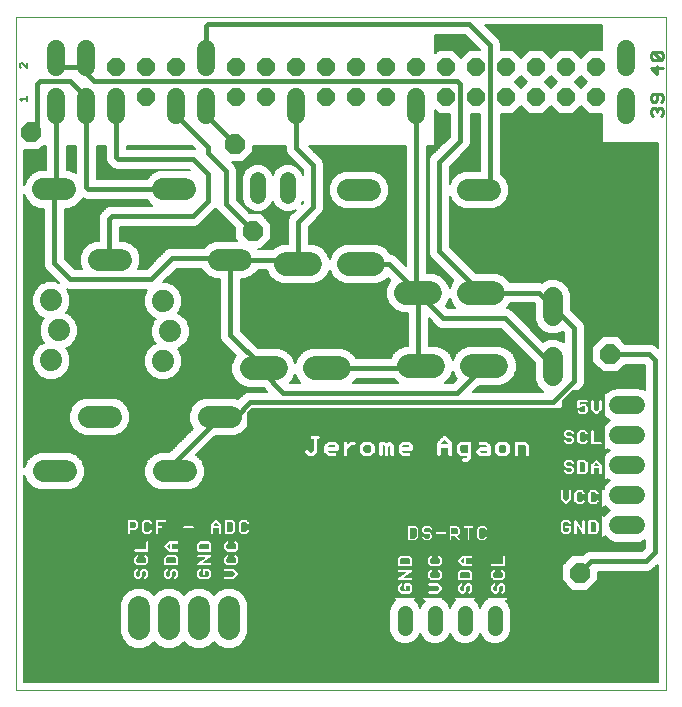
<source format=gtl>
G75*
%MOIN*%
%OFA0B0*%
%FSLAX25Y25*%
%IPPOS*%
%LPD*%
%AMOC8*
5,1,8,0,0,1.08239X$1,22.5*
%
%ADD10C,0.00000*%
%ADD11C,0.00600*%
%ADD12C,0.01000*%
%ADD13C,0.06000*%
%ADD14OC8,0.06000*%
%ADD15C,0.08000*%
%ADD16C,0.07400*%
%ADD17C,0.06500*%
%ADD18C,0.05150*%
%ADD19C,0.07400*%
%ADD20C,0.05200*%
%ADD21C,0.01600*%
%ADD22OC8,0.06600*%
%ADD23C,0.00100*%
D10*
X0001680Y0001300D02*
X0001680Y0225709D01*
X0218215Y0225709D01*
X0218215Y0001300D01*
X0001680Y0001300D01*
D11*
X0004380Y0004000D02*
X0004380Y0072984D01*
X0005350Y0070643D01*
X0007150Y0068843D01*
X0009502Y0067869D01*
X0019448Y0067869D01*
X0021801Y0068843D01*
X0023601Y0070643D01*
X0024575Y0072995D01*
X0024575Y0075542D01*
X0023601Y0077894D01*
X0021801Y0079694D01*
X0019448Y0080668D01*
X0009502Y0080668D01*
X0007150Y0079694D01*
X0005350Y0077894D01*
X0004380Y0075553D01*
X0004380Y0166691D01*
X0005259Y0164568D01*
X0007059Y0162768D01*
X0009412Y0161794D01*
X0010885Y0161794D01*
X0010885Y0142899D01*
X0011418Y0141613D01*
X0015984Y0137046D01*
X0014614Y0137613D01*
X0012068Y0137613D01*
X0009716Y0136639D01*
X0007916Y0134839D01*
X0006941Y0132486D01*
X0006941Y0129940D01*
X0007916Y0127588D01*
X0009716Y0125788D01*
X0010882Y0125305D01*
X0010416Y0124839D01*
X0009441Y0122486D01*
X0009441Y0119940D01*
X0010416Y0117588D01*
X0010882Y0117122D01*
X0009716Y0116639D01*
X0007916Y0114839D01*
X0006941Y0112486D01*
X0006941Y0109940D01*
X0007916Y0107588D01*
X0009716Y0105788D01*
X0012068Y0104813D01*
X0014614Y0104813D01*
X0016967Y0105788D01*
X0018767Y0107588D01*
X0019741Y0109940D01*
X0019741Y0112486D01*
X0018767Y0114839D01*
X0018301Y0115305D01*
X0019467Y0115788D01*
X0021267Y0117588D01*
X0022241Y0119940D01*
X0022241Y0122486D01*
X0021267Y0124839D01*
X0019467Y0126639D01*
X0018301Y0127122D01*
X0018767Y0127588D01*
X0019741Y0129940D01*
X0019741Y0132486D01*
X0018767Y0134839D01*
X0018680Y0134926D01*
X0018984Y0134800D01*
X0045330Y0134800D01*
X0045164Y0134634D01*
X0044189Y0132282D01*
X0044189Y0129736D01*
X0045164Y0127383D01*
X0046964Y0125583D01*
X0048130Y0125100D01*
X0047664Y0124634D01*
X0046689Y0122282D01*
X0046689Y0119736D01*
X0047664Y0117383D01*
X0048130Y0116917D01*
X0046964Y0116434D01*
X0045164Y0114634D01*
X0044189Y0112282D01*
X0044189Y0109736D01*
X0045164Y0107383D01*
X0046964Y0105583D01*
X0049316Y0104609D01*
X0051862Y0104609D01*
X0054215Y0105583D01*
X0056015Y0107383D01*
X0056989Y0109736D01*
X0056989Y0112282D01*
X0056015Y0114634D01*
X0055549Y0115100D01*
X0056715Y0115583D01*
X0058515Y0117383D01*
X0059489Y0119736D01*
X0059489Y0122282D01*
X0058515Y0124634D01*
X0056715Y0126434D01*
X0055549Y0126917D01*
X0056015Y0127383D01*
X0056989Y0129736D01*
X0056989Y0132282D01*
X0056015Y0134634D01*
X0054215Y0136434D01*
X0051862Y0137409D01*
X0050738Y0137409D01*
X0055130Y0141800D01*
X0063560Y0141800D01*
X0063850Y0141100D01*
X0065650Y0139300D01*
X0068002Y0138325D01*
X0069475Y0138325D01*
X0069475Y0119031D01*
X0070008Y0117745D01*
X0074912Y0112840D01*
X0074445Y0112373D01*
X0073425Y0109910D01*
X0073425Y0107245D01*
X0074445Y0104782D01*
X0076330Y0102898D01*
X0078792Y0101878D01*
X0084153Y0101878D01*
X0085230Y0100800D01*
X0078984Y0100800D01*
X0077697Y0100267D01*
X0076713Y0099283D01*
X0076713Y0099283D01*
X0075743Y0098313D01*
X0074448Y0098850D01*
X0064502Y0098850D01*
X0062150Y0097875D01*
X0060350Y0096075D01*
X0059375Y0093723D01*
X0059375Y0091177D01*
X0060350Y0088824D01*
X0060625Y0088549D01*
X0052744Y0080668D01*
X0049502Y0080668D01*
X0047150Y0079694D01*
X0045350Y0077894D01*
X0044375Y0075542D01*
X0044375Y0072995D01*
X0045350Y0070643D01*
X0047150Y0068843D01*
X0049502Y0067869D01*
X0059448Y0067869D01*
X0061801Y0068843D01*
X0063601Y0070643D01*
X0064575Y0072995D01*
X0064575Y0075542D01*
X0063601Y0077894D01*
X0061801Y0079694D01*
X0061708Y0079733D01*
X0068025Y0086050D01*
X0074448Y0086050D01*
X0076801Y0087024D01*
X0078601Y0088824D01*
X0079575Y0091177D01*
X0079575Y0092246D01*
X0081130Y0093800D01*
X0181376Y0093800D01*
X0182663Y0094333D01*
X0185772Y0097442D01*
X0185772Y0096321D01*
X0185735Y0096210D01*
X0185772Y0095688D01*
X0185772Y0095165D01*
X0185785Y0095134D01*
X0185772Y0095104D01*
X0185772Y0093831D01*
X0186259Y0092655D01*
X0187827Y0091087D01*
X0188516Y0090802D01*
X0188005Y0090590D01*
X0187006Y0091003D01*
X0184399Y0091003D01*
X0183223Y0090516D01*
X0181655Y0088949D01*
X0181168Y0087773D01*
X0181168Y0085832D01*
X0181319Y0085468D01*
X0181168Y0085104D01*
X0181168Y0083831D01*
X0181655Y0082655D01*
X0183223Y0081087D01*
X0183912Y0080802D01*
X0183223Y0080516D01*
X0182556Y0079849D01*
X0181655Y0078949D01*
X0181168Y0077773D01*
X0181168Y0075832D01*
X0181319Y0075468D01*
X0181168Y0075104D01*
X0181168Y0073831D01*
X0181655Y0072655D01*
X0183223Y0071087D01*
X0183425Y0071003D01*
X0182732Y0071003D01*
X0181556Y0070516D01*
X0180655Y0069616D01*
X0180168Y0068440D01*
X0180168Y0064498D01*
X0180655Y0063322D01*
X0181990Y0061987D01*
X0182890Y0061087D01*
X0183246Y0060940D01*
X0182223Y0060516D01*
X0181556Y0059849D01*
X0180655Y0058949D01*
X0180168Y0057773D01*
X0180168Y0053831D01*
X0180655Y0052655D01*
X0181323Y0051987D01*
X0182223Y0051087D01*
X0183399Y0050600D01*
X0186006Y0050600D01*
X0186671Y0050875D01*
X0187336Y0050600D01*
X0188609Y0050600D01*
X0189263Y0050871D01*
X0189389Y0050787D01*
X0189706Y0050724D01*
X0190005Y0050600D01*
X0190324Y0050600D01*
X0190638Y0050537D01*
X0190955Y0050600D01*
X0191278Y0050600D01*
X0191573Y0050722D01*
X0191621Y0050732D01*
X0191940Y0050600D01*
X0195214Y0050600D01*
X0196390Y0051087D01*
X0197058Y0051754D01*
X0197918Y0052615D01*
X0199156Y0051377D01*
X0201251Y0050509D01*
X0209519Y0050509D01*
X0211180Y0051198D01*
X0211180Y0048750D01*
X0210230Y0047800D01*
X0192734Y0047800D01*
X0191447Y0047267D01*
X0190605Y0046425D01*
X0187070Y0046425D01*
X0183555Y0042910D01*
X0183555Y0037940D01*
X0187070Y0034425D01*
X0192040Y0034425D01*
X0195555Y0037940D01*
X0195555Y0040800D01*
X0212376Y0040800D01*
X0213663Y0041333D01*
X0214647Y0042317D01*
X0215515Y0043186D01*
X0215515Y0004000D01*
X0004380Y0004000D01*
X0004380Y0004293D02*
X0215515Y0004293D01*
X0215515Y0004891D02*
X0004380Y0004891D01*
X0004380Y0005490D02*
X0215515Y0005490D01*
X0215515Y0006088D02*
X0004380Y0006088D01*
X0004380Y0006687D02*
X0215515Y0006687D01*
X0215515Y0007285D02*
X0004380Y0007285D01*
X0004380Y0007884D02*
X0215515Y0007884D01*
X0215515Y0008482D02*
X0004380Y0008482D01*
X0004380Y0009081D02*
X0215515Y0009081D01*
X0215515Y0009679D02*
X0004380Y0009679D01*
X0004380Y0010278D02*
X0215515Y0010278D01*
X0215515Y0010876D02*
X0004380Y0010876D01*
X0004380Y0011475D02*
X0215515Y0011475D01*
X0215515Y0012073D02*
X0004380Y0012073D01*
X0004380Y0012672D02*
X0215515Y0012672D01*
X0215515Y0013270D02*
X0004380Y0013270D01*
X0004380Y0013869D02*
X0215515Y0013869D01*
X0215515Y0014467D02*
X0004380Y0014467D01*
X0004380Y0015066D02*
X0215515Y0015066D01*
X0215515Y0015664D02*
X0075087Y0015664D01*
X0076195Y0016123D02*
X0077995Y0017923D01*
X0078970Y0020276D01*
X0078970Y0030222D01*
X0077995Y0032574D01*
X0076195Y0034374D01*
X0073843Y0035349D01*
X0071297Y0035349D01*
X0068944Y0034374D01*
X0067570Y0033000D01*
X0066195Y0034374D01*
X0063843Y0035349D01*
X0061297Y0035349D01*
X0058944Y0034374D01*
X0057570Y0033000D01*
X0056195Y0034374D01*
X0053843Y0035349D01*
X0051297Y0035349D01*
X0048944Y0034374D01*
X0047570Y0033000D01*
X0046195Y0034374D01*
X0043843Y0035349D01*
X0041297Y0035349D01*
X0038944Y0034374D01*
X0037144Y0032574D01*
X0036170Y0030222D01*
X0036170Y0020276D01*
X0037144Y0017923D01*
X0038944Y0016123D01*
X0041297Y0015149D01*
X0043843Y0015149D01*
X0046195Y0016123D01*
X0047570Y0017498D01*
X0048944Y0016123D01*
X0051297Y0015149D01*
X0053843Y0015149D01*
X0056195Y0016123D01*
X0057570Y0017498D01*
X0058944Y0016123D01*
X0061297Y0015149D01*
X0063843Y0015149D01*
X0066195Y0016123D01*
X0067570Y0017498D01*
X0068944Y0016123D01*
X0071297Y0015149D01*
X0073843Y0015149D01*
X0076195Y0016123D01*
X0076335Y0016263D02*
X0215515Y0016263D01*
X0215515Y0016861D02*
X0162858Y0016861D01*
X0162399Y0016671D02*
X0164337Y0017474D01*
X0165821Y0018958D01*
X0166624Y0020896D01*
X0166624Y0028145D01*
X0165821Y0030083D01*
X0164833Y0031071D01*
X0165325Y0031275D01*
X0166893Y0032843D01*
X0167380Y0034019D01*
X0167380Y0036626D01*
X0166967Y0037625D01*
X0167380Y0038623D01*
X0167380Y0041230D01*
X0167105Y0041895D01*
X0167380Y0042560D01*
X0167380Y0046502D01*
X0166893Y0047678D01*
X0165993Y0048578D01*
X0164817Y0049065D01*
X0163543Y0049065D01*
X0162367Y0048578D01*
X0161467Y0047678D01*
X0160980Y0046502D01*
X0160980Y0046396D01*
X0159540Y0046396D01*
X0158364Y0045909D01*
X0157464Y0045009D01*
X0156977Y0043833D01*
X0156977Y0042560D01*
X0157252Y0041895D01*
X0156977Y0041230D01*
X0156977Y0038623D01*
X0157390Y0037625D01*
X0156977Y0036626D01*
X0156977Y0034019D01*
X0157464Y0032843D01*
X0158131Y0032176D01*
X0158629Y0031678D01*
X0158361Y0031567D01*
X0156878Y0030083D01*
X0156349Y0028808D01*
X0155821Y0030083D01*
X0154477Y0031427D01*
X0155893Y0032843D01*
X0156380Y0034019D01*
X0156380Y0036626D01*
X0156105Y0037291D01*
X0156380Y0037956D01*
X0156380Y0041230D01*
X0156105Y0041895D01*
X0156380Y0042560D01*
X0156380Y0043833D01*
X0156091Y0044531D01*
X0156380Y0045228D01*
X0156380Y0046502D01*
X0155893Y0047678D01*
X0154993Y0048578D01*
X0153914Y0049024D01*
X0154029Y0049072D01*
X0154225Y0049268D01*
X0154421Y0049072D01*
X0155560Y0048600D01*
X0158194Y0048600D01*
X0159334Y0049072D01*
X0160906Y0050645D01*
X0161378Y0051784D01*
X0161378Y0053017D01*
X0161053Y0053802D01*
X0161378Y0054586D01*
X0161378Y0055820D01*
X0160906Y0056959D01*
X0160206Y0057660D01*
X0160108Y0057757D01*
X0159334Y0058532D01*
X0159186Y0058593D01*
X0158194Y0059004D01*
X0155560Y0059004D01*
X0154926Y0058741D01*
X0154291Y0059004D01*
X0150255Y0059004D01*
X0149621Y0058741D01*
X0148987Y0059004D01*
X0145652Y0059004D01*
X0144512Y0058532D01*
X0143640Y0057660D01*
X0143326Y0056902D01*
X0142514Y0056902D01*
X0142491Y0056959D01*
X0141790Y0057660D01*
X0141692Y0057757D01*
X0140918Y0058532D01*
X0140770Y0058593D01*
X0139779Y0059004D01*
X0137144Y0059004D01*
X0136160Y0058596D01*
X0135175Y0059004D01*
X0131840Y0059004D01*
X0130700Y0058532D01*
X0129828Y0057660D01*
X0129356Y0056520D01*
X0129356Y0051083D01*
X0129828Y0049944D01*
X0130700Y0049072D01*
X0130717Y0049065D01*
X0129207Y0049065D01*
X0128031Y0048578D01*
X0127364Y0047911D01*
X0126464Y0047010D01*
X0125977Y0045834D01*
X0125977Y0042560D01*
X0126114Y0042229D01*
X0125977Y0041898D01*
X0125977Y0040625D01*
X0126248Y0039970D01*
X0126164Y0039844D01*
X0126100Y0039527D01*
X0125977Y0039229D01*
X0125977Y0038909D01*
X0125914Y0038596D01*
X0125977Y0038279D01*
X0125977Y0037956D01*
X0126099Y0037660D01*
X0126161Y0037347D01*
X0126231Y0037241D01*
X0125977Y0036626D01*
X0125977Y0034019D01*
X0126464Y0032843D01*
X0127131Y0032176D01*
X0128031Y0031275D01*
X0128058Y0031264D01*
X0126878Y0030083D01*
X0126074Y0028145D01*
X0126074Y0020896D01*
X0126878Y0018958D01*
X0128361Y0017474D01*
X0130300Y0016671D01*
X0132399Y0016671D01*
X0134337Y0017474D01*
X0135821Y0018958D01*
X0136349Y0020233D01*
X0136878Y0018958D01*
X0138361Y0017474D01*
X0140300Y0016671D01*
X0142399Y0016671D01*
X0144337Y0017474D01*
X0145821Y0018958D01*
X0146349Y0020233D01*
X0146878Y0018958D01*
X0148361Y0017474D01*
X0150300Y0016671D01*
X0152399Y0016671D01*
X0154337Y0017474D01*
X0155821Y0018958D01*
X0156349Y0020233D01*
X0156878Y0018958D01*
X0158361Y0017474D01*
X0160300Y0016671D01*
X0162399Y0016671D01*
X0164303Y0017460D02*
X0215515Y0017460D01*
X0215515Y0018058D02*
X0164922Y0018058D01*
X0165520Y0018657D02*
X0215515Y0018657D01*
X0215515Y0019255D02*
X0165944Y0019255D01*
X0166192Y0019854D02*
X0215515Y0019854D01*
X0215515Y0020452D02*
X0166440Y0020452D01*
X0166624Y0021051D02*
X0215515Y0021051D01*
X0215515Y0021649D02*
X0166624Y0021649D01*
X0166624Y0022248D02*
X0215515Y0022248D01*
X0215515Y0022846D02*
X0166624Y0022846D01*
X0166624Y0023445D02*
X0215515Y0023445D01*
X0215515Y0024043D02*
X0166624Y0024043D01*
X0166624Y0024642D02*
X0215515Y0024642D01*
X0215515Y0025240D02*
X0166624Y0025240D01*
X0166624Y0025839D02*
X0215515Y0025839D01*
X0215515Y0026437D02*
X0166624Y0026437D01*
X0166624Y0027036D02*
X0215515Y0027036D01*
X0215515Y0027634D02*
X0166624Y0027634D01*
X0166587Y0028233D02*
X0215515Y0028233D01*
X0215515Y0028832D02*
X0166340Y0028832D01*
X0166092Y0029430D02*
X0215515Y0029430D01*
X0215515Y0030029D02*
X0165844Y0030029D01*
X0165277Y0030627D02*
X0215515Y0030627D01*
X0215515Y0031226D02*
X0165205Y0031226D01*
X0165874Y0031824D02*
X0215515Y0031824D01*
X0215515Y0032423D02*
X0166473Y0032423D01*
X0166967Y0033021D02*
X0215515Y0033021D01*
X0215515Y0033620D02*
X0167215Y0033620D01*
X0167380Y0034218D02*
X0215515Y0034218D01*
X0215515Y0034817D02*
X0192432Y0034817D01*
X0193030Y0035415D02*
X0215515Y0035415D01*
X0215515Y0036014D02*
X0193629Y0036014D01*
X0194227Y0036612D02*
X0215515Y0036612D01*
X0215515Y0037211D02*
X0194826Y0037211D01*
X0195424Y0037809D02*
X0215515Y0037809D01*
X0215515Y0038408D02*
X0195555Y0038408D01*
X0195555Y0039006D02*
X0215515Y0039006D01*
X0215515Y0039605D02*
X0195555Y0039605D01*
X0195555Y0040203D02*
X0215515Y0040203D01*
X0215515Y0040802D02*
X0212380Y0040802D01*
X0213730Y0041400D02*
X0215515Y0041400D01*
X0215515Y0041999D02*
X0214329Y0041999D01*
X0214927Y0042597D02*
X0215515Y0042597D01*
X0210414Y0047984D02*
X0166587Y0047984D01*
X0167014Y0047385D02*
X0191733Y0047385D01*
X0190967Y0046787D02*
X0167262Y0046787D01*
X0167380Y0046188D02*
X0186833Y0046188D01*
X0186235Y0045590D02*
X0167380Y0045590D01*
X0167380Y0044991D02*
X0185636Y0044991D01*
X0185038Y0044393D02*
X0167380Y0044393D01*
X0167380Y0043794D02*
X0184439Y0043794D01*
X0183841Y0043196D02*
X0167380Y0043196D01*
X0167380Y0042597D02*
X0183555Y0042597D01*
X0183555Y0041999D02*
X0167148Y0041999D01*
X0167310Y0041400D02*
X0183555Y0041400D01*
X0183555Y0040802D02*
X0167380Y0040802D01*
X0167380Y0040203D02*
X0183555Y0040203D01*
X0183555Y0039605D02*
X0167380Y0039605D01*
X0167380Y0039006D02*
X0183555Y0039006D01*
X0183555Y0038408D02*
X0167291Y0038408D01*
X0167043Y0037809D02*
X0183686Y0037809D01*
X0184284Y0037211D02*
X0167138Y0037211D01*
X0167380Y0036612D02*
X0184883Y0036612D01*
X0185481Y0036014D02*
X0167380Y0036014D01*
X0167380Y0035415D02*
X0186080Y0035415D01*
X0186678Y0034817D02*
X0167380Y0034817D01*
X0158482Y0031824D02*
X0154874Y0031824D01*
X0154679Y0031226D02*
X0158020Y0031226D01*
X0157421Y0030627D02*
X0155277Y0030627D01*
X0155844Y0030029D02*
X0156855Y0030029D01*
X0156607Y0029430D02*
X0156092Y0029430D01*
X0156340Y0028832D02*
X0156359Y0028832D01*
X0155473Y0032423D02*
X0157884Y0032423D01*
X0157390Y0033021D02*
X0155967Y0033021D01*
X0156215Y0033620D02*
X0157142Y0033620D01*
X0156977Y0034218D02*
X0156380Y0034218D01*
X0156380Y0034817D02*
X0156977Y0034817D01*
X0156977Y0035415D02*
X0156380Y0035415D01*
X0156380Y0036014D02*
X0156977Y0036014D01*
X0156977Y0036612D02*
X0156380Y0036612D01*
X0156138Y0037211D02*
X0157219Y0037211D01*
X0157314Y0037809D02*
X0156319Y0037809D01*
X0156380Y0038408D02*
X0157066Y0038408D01*
X0156977Y0039006D02*
X0156380Y0039006D01*
X0156380Y0039605D02*
X0156977Y0039605D01*
X0156977Y0040203D02*
X0156380Y0040203D01*
X0156380Y0040802D02*
X0156977Y0040802D01*
X0157047Y0041400D02*
X0156310Y0041400D01*
X0156148Y0041999D02*
X0157209Y0041999D01*
X0156977Y0042597D02*
X0156380Y0042597D01*
X0156380Y0043196D02*
X0156977Y0043196D01*
X0156977Y0043794D02*
X0156380Y0043794D01*
X0156148Y0044393D02*
X0157209Y0044393D01*
X0157457Y0044991D02*
X0156282Y0044991D01*
X0156380Y0045590D02*
X0158045Y0045590D01*
X0159039Y0046188D02*
X0156380Y0046188D01*
X0156262Y0046787D02*
X0161098Y0046787D01*
X0161346Y0047385D02*
X0156014Y0047385D01*
X0155587Y0047984D02*
X0161773Y0047984D01*
X0162378Y0048582D02*
X0154982Y0048582D01*
X0154312Y0049181D02*
X0154138Y0049181D01*
X0148752Y0048600D02*
X0148698Y0048578D01*
X0147798Y0047678D01*
X0146464Y0046343D01*
X0146316Y0045988D01*
X0145893Y0047010D01*
X0144325Y0048578D01*
X0143149Y0049065D01*
X0141876Y0049065D01*
X0141178Y0048776D01*
X0140691Y0048978D01*
X0140918Y0049072D01*
X0141790Y0049944D01*
X0142491Y0050645D01*
X0142514Y0050702D01*
X0143326Y0050702D01*
X0143640Y0049944D01*
X0144512Y0049072D01*
X0145652Y0048600D01*
X0146885Y0048600D01*
X0147669Y0048925D01*
X0148454Y0048600D01*
X0148752Y0048600D01*
X0148709Y0048582D02*
X0144314Y0048582D01*
X0144403Y0049181D02*
X0141027Y0049181D01*
X0141626Y0049779D02*
X0143805Y0049779D01*
X0143460Y0050378D02*
X0142224Y0050378D01*
X0144919Y0047984D02*
X0148104Y0047984D01*
X0147506Y0047385D02*
X0145518Y0047385D01*
X0145985Y0046787D02*
X0146907Y0046787D01*
X0146400Y0046188D02*
X0146233Y0046188D01*
X0146316Y0043073D02*
X0146464Y0042718D01*
X0146619Y0042562D01*
X0146464Y0042406D01*
X0146178Y0041717D01*
X0145967Y0042229D01*
X0146316Y0043073D01*
X0146119Y0042597D02*
X0146584Y0042597D01*
X0146295Y0041999D02*
X0146062Y0041999D01*
X0146040Y0037802D02*
X0146252Y0037291D01*
X0146040Y0036780D01*
X0145893Y0037135D01*
X0145737Y0037291D01*
X0145893Y0037447D01*
X0146040Y0037802D01*
X0146219Y0037211D02*
X0145817Y0037211D01*
X0146040Y0033866D02*
X0146464Y0032843D01*
X0147131Y0032176D01*
X0148031Y0031275D01*
X0148058Y0031264D01*
X0146878Y0030083D01*
X0146349Y0028808D01*
X0145821Y0030083D01*
X0144337Y0031567D01*
X0144063Y0031680D01*
X0144993Y0032610D01*
X0145893Y0033510D01*
X0146040Y0033866D01*
X0145938Y0033620D02*
X0146142Y0033620D01*
X0146390Y0033021D02*
X0145404Y0033021D01*
X0144805Y0032423D02*
X0146884Y0032423D01*
X0147482Y0031824D02*
X0144207Y0031824D01*
X0144679Y0031226D02*
X0148020Y0031226D01*
X0147421Y0030627D02*
X0145277Y0030627D01*
X0145844Y0030029D02*
X0146855Y0030029D01*
X0146607Y0029430D02*
X0146092Y0029430D01*
X0146340Y0028832D02*
X0146359Y0028832D01*
X0137863Y0031069D02*
X0136878Y0030083D01*
X0136349Y0028808D01*
X0135821Y0030083D01*
X0134477Y0031427D01*
X0134993Y0031943D01*
X0135893Y0032843D01*
X0136040Y0033198D01*
X0136464Y0032176D01*
X0137364Y0031275D01*
X0137863Y0031069D01*
X0137484Y0031226D02*
X0134679Y0031226D01*
X0134874Y0031824D02*
X0136815Y0031824D01*
X0136361Y0032423D02*
X0135473Y0032423D01*
X0135967Y0033021D02*
X0136114Y0033021D01*
X0135277Y0030627D02*
X0137421Y0030627D01*
X0136855Y0030029D02*
X0135844Y0030029D01*
X0136092Y0029430D02*
X0136607Y0029430D01*
X0136359Y0028832D02*
X0136339Y0028832D01*
X0128020Y0031226D02*
X0078554Y0031226D01*
X0078306Y0031824D02*
X0127482Y0031824D01*
X0126884Y0032423D02*
X0078058Y0032423D01*
X0077548Y0033021D02*
X0126390Y0033021D01*
X0126142Y0033620D02*
X0076950Y0033620D01*
X0076351Y0034218D02*
X0125977Y0034218D01*
X0125977Y0034817D02*
X0075128Y0034817D01*
X0074482Y0035600D02*
X0075658Y0036087D01*
X0076993Y0037422D01*
X0077893Y0038322D01*
X0078380Y0039498D01*
X0078380Y0040771D01*
X0077893Y0041947D01*
X0077737Y0042103D01*
X0077893Y0042259D01*
X0078380Y0043435D01*
X0078380Y0046042D01*
X0077967Y0047040D01*
X0078380Y0048039D01*
X0078380Y0050600D01*
X0078650Y0050600D01*
X0079826Y0051087D01*
X0081393Y0052655D01*
X0081880Y0053831D01*
X0081880Y0055104D01*
X0081591Y0055802D01*
X0081880Y0056500D01*
X0081880Y0057773D01*
X0081393Y0058949D01*
X0080726Y0059616D01*
X0079826Y0060516D01*
X0078650Y0061003D01*
X0076042Y0061003D01*
X0075044Y0060590D01*
X0074046Y0061003D01*
X0070771Y0061003D01*
X0069773Y0060590D01*
X0068775Y0061003D01*
X0067501Y0061003D01*
X0066325Y0060516D01*
X0065425Y0059616D01*
X0064091Y0058282D01*
X0063604Y0057105D01*
X0063604Y0053877D01*
X0062865Y0053877D01*
X0062977Y0053989D01*
X0063465Y0055165D01*
X0063465Y0056438D01*
X0062977Y0057614D01*
X0062077Y0058515D01*
X0060901Y0059002D01*
X0056959Y0059002D01*
X0055783Y0058515D01*
X0054883Y0057614D01*
X0054396Y0056438D01*
X0054396Y0055165D01*
X0054883Y0053989D01*
X0054995Y0053877D01*
X0052323Y0053877D01*
X0052435Y0053989D01*
X0052907Y0055128D01*
X0053770Y0055991D01*
X0054257Y0057167D01*
X0054257Y0058440D01*
X0053770Y0059616D01*
X0052869Y0060516D01*
X0051693Y0061003D01*
X0047751Y0061003D01*
X0047087Y0060728D01*
X0046422Y0061003D01*
X0043815Y0061003D01*
X0042816Y0060590D01*
X0041818Y0061003D01*
X0038543Y0061003D01*
X0037367Y0060516D01*
X0036467Y0059616D01*
X0035980Y0058440D01*
X0035980Y0053163D01*
X0036467Y0051987D01*
X0037367Y0051087D01*
X0038543Y0050600D01*
X0039243Y0050600D01*
X0038464Y0049820D01*
X0037977Y0048644D01*
X0037977Y0047371D01*
X0038252Y0046707D01*
X0037977Y0046042D01*
X0037977Y0043435D01*
X0038390Y0042436D01*
X0037977Y0041438D01*
X0037977Y0038831D01*
X0038464Y0037655D01*
X0039131Y0036987D01*
X0040031Y0036087D01*
X0041207Y0035600D01*
X0043148Y0035600D01*
X0043512Y0035751D01*
X0043876Y0035600D01*
X0045149Y0035600D01*
X0046325Y0036087D01*
X0047893Y0037655D01*
X0048178Y0038344D01*
X0048464Y0037655D01*
X0049131Y0036987D01*
X0050031Y0036087D01*
X0051207Y0035600D01*
X0053148Y0035600D01*
X0053512Y0035751D01*
X0053876Y0035600D01*
X0055149Y0035600D01*
X0056325Y0036087D01*
X0057893Y0037655D01*
X0058380Y0038831D01*
X0058380Y0041438D01*
X0058105Y0042103D01*
X0058380Y0042767D01*
X0058380Y0046042D01*
X0058105Y0046707D01*
X0058380Y0047371D01*
X0058380Y0048644D01*
X0058091Y0049342D01*
X0058380Y0050040D01*
X0058380Y0051313D01*
X0057893Y0052489D01*
X0057781Y0052602D01*
X0060243Y0052602D01*
X0059464Y0051822D01*
X0058977Y0050646D01*
X0058977Y0047371D01*
X0059114Y0047040D01*
X0058977Y0046709D01*
X0058977Y0045436D01*
X0059248Y0044781D01*
X0059164Y0044656D01*
X0059100Y0044339D01*
X0058977Y0044040D01*
X0058977Y0043721D01*
X0058914Y0043407D01*
X0058977Y0043090D01*
X0058977Y0042767D01*
X0059099Y0042472D01*
X0059161Y0042158D01*
X0059231Y0042053D01*
X0058977Y0041438D01*
X0058977Y0038831D01*
X0059464Y0037655D01*
X0060131Y0036987D01*
X0061031Y0036087D01*
X0062207Y0035600D01*
X0066149Y0035600D01*
X0067325Y0036087D01*
X0067993Y0036754D01*
X0068394Y0037156D01*
X0068464Y0036987D01*
X0069364Y0036087D01*
X0070540Y0035600D01*
X0074482Y0035600D01*
X0075481Y0036014D02*
X0125977Y0036014D01*
X0125977Y0036612D02*
X0076183Y0036612D01*
X0076782Y0037211D02*
X0126219Y0037211D01*
X0126037Y0037809D02*
X0077380Y0037809D01*
X0077928Y0038408D02*
X0125951Y0038408D01*
X0125977Y0039006D02*
X0078176Y0039006D01*
X0078380Y0039605D02*
X0126116Y0039605D01*
X0126151Y0040203D02*
X0078380Y0040203D01*
X0078367Y0040802D02*
X0125977Y0040802D01*
X0125977Y0041400D02*
X0078119Y0041400D01*
X0077841Y0041999D02*
X0126018Y0041999D01*
X0125977Y0042597D02*
X0078033Y0042597D01*
X0078281Y0043196D02*
X0125977Y0043196D01*
X0125977Y0043794D02*
X0078380Y0043794D01*
X0078380Y0044393D02*
X0125977Y0044393D01*
X0125977Y0044991D02*
X0078380Y0044991D01*
X0078380Y0045590D02*
X0125977Y0045590D01*
X0126123Y0046188D02*
X0078319Y0046188D01*
X0078072Y0046787D02*
X0126371Y0046787D01*
X0126839Y0047385D02*
X0078109Y0047385D01*
X0078357Y0047984D02*
X0127437Y0047984D01*
X0128042Y0048582D02*
X0078380Y0048582D01*
X0078380Y0049181D02*
X0130591Y0049181D01*
X0129993Y0049779D02*
X0078380Y0049779D01*
X0078380Y0050378D02*
X0129649Y0050378D01*
X0129401Y0050976D02*
X0079558Y0050976D01*
X0080314Y0051575D02*
X0129356Y0051575D01*
X0129356Y0052173D02*
X0080912Y0052173D01*
X0081442Y0052772D02*
X0129356Y0052772D01*
X0129356Y0053370D02*
X0081690Y0053370D01*
X0081880Y0053969D02*
X0129356Y0053969D01*
X0129356Y0054568D02*
X0081880Y0054568D01*
X0081855Y0055166D02*
X0129356Y0055166D01*
X0129356Y0055765D02*
X0081607Y0055765D01*
X0081824Y0056363D02*
X0129356Y0056363D01*
X0129539Y0056962D02*
X0081880Y0056962D01*
X0081880Y0057560D02*
X0129787Y0057560D01*
X0130327Y0058159D02*
X0081720Y0058159D01*
X0081473Y0058757D02*
X0131245Y0058757D01*
X0135770Y0058757D02*
X0136549Y0058757D01*
X0140374Y0058757D02*
X0145056Y0058757D01*
X0144139Y0058159D02*
X0141291Y0058159D01*
X0140918Y0058532D02*
X0140918Y0058532D01*
X0140918Y0058532D01*
X0141790Y0057660D02*
X0141790Y0057660D01*
X0141890Y0057560D02*
X0143599Y0057560D01*
X0143351Y0056962D02*
X0142488Y0056962D01*
X0149582Y0058757D02*
X0149660Y0058757D01*
X0154886Y0058757D02*
X0154965Y0058757D01*
X0158790Y0058757D02*
X0180576Y0058757D01*
X0180328Y0058159D02*
X0159707Y0058159D01*
X0159334Y0058532D02*
X0159334Y0058532D01*
X0159334Y0058532D01*
X0160206Y0057660D02*
X0160206Y0057660D01*
X0160305Y0057560D02*
X0180168Y0057560D01*
X0180168Y0056962D02*
X0160904Y0056962D01*
X0161153Y0056363D02*
X0180168Y0056363D01*
X0180168Y0055765D02*
X0161378Y0055765D01*
X0161378Y0055166D02*
X0180168Y0055166D01*
X0180168Y0054568D02*
X0161371Y0054568D01*
X0161123Y0053969D02*
X0180168Y0053969D01*
X0180359Y0053370D02*
X0161232Y0053370D01*
X0161378Y0052772D02*
X0180607Y0052772D01*
X0181136Y0052173D02*
X0161378Y0052173D01*
X0161292Y0051575D02*
X0181735Y0051575D01*
X0182490Y0050976D02*
X0161044Y0050976D01*
X0160640Y0050378D02*
X0211180Y0050378D01*
X0211180Y0050976D02*
X0210646Y0050976D01*
X0211180Y0049779D02*
X0160041Y0049779D01*
X0159443Y0049181D02*
X0211180Y0049181D01*
X0211013Y0048582D02*
X0165982Y0048582D01*
X0181062Y0059356D02*
X0080986Y0059356D01*
X0080388Y0059954D02*
X0181661Y0059954D01*
X0182311Y0060553D02*
X0079738Y0060553D01*
X0066413Y0060553D02*
X0052782Y0060553D01*
X0053432Y0059954D02*
X0065763Y0059954D01*
X0065165Y0059356D02*
X0053878Y0059356D01*
X0054125Y0058757D02*
X0056369Y0058757D01*
X0055427Y0058159D02*
X0054257Y0058159D01*
X0054257Y0057560D02*
X0054860Y0057560D01*
X0054612Y0056962D02*
X0054172Y0056962D01*
X0054396Y0056363D02*
X0053924Y0056363D01*
X0053543Y0055765D02*
X0054396Y0055765D01*
X0054396Y0055166D02*
X0052945Y0055166D01*
X0052675Y0054568D02*
X0054643Y0054568D01*
X0054903Y0053969D02*
X0052415Y0053969D01*
X0048380Y0047732D02*
X0048464Y0047530D01*
X0048619Y0047374D01*
X0048464Y0047218D01*
X0048178Y0046529D01*
X0048105Y0046707D01*
X0048380Y0047371D01*
X0048380Y0047732D01*
X0048380Y0047385D02*
X0048608Y0047385D01*
X0048285Y0046787D02*
X0048138Y0046787D01*
X0048040Y0042614D02*
X0048252Y0042103D01*
X0048178Y0041925D01*
X0047967Y0042436D01*
X0048040Y0042614D01*
X0048033Y0042597D02*
X0048047Y0042597D01*
X0048148Y0041999D02*
X0048209Y0041999D01*
X0048400Y0037809D02*
X0047957Y0037809D01*
X0047449Y0037211D02*
X0048908Y0037211D01*
X0049506Y0036612D02*
X0046850Y0036612D01*
X0046148Y0036014D02*
X0050209Y0036014D01*
X0050012Y0034817D02*
X0045128Y0034817D01*
X0046351Y0034218D02*
X0048788Y0034218D01*
X0048190Y0033620D02*
X0046950Y0033620D01*
X0047548Y0033021D02*
X0047591Y0033021D01*
X0055128Y0034817D02*
X0060012Y0034817D01*
X0058788Y0034218D02*
X0056351Y0034218D01*
X0056950Y0033620D02*
X0058190Y0033620D01*
X0057591Y0033021D02*
X0057548Y0033021D01*
X0056148Y0036014D02*
X0061209Y0036014D01*
X0060506Y0036612D02*
X0056850Y0036612D01*
X0057449Y0037211D02*
X0059908Y0037211D01*
X0059400Y0037809D02*
X0057957Y0037809D01*
X0058205Y0038408D02*
X0059152Y0038408D01*
X0058977Y0039006D02*
X0058380Y0039006D01*
X0058380Y0039605D02*
X0058977Y0039605D01*
X0058977Y0040203D02*
X0058380Y0040203D01*
X0058380Y0040802D02*
X0058977Y0040802D01*
X0058977Y0041400D02*
X0058380Y0041400D01*
X0058148Y0041999D02*
X0059209Y0041999D01*
X0059047Y0042597D02*
X0058310Y0042597D01*
X0058380Y0043196D02*
X0058956Y0043196D01*
X0058977Y0043794D02*
X0058380Y0043794D01*
X0058380Y0044393D02*
X0059111Y0044393D01*
X0059161Y0044991D02*
X0058380Y0044991D01*
X0058380Y0045590D02*
X0058977Y0045590D01*
X0058977Y0046188D02*
X0058319Y0046188D01*
X0058138Y0046787D02*
X0059009Y0046787D01*
X0058977Y0047385D02*
X0058380Y0047385D01*
X0058380Y0047984D02*
X0058977Y0047984D01*
X0058977Y0048582D02*
X0058380Y0048582D01*
X0058158Y0049181D02*
X0058977Y0049181D01*
X0058977Y0049779D02*
X0058272Y0049779D01*
X0058380Y0050378D02*
X0058977Y0050378D01*
X0059113Y0050976D02*
X0058380Y0050976D01*
X0058272Y0051575D02*
X0059361Y0051575D01*
X0059815Y0052173D02*
X0058024Y0052173D01*
X0062957Y0053969D02*
X0063604Y0053969D01*
X0063604Y0054568D02*
X0063217Y0054568D01*
X0063465Y0055166D02*
X0063604Y0055166D01*
X0063604Y0055765D02*
X0063465Y0055765D01*
X0063465Y0056363D02*
X0063604Y0056363D01*
X0063604Y0056962D02*
X0063248Y0056962D01*
X0063000Y0057560D02*
X0063792Y0057560D01*
X0064040Y0058159D02*
X0062433Y0058159D01*
X0061492Y0058757D02*
X0064566Y0058757D01*
X0060570Y0068333D02*
X0180168Y0068333D01*
X0180168Y0067735D02*
X0004380Y0067735D01*
X0004380Y0068333D02*
X0008380Y0068333D01*
X0007061Y0068932D02*
X0004380Y0068932D01*
X0004380Y0069530D02*
X0006462Y0069530D01*
X0005864Y0070129D02*
X0004380Y0070129D01*
X0004380Y0070727D02*
X0005315Y0070727D01*
X0005067Y0071326D02*
X0004380Y0071326D01*
X0004380Y0071924D02*
X0004819Y0071924D01*
X0004571Y0072523D02*
X0004380Y0072523D01*
X0004380Y0076114D02*
X0004612Y0076114D01*
X0004380Y0076712D02*
X0004860Y0076712D01*
X0005108Y0077311D02*
X0004380Y0077311D01*
X0004380Y0077909D02*
X0005365Y0077909D01*
X0005964Y0078508D02*
X0004380Y0078508D01*
X0004380Y0079106D02*
X0006562Y0079106D01*
X0007176Y0079705D02*
X0004380Y0079705D01*
X0004380Y0080303D02*
X0008621Y0080303D01*
X0004380Y0080902D02*
X0052978Y0080902D01*
X0053576Y0081501D02*
X0004380Y0081501D01*
X0004380Y0082099D02*
X0054175Y0082099D01*
X0054773Y0082698D02*
X0004380Y0082698D01*
X0004380Y0083296D02*
X0055372Y0083296D01*
X0055970Y0083895D02*
X0004380Y0083895D01*
X0004380Y0084493D02*
X0056569Y0084493D01*
X0057168Y0085092D02*
X0004380Y0085092D01*
X0004380Y0085690D02*
X0057766Y0085690D01*
X0058365Y0086289D02*
X0035025Y0086289D01*
X0034448Y0086050D02*
X0036801Y0087024D01*
X0038601Y0088824D01*
X0039575Y0091177D01*
X0039575Y0093723D01*
X0038601Y0096075D01*
X0036801Y0097875D01*
X0034448Y0098850D01*
X0024502Y0098850D01*
X0022150Y0097875D01*
X0020350Y0096075D01*
X0019375Y0093723D01*
X0019375Y0091177D01*
X0020350Y0088824D01*
X0022150Y0087024D01*
X0024502Y0086050D01*
X0034448Y0086050D01*
X0036470Y0086887D02*
X0058963Y0086887D01*
X0059562Y0087486D02*
X0037262Y0087486D01*
X0037861Y0088084D02*
X0060160Y0088084D01*
X0060491Y0088683D02*
X0038459Y0088683D01*
X0038790Y0089281D02*
X0060160Y0089281D01*
X0059912Y0089880D02*
X0039038Y0089880D01*
X0039286Y0090478D02*
X0059665Y0090478D01*
X0059417Y0091077D02*
X0039534Y0091077D01*
X0039575Y0091675D02*
X0059375Y0091675D01*
X0059375Y0092274D02*
X0039575Y0092274D01*
X0039575Y0092872D02*
X0059375Y0092872D01*
X0059375Y0093471D02*
X0039575Y0093471D01*
X0039432Y0094069D02*
X0059519Y0094069D01*
X0059767Y0094668D02*
X0039184Y0094668D01*
X0038936Y0095266D02*
X0060015Y0095266D01*
X0060263Y0095865D02*
X0038688Y0095865D01*
X0038213Y0096463D02*
X0060738Y0096463D01*
X0061337Y0097062D02*
X0037614Y0097062D01*
X0037016Y0097660D02*
X0061935Y0097660D01*
X0063076Y0098259D02*
X0035875Y0098259D01*
X0045311Y0107237D02*
X0018416Y0107237D01*
X0018869Y0107835D02*
X0044977Y0107835D01*
X0044729Y0108434D02*
X0019117Y0108434D01*
X0019365Y0109032D02*
X0044481Y0109032D01*
X0044233Y0109631D02*
X0019613Y0109631D01*
X0019741Y0110229D02*
X0044189Y0110229D01*
X0044189Y0110828D02*
X0019741Y0110828D01*
X0019741Y0111426D02*
X0044189Y0111426D01*
X0044189Y0112025D02*
X0019741Y0112025D01*
X0019685Y0112623D02*
X0044331Y0112623D01*
X0044579Y0113222D02*
X0019437Y0113222D01*
X0019189Y0113820D02*
X0044827Y0113820D01*
X0045075Y0114419D02*
X0018941Y0114419D01*
X0018589Y0115017D02*
X0045547Y0115017D01*
X0046145Y0115616D02*
X0019051Y0115616D01*
X0019893Y0116214D02*
X0046744Y0116214D01*
X0047878Y0116813D02*
X0020492Y0116813D01*
X0021090Y0117411D02*
X0047652Y0117411D01*
X0047404Y0118010D02*
X0021442Y0118010D01*
X0021690Y0118608D02*
X0047156Y0118608D01*
X0046909Y0119207D02*
X0021938Y0119207D01*
X0022185Y0119805D02*
X0046689Y0119805D01*
X0046689Y0120404D02*
X0022241Y0120404D01*
X0022241Y0121002D02*
X0046689Y0121002D01*
X0046689Y0121601D02*
X0022241Y0121601D01*
X0022241Y0122199D02*
X0046689Y0122199D01*
X0046903Y0122798D02*
X0022112Y0122798D01*
X0021865Y0123396D02*
X0047151Y0123396D01*
X0047399Y0123995D02*
X0021617Y0123995D01*
X0021369Y0124593D02*
X0047647Y0124593D01*
X0047908Y0125192D02*
X0020914Y0125192D01*
X0020315Y0125790D02*
X0046757Y0125790D01*
X0046158Y0126389D02*
X0019717Y0126389D01*
X0018626Y0126987D02*
X0045560Y0126987D01*
X0045080Y0127586D02*
X0018765Y0127586D01*
X0019014Y0128184D02*
X0044832Y0128184D01*
X0044584Y0128783D02*
X0019262Y0128783D01*
X0019510Y0129381D02*
X0044336Y0129381D01*
X0044189Y0129980D02*
X0019741Y0129980D01*
X0019741Y0130578D02*
X0044189Y0130578D01*
X0044189Y0131177D02*
X0019741Y0131177D01*
X0019741Y0131775D02*
X0044189Y0131775D01*
X0044228Y0132374D02*
X0019741Y0132374D01*
X0019540Y0132972D02*
X0044476Y0132972D01*
X0044723Y0133571D02*
X0019292Y0133571D01*
X0019044Y0134170D02*
X0044971Y0134170D01*
X0045298Y0134768D02*
X0018796Y0134768D01*
X0015868Y0137162D02*
X0015704Y0137162D01*
X0015270Y0137761D02*
X0004380Y0137761D01*
X0004380Y0138359D02*
X0014671Y0138359D01*
X0014073Y0138958D02*
X0004380Y0138958D01*
X0004380Y0139556D02*
X0013474Y0139556D01*
X0012876Y0140155D02*
X0004380Y0140155D01*
X0004380Y0140753D02*
X0012277Y0140753D01*
X0011679Y0141352D02*
X0004380Y0141352D01*
X0004380Y0141950D02*
X0011278Y0141950D01*
X0011030Y0142549D02*
X0004380Y0142549D01*
X0004380Y0143147D02*
X0010885Y0143147D01*
X0010885Y0143746D02*
X0004380Y0143746D01*
X0004380Y0144344D02*
X0010885Y0144344D01*
X0010885Y0144943D02*
X0004380Y0144943D01*
X0004380Y0145541D02*
X0010885Y0145541D01*
X0010885Y0146140D02*
X0004380Y0146140D01*
X0004380Y0146738D02*
X0010885Y0146738D01*
X0010885Y0147337D02*
X0004380Y0147337D01*
X0004380Y0147935D02*
X0010885Y0147935D01*
X0010885Y0148534D02*
X0004380Y0148534D01*
X0004380Y0149132D02*
X0010885Y0149132D01*
X0010885Y0149731D02*
X0004380Y0149731D01*
X0004380Y0150329D02*
X0010885Y0150329D01*
X0010885Y0150928D02*
X0004380Y0150928D01*
X0004380Y0151526D02*
X0010885Y0151526D01*
X0010885Y0152125D02*
X0004380Y0152125D01*
X0004380Y0152723D02*
X0010885Y0152723D01*
X0010885Y0153322D02*
X0004380Y0153322D01*
X0004380Y0153920D02*
X0010885Y0153920D01*
X0010885Y0154519D02*
X0004380Y0154519D01*
X0004380Y0155117D02*
X0010885Y0155117D01*
X0010885Y0155716D02*
X0004380Y0155716D01*
X0004380Y0156314D02*
X0010885Y0156314D01*
X0010885Y0156913D02*
X0004380Y0156913D01*
X0004380Y0157511D02*
X0010885Y0157511D01*
X0010885Y0158110D02*
X0004380Y0158110D01*
X0004380Y0158708D02*
X0010885Y0158708D01*
X0010885Y0159307D02*
X0004380Y0159307D01*
X0004380Y0159905D02*
X0010885Y0159905D01*
X0010885Y0160504D02*
X0004380Y0160504D01*
X0004380Y0161103D02*
X0010885Y0161103D01*
X0010885Y0161701D02*
X0004380Y0161701D01*
X0004380Y0162300D02*
X0008190Y0162300D01*
X0006929Y0162898D02*
X0004380Y0162898D01*
X0004380Y0163497D02*
X0006331Y0163497D01*
X0005732Y0164095D02*
X0004380Y0164095D01*
X0004380Y0164694D02*
X0005207Y0164694D01*
X0004959Y0165292D02*
X0004380Y0165292D01*
X0004380Y0165891D02*
X0004711Y0165891D01*
X0004463Y0166489D02*
X0004380Y0166489D01*
X0004380Y0169697D02*
X0004380Y0181300D01*
X0009165Y0181300D01*
X0010465Y0182600D01*
X0011448Y0182600D01*
X0011448Y0174594D01*
X0009412Y0174594D01*
X0007059Y0173619D01*
X0005259Y0171819D01*
X0004380Y0169697D01*
X0004380Y0170080D02*
X0004539Y0170080D01*
X0004380Y0170679D02*
X0004787Y0170679D01*
X0005035Y0171277D02*
X0004380Y0171277D01*
X0004380Y0171876D02*
X0005316Y0171876D01*
X0005914Y0172474D02*
X0004380Y0172474D01*
X0004380Y0173073D02*
X0006513Y0173073D01*
X0007185Y0173671D02*
X0004380Y0173671D01*
X0004380Y0174270D02*
X0008630Y0174270D01*
X0011448Y0174868D02*
X0004380Y0174868D01*
X0004380Y0175467D02*
X0011448Y0175467D01*
X0011448Y0176065D02*
X0004380Y0176065D01*
X0004380Y0176664D02*
X0011448Y0176664D01*
X0011448Y0177262D02*
X0004380Y0177262D01*
X0004380Y0177861D02*
X0011448Y0177861D01*
X0011448Y0178459D02*
X0004380Y0178459D01*
X0004380Y0179058D02*
X0011448Y0179058D01*
X0011448Y0179656D02*
X0004380Y0179656D01*
X0004380Y0180255D02*
X0011448Y0180255D01*
X0011448Y0180853D02*
X0004380Y0180853D01*
X0009317Y0181452D02*
X0011448Y0181452D01*
X0011448Y0182050D02*
X0009916Y0182050D01*
X0018448Y0182050D02*
X0021448Y0182050D01*
X0021448Y0182600D02*
X0021448Y0173728D01*
X0019358Y0174594D01*
X0018448Y0174594D01*
X0018448Y0182600D01*
X0021448Y0182600D01*
X0021448Y0181452D02*
X0018448Y0181452D01*
X0018448Y0180853D02*
X0021448Y0180853D01*
X0021448Y0180255D02*
X0018448Y0180255D01*
X0018448Y0179656D02*
X0021448Y0179656D01*
X0021448Y0179058D02*
X0018448Y0179058D01*
X0018448Y0178459D02*
X0021448Y0178459D01*
X0021448Y0177861D02*
X0018448Y0177861D01*
X0018448Y0177262D02*
X0021448Y0177262D01*
X0021448Y0176664D02*
X0018448Y0176664D01*
X0018448Y0176065D02*
X0021448Y0176065D01*
X0021448Y0175467D02*
X0018448Y0175467D01*
X0018448Y0174868D02*
X0021448Y0174868D01*
X0021448Y0174270D02*
X0020140Y0174270D01*
X0028448Y0174270D02*
X0048630Y0174270D01*
X0049412Y0174594D02*
X0047059Y0173619D01*
X0045259Y0171819D01*
X0045251Y0171800D01*
X0028448Y0171800D01*
X0028448Y0182600D01*
X0031448Y0182600D01*
X0031448Y0178336D01*
X0031981Y0177050D01*
X0032713Y0176317D01*
X0033697Y0175333D01*
X0034984Y0174800D01*
X0059230Y0174800D01*
X0059492Y0174538D01*
X0059358Y0174594D01*
X0049412Y0174594D01*
X0047185Y0173671D02*
X0028448Y0173671D01*
X0028448Y0173073D02*
X0046513Y0173073D01*
X0045914Y0172474D02*
X0028448Y0172474D01*
X0028448Y0171876D02*
X0045316Y0171876D01*
X0045163Y0164800D02*
X0045259Y0164568D01*
X0047027Y0162800D01*
X0032984Y0162800D01*
X0031697Y0162267D01*
X0030697Y0161267D01*
X0029713Y0160283D01*
X0029180Y0158996D01*
X0029180Y0151125D01*
X0028002Y0151125D01*
X0025650Y0150151D01*
X0023850Y0148351D01*
X0022875Y0145998D01*
X0022875Y0143452D01*
X0023560Y0141800D01*
X0021130Y0141800D01*
X0017885Y0145045D01*
X0017885Y0161794D01*
X0019358Y0161794D01*
X0021710Y0162768D01*
X0023510Y0164568D01*
X0023808Y0165287D01*
X0024984Y0164800D01*
X0045163Y0164800D01*
X0045207Y0164694D02*
X0023562Y0164694D01*
X0023037Y0164095D02*
X0045732Y0164095D01*
X0046331Y0163497D02*
X0022439Y0163497D01*
X0021840Y0162898D02*
X0046929Y0162898D01*
X0036180Y0155800D02*
X0036180Y0151125D01*
X0037948Y0151125D01*
X0040301Y0150151D01*
X0042101Y0148351D01*
X0043075Y0145998D01*
X0043075Y0143452D01*
X0042391Y0141800D01*
X0045230Y0141800D01*
X0050713Y0147283D01*
X0051697Y0148267D01*
X0052984Y0148800D01*
X0064299Y0148800D01*
X0065650Y0150151D01*
X0068002Y0151125D01*
X0075370Y0151125D01*
X0074680Y0151815D01*
X0074680Y0155350D01*
X0068713Y0161317D01*
X0068401Y0162071D01*
X0063647Y0157317D01*
X0062663Y0156333D01*
X0061376Y0155800D01*
X0036180Y0155800D01*
X0036180Y0155716D02*
X0074314Y0155716D01*
X0074680Y0155117D02*
X0036180Y0155117D01*
X0036180Y0154519D02*
X0074680Y0154519D01*
X0074680Y0153920D02*
X0036180Y0153920D01*
X0036180Y0153322D02*
X0074680Y0153322D01*
X0074680Y0152723D02*
X0036180Y0152723D01*
X0036180Y0152125D02*
X0074680Y0152125D01*
X0074968Y0151526D02*
X0036180Y0151526D01*
X0038425Y0150928D02*
X0067526Y0150928D01*
X0066081Y0150329D02*
X0039870Y0150329D01*
X0040721Y0149731D02*
X0065230Y0149731D01*
X0064631Y0149132D02*
X0041319Y0149132D01*
X0041918Y0148534D02*
X0052341Y0148534D01*
X0051366Y0147935D02*
X0042273Y0147935D01*
X0042521Y0147337D02*
X0050767Y0147337D01*
X0050169Y0146738D02*
X0042769Y0146738D01*
X0043017Y0146140D02*
X0049570Y0146140D01*
X0048971Y0145541D02*
X0043075Y0145541D01*
X0043075Y0144943D02*
X0048373Y0144943D01*
X0047774Y0144344D02*
X0043075Y0144344D01*
X0043075Y0143746D02*
X0047176Y0143746D01*
X0046577Y0143147D02*
X0042949Y0143147D01*
X0042701Y0142549D02*
X0045979Y0142549D01*
X0045380Y0141950D02*
X0042453Y0141950D01*
X0051090Y0137761D02*
X0069475Y0137761D01*
X0069475Y0137162D02*
X0052458Y0137162D01*
X0051689Y0138359D02*
X0067920Y0138359D01*
X0066475Y0138958D02*
X0052287Y0138958D01*
X0052886Y0139556D02*
X0065393Y0139556D01*
X0064795Y0140155D02*
X0053484Y0140155D01*
X0054083Y0140753D02*
X0064196Y0140753D01*
X0063745Y0141352D02*
X0054681Y0141352D01*
X0053903Y0136564D02*
X0069475Y0136564D01*
X0069475Y0135965D02*
X0054684Y0135965D01*
X0055283Y0135367D02*
X0069475Y0135367D01*
X0069475Y0134768D02*
X0055881Y0134768D01*
X0056207Y0134170D02*
X0069475Y0134170D01*
X0069475Y0133571D02*
X0056455Y0133571D01*
X0056703Y0132972D02*
X0069475Y0132972D01*
X0069475Y0132374D02*
X0056951Y0132374D01*
X0056989Y0131775D02*
X0069475Y0131775D01*
X0069475Y0131177D02*
X0056989Y0131177D01*
X0056989Y0130578D02*
X0069475Y0130578D01*
X0069475Y0129980D02*
X0056989Y0129980D01*
X0056843Y0129381D02*
X0069475Y0129381D01*
X0069475Y0128783D02*
X0056595Y0128783D01*
X0056347Y0128184D02*
X0069475Y0128184D01*
X0069475Y0127586D02*
X0056099Y0127586D01*
X0055619Y0126987D02*
X0069475Y0126987D01*
X0069475Y0126389D02*
X0056760Y0126389D01*
X0057359Y0125790D02*
X0069475Y0125790D01*
X0069475Y0125192D02*
X0057957Y0125192D01*
X0058532Y0124593D02*
X0069475Y0124593D01*
X0069475Y0123995D02*
X0058780Y0123995D01*
X0059028Y0123396D02*
X0069475Y0123396D01*
X0069475Y0122798D02*
X0059276Y0122798D01*
X0059489Y0122199D02*
X0069475Y0122199D01*
X0069475Y0121601D02*
X0059489Y0121601D01*
X0059489Y0121002D02*
X0069475Y0121002D01*
X0069475Y0120404D02*
X0059489Y0120404D01*
X0059489Y0119805D02*
X0069475Y0119805D01*
X0069475Y0119207D02*
X0059270Y0119207D01*
X0059022Y0118608D02*
X0069650Y0118608D01*
X0069898Y0118010D02*
X0058775Y0118010D01*
X0058527Y0117411D02*
X0070341Y0117411D01*
X0070940Y0116813D02*
X0057944Y0116813D01*
X0057346Y0116214D02*
X0071539Y0116214D01*
X0072137Y0115616D02*
X0056747Y0115616D01*
X0055632Y0115017D02*
X0072736Y0115017D01*
X0073334Y0114419D02*
X0056104Y0114419D01*
X0056352Y0113820D02*
X0073933Y0113820D01*
X0074531Y0113222D02*
X0056600Y0113222D01*
X0056848Y0112623D02*
X0074695Y0112623D01*
X0074301Y0112025D02*
X0056989Y0112025D01*
X0056989Y0111426D02*
X0074053Y0111426D01*
X0073805Y0110828D02*
X0056989Y0110828D01*
X0056989Y0110229D02*
X0073557Y0110229D01*
X0073425Y0109631D02*
X0056946Y0109631D01*
X0056698Y0109032D02*
X0073425Y0109032D01*
X0073425Y0108434D02*
X0056450Y0108434D01*
X0056202Y0107835D02*
X0073425Y0107835D01*
X0073428Y0107237D02*
X0055868Y0107237D01*
X0055270Y0106638D02*
X0073676Y0106638D01*
X0073924Y0106039D02*
X0054671Y0106039D01*
X0053872Y0105441D02*
X0074172Y0105441D01*
X0074420Y0104842D02*
X0052427Y0104842D01*
X0048752Y0104842D02*
X0014685Y0104842D01*
X0016130Y0105441D02*
X0047307Y0105441D01*
X0046508Y0106039D02*
X0017218Y0106039D01*
X0017817Y0106638D02*
X0045909Y0106638D01*
X0023076Y0098259D02*
X0004380Y0098259D01*
X0004380Y0098857D02*
X0076288Y0098857D01*
X0076886Y0099456D02*
X0004380Y0099456D01*
X0004380Y0100054D02*
X0077485Y0100054D01*
X0078629Y0100653D02*
X0004380Y0100653D01*
X0004380Y0101251D02*
X0084779Y0101251D01*
X0084180Y0101850D02*
X0004380Y0101850D01*
X0004380Y0102448D02*
X0077414Y0102448D01*
X0076180Y0103047D02*
X0004380Y0103047D01*
X0004380Y0103645D02*
X0075582Y0103645D01*
X0074983Y0104244D02*
X0004380Y0104244D01*
X0004380Y0104842D02*
X0011998Y0104842D01*
X0010553Y0105441D02*
X0004380Y0105441D01*
X0004380Y0106039D02*
X0009464Y0106039D01*
X0008866Y0106638D02*
X0004380Y0106638D01*
X0004380Y0107237D02*
X0008267Y0107237D01*
X0007813Y0107835D02*
X0004380Y0107835D01*
X0004380Y0108434D02*
X0007566Y0108434D01*
X0007318Y0109032D02*
X0004380Y0109032D01*
X0004380Y0109631D02*
X0007070Y0109631D01*
X0006941Y0110229D02*
X0004380Y0110229D01*
X0004380Y0110828D02*
X0006941Y0110828D01*
X0006941Y0111426D02*
X0004380Y0111426D01*
X0004380Y0112025D02*
X0006941Y0112025D01*
X0006998Y0112623D02*
X0004380Y0112623D01*
X0004380Y0113222D02*
X0007246Y0113222D01*
X0007494Y0113820D02*
X0004380Y0113820D01*
X0004380Y0114419D02*
X0007742Y0114419D01*
X0008094Y0115017D02*
X0004380Y0115017D01*
X0004380Y0115616D02*
X0008693Y0115616D01*
X0009291Y0116214D02*
X0004380Y0116214D01*
X0004380Y0116813D02*
X0010135Y0116813D01*
X0010593Y0117411D02*
X0004380Y0117411D01*
X0004380Y0118010D02*
X0010241Y0118010D01*
X0009993Y0118608D02*
X0004380Y0118608D01*
X0004380Y0119207D02*
X0009745Y0119207D01*
X0009497Y0119805D02*
X0004380Y0119805D01*
X0004380Y0120404D02*
X0009441Y0120404D01*
X0009441Y0121002D02*
X0004380Y0121002D01*
X0004380Y0121601D02*
X0009441Y0121601D01*
X0009441Y0122199D02*
X0004380Y0122199D01*
X0004380Y0122798D02*
X0009570Y0122798D01*
X0009818Y0123396D02*
X0004380Y0123396D01*
X0004380Y0123995D02*
X0010066Y0123995D01*
X0010314Y0124593D02*
X0004380Y0124593D01*
X0004380Y0125192D02*
X0010769Y0125192D01*
X0009713Y0125790D02*
X0004380Y0125790D01*
X0004380Y0126389D02*
X0009115Y0126389D01*
X0008516Y0126987D02*
X0004380Y0126987D01*
X0004380Y0127586D02*
X0007918Y0127586D01*
X0007669Y0128184D02*
X0004380Y0128184D01*
X0004380Y0128783D02*
X0007421Y0128783D01*
X0007173Y0129381D02*
X0004380Y0129381D01*
X0004380Y0129980D02*
X0006941Y0129980D01*
X0006941Y0130578D02*
X0004380Y0130578D01*
X0004380Y0131177D02*
X0006941Y0131177D01*
X0006941Y0131775D02*
X0004380Y0131775D01*
X0004380Y0132374D02*
X0006941Y0132374D01*
X0007143Y0132972D02*
X0004380Y0132972D01*
X0004380Y0133571D02*
X0007391Y0133571D01*
X0007639Y0134170D02*
X0004380Y0134170D01*
X0004380Y0134768D02*
X0007886Y0134768D01*
X0008444Y0135367D02*
X0004380Y0135367D01*
X0004380Y0135965D02*
X0009042Y0135965D01*
X0009641Y0136564D02*
X0004380Y0136564D01*
X0004380Y0137162D02*
X0010979Y0137162D01*
X0018586Y0144344D02*
X0022875Y0144344D01*
X0022875Y0143746D02*
X0019184Y0143746D01*
X0019783Y0143147D02*
X0023002Y0143147D01*
X0023249Y0142549D02*
X0020381Y0142549D01*
X0020980Y0141950D02*
X0023497Y0141950D01*
X0022875Y0144943D02*
X0017987Y0144943D01*
X0017885Y0145541D02*
X0022875Y0145541D01*
X0022934Y0146140D02*
X0017885Y0146140D01*
X0017885Y0146738D02*
X0023182Y0146738D01*
X0023430Y0147337D02*
X0017885Y0147337D01*
X0017885Y0147935D02*
X0023678Y0147935D01*
X0024033Y0148534D02*
X0017885Y0148534D01*
X0017885Y0149132D02*
X0024631Y0149132D01*
X0025230Y0149731D02*
X0017885Y0149731D01*
X0017885Y0150329D02*
X0026081Y0150329D01*
X0027526Y0150928D02*
X0017885Y0150928D01*
X0017885Y0151526D02*
X0029180Y0151526D01*
X0029180Y0152125D02*
X0017885Y0152125D01*
X0017885Y0152723D02*
X0029180Y0152723D01*
X0029180Y0153322D02*
X0017885Y0153322D01*
X0017885Y0153920D02*
X0029180Y0153920D01*
X0029180Y0154519D02*
X0017885Y0154519D01*
X0017885Y0155117D02*
X0029180Y0155117D01*
X0029180Y0155716D02*
X0017885Y0155716D01*
X0017885Y0156314D02*
X0029180Y0156314D01*
X0029180Y0156913D02*
X0017885Y0156913D01*
X0017885Y0157511D02*
X0029180Y0157511D01*
X0029180Y0158110D02*
X0017885Y0158110D01*
X0017885Y0158708D02*
X0029180Y0158708D01*
X0029309Y0159307D02*
X0017885Y0159307D01*
X0017885Y0159905D02*
X0029557Y0159905D01*
X0029934Y0160504D02*
X0017885Y0160504D01*
X0017885Y0161103D02*
X0030533Y0161103D01*
X0031131Y0161701D02*
X0017885Y0161701D01*
X0020579Y0162300D02*
X0031776Y0162300D01*
X0034819Y0174868D02*
X0028448Y0174868D01*
X0028448Y0175467D02*
X0033563Y0175467D01*
X0032965Y0176065D02*
X0028448Y0176065D01*
X0028448Y0176664D02*
X0032366Y0176664D01*
X0031892Y0177262D02*
X0028448Y0177262D01*
X0028448Y0177861D02*
X0031645Y0177861D01*
X0031448Y0178459D02*
X0028448Y0178459D01*
X0028448Y0179058D02*
X0031448Y0179058D01*
X0031448Y0179656D02*
X0028448Y0179656D01*
X0028448Y0180255D02*
X0031448Y0180255D01*
X0031448Y0180853D02*
X0028448Y0180853D01*
X0028448Y0181452D02*
X0031448Y0181452D01*
X0031448Y0182050D02*
X0028448Y0182050D01*
X0038448Y0182050D02*
X0060980Y0182050D01*
X0061230Y0181800D02*
X0060430Y0182600D01*
X0038448Y0182600D01*
X0038448Y0181800D01*
X0061230Y0181800D01*
X0073630Y0177300D02*
X0077165Y0177300D01*
X0080680Y0180815D01*
X0080680Y0182600D01*
X0091448Y0182600D01*
X0091448Y0181336D01*
X0091981Y0180050D01*
X0097180Y0174850D01*
X0097180Y0173144D01*
X0096712Y0174272D01*
X0095222Y0175763D01*
X0093274Y0176570D01*
X0091165Y0176570D01*
X0089217Y0175763D01*
X0087726Y0174272D01*
X0087219Y0173049D01*
X0086712Y0174272D01*
X0085222Y0175763D01*
X0083274Y0176570D01*
X0081165Y0176570D01*
X0079217Y0175763D01*
X0077726Y0174272D01*
X0076919Y0172324D01*
X0076919Y0165016D01*
X0077726Y0163068D01*
X0079217Y0161577D01*
X0081165Y0160770D01*
X0083274Y0160770D01*
X0085222Y0161577D01*
X0086712Y0163068D01*
X0087219Y0164292D01*
X0087726Y0163068D01*
X0089217Y0161577D01*
X0091165Y0160770D01*
X0093274Y0160770D01*
X0094856Y0161425D01*
X0092713Y0159283D01*
X0092180Y0157996D01*
X0092180Y0150000D01*
X0090347Y0150000D01*
X0087885Y0148980D01*
X0087130Y0148225D01*
X0082153Y0148225D01*
X0082122Y0148300D01*
X0083165Y0148300D01*
X0086680Y0151815D01*
X0086680Y0156785D01*
X0083165Y0160300D01*
X0079630Y0160300D01*
X0075180Y0164750D01*
X0075180Y0174996D01*
X0074647Y0176283D01*
X0073663Y0177267D01*
X0073630Y0177300D01*
X0073667Y0177262D02*
X0094768Y0177262D01*
X0095366Y0176664D02*
X0074266Y0176664D01*
X0074737Y0176065D02*
X0079947Y0176065D01*
X0078921Y0175467D02*
X0074985Y0175467D01*
X0075180Y0174868D02*
X0078322Y0174868D01*
X0077725Y0174270D02*
X0075180Y0174270D01*
X0075180Y0173671D02*
X0077477Y0173671D01*
X0077229Y0173073D02*
X0075180Y0173073D01*
X0075180Y0172474D02*
X0076981Y0172474D01*
X0076919Y0171876D02*
X0075180Y0171876D01*
X0075180Y0171277D02*
X0076919Y0171277D01*
X0076919Y0170679D02*
X0075180Y0170679D01*
X0075180Y0170080D02*
X0076919Y0170080D01*
X0076919Y0169482D02*
X0075180Y0169482D01*
X0075180Y0168883D02*
X0076919Y0168883D01*
X0076919Y0168285D02*
X0075180Y0168285D01*
X0075180Y0167686D02*
X0076919Y0167686D01*
X0076919Y0167088D02*
X0075180Y0167088D01*
X0075180Y0166489D02*
X0076919Y0166489D01*
X0076919Y0165891D02*
X0075180Y0165891D01*
X0075180Y0165292D02*
X0076919Y0165292D01*
X0077053Y0164694D02*
X0075236Y0164694D01*
X0075835Y0164095D02*
X0077301Y0164095D01*
X0077549Y0163497D02*
X0076433Y0163497D01*
X0077032Y0162898D02*
X0077896Y0162898D01*
X0077630Y0162300D02*
X0078495Y0162300D01*
X0078229Y0161701D02*
X0079093Y0161701D01*
X0078827Y0161103D02*
X0080363Y0161103D01*
X0079426Y0160504D02*
X0093934Y0160504D01*
X0094076Y0161103D02*
X0094533Y0161103D01*
X0093336Y0159905D02*
X0083560Y0159905D01*
X0084158Y0159307D02*
X0092737Y0159307D01*
X0092475Y0158708D02*
X0084757Y0158708D01*
X0085355Y0158110D02*
X0092227Y0158110D01*
X0092180Y0157511D02*
X0085954Y0157511D01*
X0086552Y0156913D02*
X0092180Y0156913D01*
X0092180Y0156314D02*
X0086680Y0156314D01*
X0086680Y0155716D02*
X0092180Y0155716D01*
X0092180Y0155117D02*
X0086680Y0155117D01*
X0086680Y0154519D02*
X0092180Y0154519D01*
X0092180Y0153920D02*
X0086680Y0153920D01*
X0086680Y0153322D02*
X0092180Y0153322D01*
X0092180Y0152723D02*
X0086680Y0152723D01*
X0086680Y0152125D02*
X0092180Y0152125D01*
X0092180Y0151526D02*
X0086392Y0151526D01*
X0085793Y0150928D02*
X0092180Y0150928D01*
X0092180Y0150329D02*
X0085195Y0150329D01*
X0084596Y0149731D02*
X0089697Y0149731D01*
X0088252Y0149132D02*
X0083998Y0149132D01*
X0083399Y0148534D02*
X0087439Y0148534D01*
X0085287Y0141225D02*
X0082153Y0141225D01*
X0082101Y0141100D01*
X0080301Y0139300D01*
X0077948Y0138325D01*
X0076475Y0138325D01*
X0076475Y0121177D01*
X0082375Y0115278D01*
X0089458Y0115278D01*
X0091920Y0114258D01*
X0093805Y0112373D01*
X0094625Y0110393D01*
X0095445Y0112373D01*
X0097330Y0114258D01*
X0099792Y0115278D01*
X0110458Y0115278D01*
X0112920Y0114258D01*
X0114805Y0112373D01*
X0114927Y0112078D01*
X0126591Y0112078D01*
X0127071Y0113237D01*
X0128956Y0115122D01*
X0131418Y0116142D01*
X0132109Y0116142D01*
X0132109Y0127002D01*
X0130276Y0127002D01*
X0127814Y0128022D01*
X0125929Y0129906D01*
X0124909Y0132369D01*
X0124909Y0135034D01*
X0125929Y0137497D01*
X0126397Y0137964D01*
X0125608Y0138753D01*
X0124475Y0137620D01*
X0122013Y0136600D01*
X0111347Y0136600D01*
X0108885Y0137620D01*
X0107000Y0139505D01*
X0106180Y0141484D01*
X0105360Y0139505D01*
X0103475Y0137620D01*
X0101013Y0136600D01*
X0090347Y0136600D01*
X0087885Y0137620D01*
X0086000Y0139505D01*
X0085287Y0141225D01*
X0085483Y0140753D02*
X0081754Y0140753D01*
X0081156Y0140155D02*
X0085731Y0140155D01*
X0085979Y0139556D02*
X0080557Y0139556D01*
X0079475Y0138958D02*
X0086547Y0138958D01*
X0087146Y0138359D02*
X0078030Y0138359D01*
X0076475Y0137761D02*
X0087744Y0137761D01*
X0088990Y0137162D02*
X0076475Y0137162D01*
X0076475Y0136564D02*
X0125543Y0136564D01*
X0125791Y0137162D02*
X0123370Y0137162D01*
X0124616Y0137761D02*
X0126193Y0137761D01*
X0126002Y0138359D02*
X0125214Y0138359D01*
X0125295Y0135965D02*
X0076475Y0135965D01*
X0076475Y0135367D02*
X0125047Y0135367D01*
X0124909Y0134768D02*
X0076475Y0134768D01*
X0076475Y0134170D02*
X0124909Y0134170D01*
X0124909Y0133571D02*
X0076475Y0133571D01*
X0076475Y0132972D02*
X0124909Y0132972D01*
X0124909Y0132374D02*
X0076475Y0132374D01*
X0076475Y0131775D02*
X0125155Y0131775D01*
X0125403Y0131177D02*
X0076475Y0131177D01*
X0076475Y0130578D02*
X0125651Y0130578D01*
X0125899Y0129980D02*
X0076475Y0129980D01*
X0076475Y0129381D02*
X0126454Y0129381D01*
X0127053Y0128783D02*
X0076475Y0128783D01*
X0076475Y0128184D02*
X0127651Y0128184D01*
X0128866Y0127586D02*
X0076475Y0127586D01*
X0076475Y0126987D02*
X0132109Y0126987D01*
X0132109Y0126389D02*
X0076475Y0126389D01*
X0076475Y0125790D02*
X0132109Y0125790D01*
X0132109Y0125192D02*
X0076475Y0125192D01*
X0076475Y0124593D02*
X0132109Y0124593D01*
X0132109Y0123995D02*
X0076475Y0123995D01*
X0076475Y0123396D02*
X0132109Y0123396D01*
X0132109Y0122798D02*
X0076475Y0122798D01*
X0076475Y0122199D02*
X0132109Y0122199D01*
X0132109Y0121601D02*
X0076475Y0121601D01*
X0076650Y0121002D02*
X0132109Y0121002D01*
X0132109Y0120404D02*
X0077248Y0120404D01*
X0077847Y0119805D02*
X0132109Y0119805D01*
X0132109Y0119207D02*
X0078445Y0119207D01*
X0079044Y0118608D02*
X0132109Y0118608D01*
X0132109Y0118010D02*
X0079642Y0118010D01*
X0080241Y0117411D02*
X0132109Y0117411D01*
X0132109Y0116813D02*
X0080839Y0116813D01*
X0081438Y0116214D02*
X0132109Y0116214D01*
X0130148Y0115616D02*
X0082037Y0115616D01*
X0090086Y0115017D02*
X0099164Y0115017D01*
X0097719Y0114419D02*
X0091531Y0114419D01*
X0092358Y0113820D02*
X0096892Y0113820D01*
X0096294Y0113222D02*
X0092956Y0113222D01*
X0093555Y0112623D02*
X0095695Y0112623D01*
X0095301Y0112025D02*
X0093949Y0112025D01*
X0094197Y0111426D02*
X0095053Y0111426D01*
X0094805Y0110828D02*
X0094445Y0110828D01*
X0094625Y0106762D02*
X0095445Y0104782D01*
X0096427Y0103800D01*
X0092823Y0103800D01*
X0093805Y0104782D01*
X0094625Y0106762D01*
X0094573Y0106638D02*
X0094676Y0106638D01*
X0094924Y0106039D02*
X0094326Y0106039D01*
X0094078Y0105441D02*
X0095172Y0105441D01*
X0095420Y0104842D02*
X0093830Y0104842D01*
X0093266Y0104244D02*
X0095983Y0104244D01*
X0099572Y0089005D02*
X0098322Y0088487D01*
X0097366Y0087531D01*
X0096848Y0086281D01*
X0096848Y0084928D01*
X0097184Y0084119D01*
X0096454Y0083816D01*
X0095498Y0082860D01*
X0094980Y0081610D01*
X0094980Y0080258D01*
X0095498Y0079008D01*
X0096432Y0078074D01*
X0097388Y0077118D01*
X0098638Y0076600D01*
X0100925Y0076600D01*
X0102174Y0077118D01*
X0103004Y0077947D01*
X0103834Y0077118D01*
X0105083Y0076600D01*
X0108304Y0076600D01*
X0109449Y0077074D01*
X0110595Y0076600D01*
X0111947Y0076600D01*
X0113197Y0077118D01*
X0114153Y0078074D01*
X0114312Y0078456D01*
X0114694Y0078074D01*
X0115650Y0077118D01*
X0116900Y0076600D01*
X0120121Y0076600D01*
X0121266Y0077074D01*
X0122411Y0076600D01*
X0123764Y0076600D01*
X0124022Y0076707D01*
X0124280Y0076600D01*
X0125632Y0076600D01*
X0125890Y0076707D01*
X0126148Y0076600D01*
X0127501Y0076600D01*
X0128646Y0077074D01*
X0129791Y0076600D01*
X0133012Y0076600D01*
X0134262Y0077118D01*
X0135218Y0078074D01*
X0135736Y0079324D01*
X0135736Y0079526D01*
X0136152Y0079942D01*
X0136670Y0081192D01*
X0136670Y0083479D01*
X0136152Y0084728D01*
X0135196Y0085685D01*
X0134262Y0086619D01*
X0133012Y0087137D01*
X0129791Y0087137D01*
X0128541Y0086619D01*
X0128179Y0086256D01*
X0127816Y0086619D01*
X0126566Y0087137D01*
X0125214Y0087137D01*
X0124956Y0087030D01*
X0124698Y0087137D01*
X0122411Y0087137D01*
X0121266Y0086662D01*
X0120121Y0087137D01*
X0116900Y0087137D01*
X0115825Y0086691D01*
X0114750Y0087137D01*
X0112463Y0087137D01*
X0112205Y0087030D01*
X0111947Y0087137D01*
X0110595Y0087137D01*
X0109449Y0086662D01*
X0108304Y0087137D01*
X0105162Y0087137D01*
X0104999Y0087531D01*
X0104042Y0088487D01*
X0102793Y0089005D01*
X0099572Y0089005D01*
X0098794Y0088683D02*
X0078459Y0088683D01*
X0078790Y0089281D02*
X0181988Y0089281D01*
X0181545Y0088683D02*
X0145746Y0088683D01*
X0146019Y0088570D02*
X0144969Y0089005D01*
X0143616Y0089005D01*
X0142596Y0088582D01*
X0142367Y0088487D01*
X0142367Y0088487D01*
X0142367Y0088487D01*
X0141805Y0087926D01*
X0141410Y0087531D01*
X0141410Y0087531D01*
X0139542Y0085662D01*
X0139233Y0084916D01*
X0139024Y0084413D01*
X0139024Y0079324D01*
X0139542Y0078074D01*
X0140498Y0077118D01*
X0141748Y0076600D01*
X0143101Y0076600D01*
X0144292Y0077094D01*
X0145484Y0076600D01*
X0146837Y0076600D01*
X0147567Y0076902D01*
X0147856Y0076206D01*
X0148812Y0075249D01*
X0150062Y0074732D01*
X0152348Y0074732D01*
X0153598Y0075249D01*
X0154532Y0076183D01*
X0155132Y0076783D01*
X0155573Y0076600D01*
X0159728Y0076600D01*
X0160873Y0077074D01*
X0162019Y0076600D01*
X0165239Y0076600D01*
X0166385Y0077074D01*
X0167530Y0076600D01*
X0168883Y0076600D01*
X0170074Y0077094D01*
X0171266Y0076600D01*
X0172619Y0076600D01*
X0173869Y0077118D01*
X0174825Y0078074D01*
X0175343Y0079324D01*
X0175343Y0083479D01*
X0174825Y0084728D01*
X0173869Y0085685D01*
X0172935Y0086619D01*
X0171685Y0087137D01*
X0167530Y0087137D01*
X0166385Y0086662D01*
X0165239Y0087137D01*
X0162019Y0087137D01*
X0160769Y0086619D01*
X0160406Y0086256D01*
X0160044Y0086619D01*
X0158794Y0087137D01*
X0155573Y0087137D01*
X0154428Y0086662D01*
X0153283Y0087137D01*
X0149128Y0087137D01*
X0148026Y0086680D01*
X0147175Y0087531D01*
X0146797Y0087908D01*
X0146218Y0088487D01*
X0146019Y0088570D01*
X0146218Y0088487D02*
X0146218Y0088487D01*
X0146218Y0088487D01*
X0146621Y0088084D02*
X0181297Y0088084D01*
X0181168Y0087486D02*
X0147220Y0087486D01*
X0147175Y0087531D02*
X0147175Y0087531D01*
X0147818Y0086887D02*
X0148525Y0086887D01*
X0153885Y0086887D02*
X0154971Y0086887D01*
X0159396Y0086887D02*
X0161416Y0086887D01*
X0160439Y0086289D02*
X0160374Y0086289D01*
X0165841Y0086887D02*
X0166928Y0086887D01*
X0172287Y0086887D02*
X0181168Y0086887D01*
X0181168Y0086289D02*
X0173265Y0086289D01*
X0173863Y0085690D02*
X0181227Y0085690D01*
X0181168Y0085092D02*
X0174462Y0085092D01*
X0174923Y0084493D02*
X0181168Y0084493D01*
X0181168Y0083895D02*
X0175170Y0083895D01*
X0175343Y0083296D02*
X0181390Y0083296D01*
X0181638Y0082698D02*
X0175343Y0082698D01*
X0175343Y0082099D02*
X0182211Y0082099D01*
X0182809Y0081501D02*
X0175343Y0081501D01*
X0175343Y0080902D02*
X0183670Y0080902D01*
X0183010Y0080303D02*
X0175343Y0080303D01*
X0175343Y0079705D02*
X0182412Y0079705D01*
X0181813Y0079106D02*
X0175253Y0079106D01*
X0175005Y0078508D02*
X0181473Y0078508D01*
X0181225Y0077909D02*
X0174660Y0077909D01*
X0174062Y0077311D02*
X0181168Y0077311D01*
X0181168Y0076712D02*
X0172890Y0076712D01*
X0170995Y0076712D02*
X0169154Y0076712D01*
X0167258Y0076712D02*
X0165511Y0076712D01*
X0161747Y0076712D02*
X0159999Y0076712D01*
X0155302Y0076712D02*
X0155061Y0076712D01*
X0154463Y0076114D02*
X0181168Y0076114D01*
X0181300Y0075515D02*
X0153864Y0075515D01*
X0152795Y0074917D02*
X0181168Y0074917D01*
X0181168Y0074318D02*
X0064575Y0074318D01*
X0064575Y0073720D02*
X0181214Y0073720D01*
X0181462Y0073121D02*
X0064575Y0073121D01*
X0064379Y0072523D02*
X0181787Y0072523D01*
X0182386Y0071924D02*
X0064132Y0071924D01*
X0063884Y0071326D02*
X0182984Y0071326D01*
X0182065Y0070727D02*
X0063636Y0070727D01*
X0063087Y0070129D02*
X0181168Y0070129D01*
X0180620Y0069530D02*
X0062488Y0069530D01*
X0061890Y0068932D02*
X0180372Y0068932D01*
X0180168Y0067136D02*
X0004380Y0067136D01*
X0004380Y0066538D02*
X0180168Y0066538D01*
X0180168Y0065939D02*
X0004380Y0065939D01*
X0004380Y0065341D02*
X0180168Y0065341D01*
X0180168Y0064742D02*
X0004380Y0064742D01*
X0004380Y0064144D02*
X0180315Y0064144D01*
X0180563Y0063545D02*
X0004380Y0063545D01*
X0004380Y0062947D02*
X0181031Y0062947D01*
X0181629Y0062348D02*
X0004380Y0062348D01*
X0004380Y0061750D02*
X0182228Y0061750D01*
X0182826Y0061151D02*
X0004380Y0061151D01*
X0004380Y0060553D02*
X0037455Y0060553D01*
X0036805Y0059954D02*
X0004380Y0059954D01*
X0004380Y0059356D02*
X0036359Y0059356D01*
X0036111Y0058757D02*
X0004380Y0058757D01*
X0004380Y0058159D02*
X0035980Y0058159D01*
X0035980Y0057560D02*
X0004380Y0057560D01*
X0004380Y0056962D02*
X0035980Y0056962D01*
X0035980Y0056363D02*
X0004380Y0056363D01*
X0004380Y0055765D02*
X0035980Y0055765D01*
X0035980Y0055166D02*
X0004380Y0055166D01*
X0004380Y0054568D02*
X0035980Y0054568D01*
X0035980Y0053969D02*
X0004380Y0053969D01*
X0004380Y0053370D02*
X0035980Y0053370D01*
X0036142Y0052772D02*
X0004380Y0052772D01*
X0004380Y0052173D02*
X0036390Y0052173D01*
X0036880Y0051575D02*
X0004380Y0051575D01*
X0004380Y0050976D02*
X0037635Y0050976D01*
X0038447Y0049779D02*
X0004380Y0049779D01*
X0004380Y0049181D02*
X0038199Y0049181D01*
X0037977Y0048582D02*
X0004380Y0048582D01*
X0004380Y0047984D02*
X0037977Y0047984D01*
X0037977Y0047385D02*
X0004380Y0047385D01*
X0004380Y0046787D02*
X0038219Y0046787D01*
X0038037Y0046188D02*
X0004380Y0046188D01*
X0004380Y0045590D02*
X0037977Y0045590D01*
X0037977Y0044991D02*
X0004380Y0044991D01*
X0004380Y0044393D02*
X0037977Y0044393D01*
X0037977Y0043794D02*
X0004380Y0043794D01*
X0004380Y0043196D02*
X0038076Y0043196D01*
X0038323Y0042597D02*
X0004380Y0042597D01*
X0004380Y0041999D02*
X0038209Y0041999D01*
X0037977Y0041400D02*
X0004380Y0041400D01*
X0004380Y0040802D02*
X0037977Y0040802D01*
X0037977Y0040203D02*
X0004380Y0040203D01*
X0004380Y0039605D02*
X0037977Y0039605D01*
X0037977Y0039006D02*
X0004380Y0039006D01*
X0004380Y0038408D02*
X0038152Y0038408D01*
X0038400Y0037809D02*
X0004380Y0037809D01*
X0004380Y0037211D02*
X0038908Y0037211D01*
X0039506Y0036612D02*
X0004380Y0036612D01*
X0004380Y0036014D02*
X0040209Y0036014D01*
X0040012Y0034817D02*
X0004380Y0034817D01*
X0004380Y0035415D02*
X0125977Y0035415D01*
X0127421Y0030627D02*
X0078802Y0030627D01*
X0078970Y0030029D02*
X0126855Y0030029D01*
X0126607Y0029430D02*
X0078970Y0029430D01*
X0078970Y0028832D02*
X0126359Y0028832D01*
X0126111Y0028233D02*
X0078970Y0028233D01*
X0078970Y0027634D02*
X0126074Y0027634D01*
X0126074Y0027036D02*
X0078970Y0027036D01*
X0078970Y0026437D02*
X0126074Y0026437D01*
X0126074Y0025839D02*
X0078970Y0025839D01*
X0078970Y0025240D02*
X0126074Y0025240D01*
X0126074Y0024642D02*
X0078970Y0024642D01*
X0078970Y0024043D02*
X0126074Y0024043D01*
X0126074Y0023445D02*
X0078970Y0023445D01*
X0078970Y0022846D02*
X0126074Y0022846D01*
X0126074Y0022248D02*
X0078970Y0022248D01*
X0078970Y0021649D02*
X0126074Y0021649D01*
X0126074Y0021051D02*
X0078970Y0021051D01*
X0078970Y0020452D02*
X0126258Y0020452D01*
X0126506Y0019854D02*
X0078795Y0019854D01*
X0078547Y0019255D02*
X0126754Y0019255D01*
X0127178Y0018657D02*
X0078299Y0018657D01*
X0078051Y0018058D02*
X0127777Y0018058D01*
X0128395Y0017460D02*
X0077532Y0017460D01*
X0076933Y0016861D02*
X0129840Y0016861D01*
X0132858Y0016861D02*
X0139840Y0016861D01*
X0138395Y0017460D02*
X0134303Y0017460D01*
X0134922Y0018058D02*
X0137777Y0018058D01*
X0137178Y0018657D02*
X0135520Y0018657D01*
X0135944Y0019255D02*
X0136754Y0019255D01*
X0136506Y0019854D02*
X0136192Y0019854D01*
X0142858Y0016861D02*
X0149840Y0016861D01*
X0148395Y0017460D02*
X0144303Y0017460D01*
X0144922Y0018058D02*
X0147777Y0018058D01*
X0147178Y0018657D02*
X0145520Y0018657D01*
X0145944Y0019255D02*
X0146754Y0019255D01*
X0146506Y0019854D02*
X0146192Y0019854D01*
X0152858Y0016861D02*
X0159840Y0016861D01*
X0158395Y0017460D02*
X0154303Y0017460D01*
X0154922Y0018058D02*
X0157777Y0018058D01*
X0157178Y0018657D02*
X0155520Y0018657D01*
X0155944Y0019255D02*
X0156754Y0019255D01*
X0156506Y0019854D02*
X0156192Y0019854D01*
X0136316Y0042051D02*
X0136258Y0042193D01*
X0136248Y0042241D01*
X0136316Y0042406D01*
X0136390Y0042229D01*
X0136316Y0042051D01*
X0136178Y0046321D02*
X0135893Y0047010D01*
X0135226Y0047678D01*
X0134325Y0048578D01*
X0134272Y0048600D01*
X0135175Y0048600D01*
X0136160Y0049008D01*
X0137144Y0048600D01*
X0138085Y0048600D01*
X0138031Y0048578D01*
X0137364Y0047911D01*
X0136464Y0047010D01*
X0136178Y0046321D01*
X0135985Y0046787D02*
X0136371Y0046787D01*
X0136839Y0047385D02*
X0135518Y0047385D01*
X0134919Y0047984D02*
X0137437Y0047984D01*
X0138042Y0048582D02*
X0134314Y0048582D01*
X0133283Y0076712D02*
X0141476Y0076712D01*
X0140305Y0077311D02*
X0134455Y0077311D01*
X0135053Y0077909D02*
X0139706Y0077909D01*
X0139362Y0078508D02*
X0135398Y0078508D01*
X0135646Y0079106D02*
X0139114Y0079106D01*
X0139024Y0079705D02*
X0135915Y0079705D01*
X0136302Y0080303D02*
X0139024Y0080303D01*
X0139024Y0080902D02*
X0136550Y0080902D01*
X0136670Y0081501D02*
X0139024Y0081501D01*
X0139024Y0082099D02*
X0136670Y0082099D01*
X0136670Y0082698D02*
X0139024Y0082698D01*
X0139024Y0083296D02*
X0136670Y0083296D01*
X0136497Y0083895D02*
X0139024Y0083895D01*
X0139057Y0084493D02*
X0136250Y0084493D01*
X0135789Y0085092D02*
X0139305Y0085092D01*
X0139569Y0085690D02*
X0135190Y0085690D01*
X0134592Y0086289D02*
X0140168Y0086289D01*
X0140767Y0086887D02*
X0133614Y0086887D01*
X0129189Y0086887D02*
X0127168Y0086887D01*
X0128146Y0086289D02*
X0128211Y0086289D01*
X0121809Y0086887D02*
X0120723Y0086887D01*
X0116298Y0086887D02*
X0115352Y0086887D01*
X0109993Y0086887D02*
X0108906Y0086887D01*
X0105018Y0087486D02*
X0141365Y0087486D01*
X0141964Y0088084D02*
X0104445Y0088084D01*
X0103570Y0088683D02*
X0142838Y0088683D01*
X0154059Y0100800D02*
X0156001Y0102742D01*
X0163084Y0102742D01*
X0165546Y0103762D01*
X0167431Y0105646D01*
X0168451Y0108109D01*
X0168451Y0110774D01*
X0167431Y0113237D01*
X0165546Y0115122D01*
X0163084Y0116142D01*
X0152418Y0116142D01*
X0149956Y0115122D01*
X0148071Y0113237D01*
X0147251Y0111257D01*
X0146431Y0113237D01*
X0144546Y0115122D01*
X0142084Y0116142D01*
X0139109Y0116142D01*
X0139109Y0125252D01*
X0142028Y0122333D01*
X0143315Y0121800D01*
X0163230Y0121800D01*
X0174624Y0110407D01*
X0174624Y0104701D01*
X0175530Y0102514D01*
X0177203Y0100840D01*
X0177301Y0100800D01*
X0154059Y0100800D01*
X0154510Y0101251D02*
X0176792Y0101251D01*
X0176194Y0101850D02*
X0155109Y0101850D01*
X0155707Y0102448D02*
X0175595Y0102448D01*
X0175309Y0103047D02*
X0163820Y0103047D01*
X0165265Y0103645D02*
X0175061Y0103645D01*
X0174813Y0104244D02*
X0166028Y0104244D01*
X0166627Y0104842D02*
X0174624Y0104842D01*
X0174624Y0105441D02*
X0167225Y0105441D01*
X0167594Y0106039D02*
X0174624Y0106039D01*
X0174624Y0106638D02*
X0167842Y0106638D01*
X0168089Y0107237D02*
X0174624Y0107237D01*
X0174624Y0107835D02*
X0168337Y0107835D01*
X0168451Y0108434D02*
X0174624Y0108434D01*
X0174624Y0109032D02*
X0168451Y0109032D01*
X0168451Y0109631D02*
X0174624Y0109631D01*
X0174624Y0110229D02*
X0168451Y0110229D01*
X0168429Y0110828D02*
X0174203Y0110828D01*
X0173604Y0111426D02*
X0168181Y0111426D01*
X0167933Y0112025D02*
X0173006Y0112025D01*
X0172407Y0112623D02*
X0167685Y0112623D01*
X0167437Y0113222D02*
X0171809Y0113222D01*
X0171210Y0113820D02*
X0166848Y0113820D01*
X0166249Y0114419D02*
X0170612Y0114419D01*
X0170013Y0115017D02*
X0165651Y0115017D01*
X0164354Y0115616D02*
X0169415Y0115616D01*
X0168816Y0116214D02*
X0139109Y0116214D01*
X0139109Y0116813D02*
X0168218Y0116813D01*
X0167619Y0117411D02*
X0139109Y0117411D01*
X0139109Y0118010D02*
X0167021Y0118010D01*
X0166422Y0118608D02*
X0139109Y0118608D01*
X0139109Y0119207D02*
X0165824Y0119207D01*
X0165225Y0119805D02*
X0139109Y0119805D01*
X0139109Y0120404D02*
X0164626Y0120404D01*
X0164028Y0121002D02*
X0139109Y0121002D01*
X0139109Y0121601D02*
X0163429Y0121601D01*
X0168541Y0126389D02*
X0174624Y0126389D01*
X0174624Y0126987D02*
X0167942Y0126987D01*
X0167647Y0127283D02*
X0166663Y0128267D01*
X0165376Y0128800D01*
X0165183Y0128800D01*
X0166289Y0129906D01*
X0166411Y0130202D01*
X0174557Y0130202D01*
X0174624Y0130135D01*
X0174624Y0124701D01*
X0175530Y0122514D01*
X0177203Y0120840D01*
X0179390Y0119935D01*
X0181757Y0119935D01*
X0183926Y0120833D01*
X0184180Y0120579D01*
X0184180Y0117193D01*
X0183944Y0117429D01*
X0181757Y0118335D01*
X0179390Y0118335D01*
X0177414Y0117516D01*
X0167647Y0127283D01*
X0167344Y0127586D02*
X0174624Y0127586D01*
X0174624Y0128184D02*
X0166745Y0128184D01*
X0165417Y0128783D02*
X0174624Y0128783D01*
X0174624Y0129381D02*
X0165764Y0129381D01*
X0166320Y0129980D02*
X0174624Y0129980D01*
X0174624Y0125790D02*
X0169139Y0125790D01*
X0169738Y0125192D02*
X0174624Y0125192D01*
X0174668Y0124593D02*
X0170336Y0124593D01*
X0170935Y0123995D02*
X0174916Y0123995D01*
X0175164Y0123396D02*
X0171533Y0123396D01*
X0172132Y0122798D02*
X0175412Y0122798D01*
X0175844Y0122199D02*
X0172730Y0122199D01*
X0173329Y0121601D02*
X0176443Y0121601D01*
X0177041Y0121002D02*
X0173927Y0121002D01*
X0174526Y0120404D02*
X0178258Y0120404D01*
X0178606Y0118010D02*
X0176920Y0118010D01*
X0176322Y0118608D02*
X0184180Y0118608D01*
X0184180Y0118010D02*
X0182542Y0118010D01*
X0183962Y0117411D02*
X0184180Y0117411D01*
X0184180Y0119207D02*
X0175723Y0119207D01*
X0175124Y0119805D02*
X0184180Y0119805D01*
X0184180Y0120404D02*
X0182890Y0120404D01*
X0188868Y0125790D02*
X0215515Y0125790D01*
X0215515Y0125192D02*
X0189466Y0125192D01*
X0190065Y0124593D02*
X0215515Y0124593D01*
X0215515Y0123995D02*
X0190654Y0123995D01*
X0190647Y0124011D02*
X0186524Y0128134D01*
X0186524Y0133568D01*
X0185618Y0135755D01*
X0183944Y0137429D01*
X0181757Y0138335D01*
X0179390Y0138335D01*
X0177203Y0137429D01*
X0176896Y0137122D01*
X0176703Y0137202D01*
X0166411Y0137202D01*
X0166289Y0137497D01*
X0164404Y0139382D01*
X0161942Y0140402D01*
X0154859Y0140402D01*
X0146180Y0149080D01*
X0146180Y0165977D01*
X0146842Y0164379D01*
X0148642Y0162579D01*
X0150994Y0161605D01*
X0160940Y0161605D01*
X0163293Y0162579D01*
X0165093Y0164379D01*
X0166067Y0166732D01*
X0166067Y0169278D01*
X0165093Y0171630D01*
X0163293Y0173430D01*
X0163180Y0173477D01*
X0163180Y0193356D01*
X0167309Y0193356D01*
X0169948Y0195995D01*
X0172587Y0193356D01*
X0177309Y0193356D01*
X0179948Y0195995D01*
X0182587Y0193356D01*
X0187309Y0193356D01*
X0189948Y0195995D01*
X0192587Y0193356D01*
X0197080Y0193356D01*
X0197080Y0184051D01*
X0197431Y0183700D01*
X0215515Y0183700D01*
X0215515Y0115414D01*
X0214663Y0116267D01*
X0213376Y0116800D01*
X0204665Y0116800D01*
X0202165Y0119300D01*
X0197195Y0119300D01*
X0193680Y0115785D01*
X0193680Y0110815D01*
X0197195Y0107300D01*
X0202165Y0107300D01*
X0204665Y0109800D01*
X0211180Y0109800D01*
X0211180Y0101221D01*
X0209519Y0101909D01*
X0201251Y0101909D01*
X0199156Y0101042D01*
X0198344Y0100230D01*
X0198058Y0100516D01*
X0196882Y0101003D01*
X0195608Y0101003D01*
X0194911Y0100714D01*
X0194213Y0101003D01*
X0192940Y0101003D01*
X0192609Y0100866D01*
X0192278Y0101003D01*
X0189333Y0101003D01*
X0189663Y0101333D01*
X0190647Y0102317D01*
X0191180Y0103604D01*
X0191180Y0122725D01*
X0190647Y0124011D01*
X0190902Y0123396D02*
X0215515Y0123396D01*
X0215515Y0122798D02*
X0191150Y0122798D01*
X0191180Y0122199D02*
X0215515Y0122199D01*
X0215515Y0121601D02*
X0191180Y0121601D01*
X0191180Y0121002D02*
X0215515Y0121002D01*
X0215515Y0120404D02*
X0191180Y0120404D01*
X0191180Y0119805D02*
X0215515Y0119805D01*
X0215515Y0119207D02*
X0202259Y0119207D01*
X0202857Y0118608D02*
X0215515Y0118608D01*
X0215515Y0118010D02*
X0203456Y0118010D01*
X0204054Y0117411D02*
X0215515Y0117411D01*
X0215515Y0116813D02*
X0204653Y0116813D01*
X0204496Y0109631D02*
X0211180Y0109631D01*
X0211180Y0109032D02*
X0203897Y0109032D01*
X0203299Y0108434D02*
X0211180Y0108434D01*
X0211180Y0107835D02*
X0202700Y0107835D01*
X0196660Y0107835D02*
X0191180Y0107835D01*
X0191180Y0107237D02*
X0211180Y0107237D01*
X0211180Y0106638D02*
X0191180Y0106638D01*
X0191180Y0106039D02*
X0211180Y0106039D01*
X0211180Y0105441D02*
X0191180Y0105441D01*
X0191180Y0104842D02*
X0211180Y0104842D01*
X0211180Y0104244D02*
X0191180Y0104244D01*
X0191180Y0103645D02*
X0211180Y0103645D01*
X0211180Y0103047D02*
X0190949Y0103047D01*
X0190701Y0102448D02*
X0211180Y0102448D01*
X0211180Y0101850D02*
X0209662Y0101850D01*
X0211107Y0101251D02*
X0211180Y0101251D01*
X0201107Y0101850D02*
X0190180Y0101850D01*
X0189663Y0101333D02*
X0189663Y0101333D01*
X0189581Y0101251D02*
X0199662Y0101251D01*
X0198767Y0100653D02*
X0197728Y0100653D01*
X0196061Y0108434D02*
X0191180Y0108434D01*
X0191180Y0109032D02*
X0195463Y0109032D01*
X0194864Y0109631D02*
X0191180Y0109631D01*
X0191180Y0110229D02*
X0194266Y0110229D01*
X0193680Y0110828D02*
X0191180Y0110828D01*
X0191180Y0111426D02*
X0193680Y0111426D01*
X0193680Y0112025D02*
X0191180Y0112025D01*
X0191180Y0112623D02*
X0193680Y0112623D01*
X0193680Y0113222D02*
X0191180Y0113222D01*
X0191180Y0113820D02*
X0193680Y0113820D01*
X0193680Y0114419D02*
X0191180Y0114419D01*
X0191180Y0115017D02*
X0193680Y0115017D01*
X0193680Y0115616D02*
X0191180Y0115616D01*
X0191180Y0116214D02*
X0194109Y0116214D01*
X0194707Y0116813D02*
X0191180Y0116813D01*
X0191180Y0117411D02*
X0195306Y0117411D01*
X0195904Y0118010D02*
X0191180Y0118010D01*
X0191180Y0118608D02*
X0196503Y0118608D01*
X0197101Y0119207D02*
X0191180Y0119207D01*
X0188269Y0126389D02*
X0215515Y0126389D01*
X0215515Y0126987D02*
X0187671Y0126987D01*
X0187072Y0127586D02*
X0215515Y0127586D01*
X0215515Y0128184D02*
X0186524Y0128184D01*
X0186524Y0128783D02*
X0215515Y0128783D01*
X0215515Y0129381D02*
X0186524Y0129381D01*
X0186524Y0129980D02*
X0215515Y0129980D01*
X0215515Y0130578D02*
X0186524Y0130578D01*
X0186524Y0131177D02*
X0215515Y0131177D01*
X0215515Y0131775D02*
X0186524Y0131775D01*
X0186524Y0132374D02*
X0215515Y0132374D01*
X0215515Y0132972D02*
X0186524Y0132972D01*
X0186523Y0133571D02*
X0215515Y0133571D01*
X0215515Y0134170D02*
X0186275Y0134170D01*
X0186027Y0134768D02*
X0215515Y0134768D01*
X0215515Y0135367D02*
X0185779Y0135367D01*
X0185408Y0135965D02*
X0215515Y0135965D01*
X0215515Y0136564D02*
X0184809Y0136564D01*
X0184211Y0137162D02*
X0215515Y0137162D01*
X0215515Y0137761D02*
X0183143Y0137761D01*
X0178004Y0137761D02*
X0166025Y0137761D01*
X0165427Y0138359D02*
X0215515Y0138359D01*
X0215515Y0138958D02*
X0164828Y0138958D01*
X0163983Y0139556D02*
X0215515Y0139556D01*
X0215515Y0140155D02*
X0162538Y0140155D01*
X0154507Y0140753D02*
X0215515Y0140753D01*
X0215515Y0141352D02*
X0153909Y0141352D01*
X0153310Y0141950D02*
X0215515Y0141950D01*
X0215515Y0142549D02*
X0152712Y0142549D01*
X0152113Y0143147D02*
X0215515Y0143147D01*
X0215515Y0143746D02*
X0151515Y0143746D01*
X0150916Y0144344D02*
X0215515Y0144344D01*
X0215515Y0144943D02*
X0150318Y0144943D01*
X0149719Y0145541D02*
X0215515Y0145541D01*
X0215515Y0146140D02*
X0149121Y0146140D01*
X0148522Y0146738D02*
X0215515Y0146738D01*
X0215515Y0147337D02*
X0147924Y0147337D01*
X0147325Y0147935D02*
X0215515Y0147935D01*
X0215515Y0148534D02*
X0146727Y0148534D01*
X0146180Y0149132D02*
X0215515Y0149132D01*
X0215515Y0149731D02*
X0146180Y0149731D01*
X0146180Y0150329D02*
X0215515Y0150329D01*
X0215515Y0150928D02*
X0146180Y0150928D01*
X0146180Y0151526D02*
X0215515Y0151526D01*
X0215515Y0152125D02*
X0146180Y0152125D01*
X0146180Y0152723D02*
X0215515Y0152723D01*
X0215515Y0153322D02*
X0146180Y0153322D01*
X0146180Y0153920D02*
X0215515Y0153920D01*
X0215515Y0154519D02*
X0146180Y0154519D01*
X0146180Y0155117D02*
X0215515Y0155117D01*
X0215515Y0155716D02*
X0146180Y0155716D01*
X0146180Y0156314D02*
X0215515Y0156314D01*
X0215515Y0156913D02*
X0146180Y0156913D01*
X0146180Y0157511D02*
X0215515Y0157511D01*
X0215515Y0158110D02*
X0146180Y0158110D01*
X0146180Y0158708D02*
X0215515Y0158708D01*
X0215515Y0159307D02*
X0146180Y0159307D01*
X0146180Y0159905D02*
X0215515Y0159905D01*
X0215515Y0160504D02*
X0146180Y0160504D01*
X0146180Y0161103D02*
X0215515Y0161103D01*
X0215515Y0161701D02*
X0161173Y0161701D01*
X0162618Y0162300D02*
X0215515Y0162300D01*
X0215515Y0162898D02*
X0163612Y0162898D01*
X0164210Y0163497D02*
X0215515Y0163497D01*
X0215515Y0164095D02*
X0164809Y0164095D01*
X0165223Y0164694D02*
X0215515Y0164694D01*
X0215515Y0165292D02*
X0165471Y0165292D01*
X0165719Y0165891D02*
X0215515Y0165891D01*
X0215515Y0166489D02*
X0165967Y0166489D01*
X0166067Y0167088D02*
X0215515Y0167088D01*
X0215515Y0167686D02*
X0166067Y0167686D01*
X0166067Y0168285D02*
X0215515Y0168285D01*
X0215515Y0168883D02*
X0166067Y0168883D01*
X0165983Y0169482D02*
X0215515Y0169482D01*
X0215515Y0170080D02*
X0165735Y0170080D01*
X0165487Y0170679D02*
X0215515Y0170679D01*
X0215515Y0171277D02*
X0165239Y0171277D01*
X0164847Y0171876D02*
X0215515Y0171876D01*
X0215515Y0172474D02*
X0164249Y0172474D01*
X0163650Y0173073D02*
X0215515Y0173073D01*
X0215515Y0173671D02*
X0163180Y0173671D01*
X0163180Y0174270D02*
X0215515Y0174270D01*
X0215515Y0174868D02*
X0163180Y0174868D01*
X0163180Y0175467D02*
X0215515Y0175467D01*
X0215515Y0176065D02*
X0163180Y0176065D01*
X0163180Y0176664D02*
X0215515Y0176664D01*
X0215515Y0177262D02*
X0163180Y0177262D01*
X0163180Y0177861D02*
X0215515Y0177861D01*
X0215515Y0178459D02*
X0163180Y0178459D01*
X0163180Y0179058D02*
X0215515Y0179058D01*
X0215515Y0179656D02*
X0163180Y0179656D01*
X0163180Y0180255D02*
X0215515Y0180255D01*
X0215515Y0180853D02*
X0163180Y0180853D01*
X0163180Y0181452D02*
X0215515Y0181452D01*
X0215515Y0182050D02*
X0163180Y0182050D01*
X0163180Y0182649D02*
X0215515Y0182649D01*
X0215515Y0183247D02*
X0163180Y0183247D01*
X0163180Y0183846D02*
X0197286Y0183846D01*
X0197080Y0184444D02*
X0163180Y0184444D01*
X0163180Y0185043D02*
X0197080Y0185043D01*
X0197080Y0185641D02*
X0163180Y0185641D01*
X0163180Y0186240D02*
X0197080Y0186240D01*
X0197080Y0186839D02*
X0163180Y0186839D01*
X0163180Y0187437D02*
X0197080Y0187437D01*
X0197080Y0188036D02*
X0163180Y0188036D01*
X0163180Y0188634D02*
X0197080Y0188634D01*
X0197080Y0189233D02*
X0163180Y0189233D01*
X0163180Y0189831D02*
X0197080Y0189831D01*
X0197080Y0190430D02*
X0163180Y0190430D01*
X0163180Y0191028D02*
X0197080Y0191028D01*
X0197080Y0191627D02*
X0163180Y0191627D01*
X0163180Y0192225D02*
X0197080Y0192225D01*
X0197080Y0192824D02*
X0163180Y0192824D01*
X0167375Y0193422D02*
X0172520Y0193422D01*
X0171922Y0194021D02*
X0167973Y0194021D01*
X0168572Y0194619D02*
X0171323Y0194619D01*
X0170725Y0195218D02*
X0169170Y0195218D01*
X0169769Y0195816D02*
X0170126Y0195816D01*
X0169948Y0202117D02*
X0171887Y0204056D01*
X0169948Y0205995D01*
X0168009Y0204056D01*
X0169948Y0202117D01*
X0169665Y0202400D02*
X0170231Y0202400D01*
X0170829Y0202998D02*
X0169066Y0202998D01*
X0168468Y0203597D02*
X0171428Y0203597D01*
X0171747Y0204195D02*
X0168148Y0204195D01*
X0168747Y0204794D02*
X0171149Y0204794D01*
X0170550Y0205392D02*
X0169345Y0205392D01*
X0169944Y0205991D02*
X0169952Y0205991D01*
X0169948Y0212117D02*
X0167309Y0214756D01*
X0163180Y0214756D01*
X0163180Y0216996D01*
X0162647Y0218283D01*
X0161663Y0219267D01*
X0157920Y0223009D01*
X0197080Y0223009D01*
X0197080Y0214756D01*
X0192587Y0214756D01*
X0189948Y0212117D01*
X0187309Y0214756D01*
X0182587Y0214756D01*
X0179948Y0212117D01*
X0177309Y0214756D01*
X0172587Y0214756D01*
X0169948Y0212117D01*
X0170405Y0212574D02*
X0169490Y0212574D01*
X0168892Y0213173D02*
X0171004Y0213173D01*
X0171602Y0213772D02*
X0168293Y0213772D01*
X0167695Y0214370D02*
X0172201Y0214370D01*
X0177695Y0214370D02*
X0182201Y0214370D01*
X0181602Y0213772D02*
X0178293Y0213772D01*
X0178892Y0213173D02*
X0181004Y0213173D01*
X0180405Y0212574D02*
X0179490Y0212574D01*
X0179948Y0205995D02*
X0178009Y0204056D01*
X0179948Y0202117D01*
X0181887Y0204056D01*
X0179948Y0205995D01*
X0179944Y0205991D02*
X0179952Y0205991D01*
X0180550Y0205392D02*
X0179345Y0205392D01*
X0178747Y0204794D02*
X0181149Y0204794D01*
X0181747Y0204195D02*
X0178148Y0204195D01*
X0178468Y0203597D02*
X0181428Y0203597D01*
X0180829Y0202998D02*
X0179066Y0202998D01*
X0179665Y0202400D02*
X0180231Y0202400D01*
X0180126Y0195816D02*
X0179769Y0195816D01*
X0179170Y0195218D02*
X0180725Y0195218D01*
X0181323Y0194619D02*
X0178572Y0194619D01*
X0177973Y0194021D02*
X0181922Y0194021D01*
X0182520Y0193422D02*
X0177375Y0193422D01*
X0187375Y0193422D02*
X0192520Y0193422D01*
X0191922Y0194021D02*
X0187973Y0194021D01*
X0188572Y0194619D02*
X0191323Y0194619D01*
X0190725Y0195218D02*
X0189170Y0195218D01*
X0189769Y0195816D02*
X0190126Y0195816D01*
X0189948Y0202117D02*
X0191887Y0204056D01*
X0189948Y0205995D01*
X0188009Y0204056D01*
X0189948Y0202117D01*
X0189665Y0202400D02*
X0190231Y0202400D01*
X0190829Y0202998D02*
X0189066Y0202998D01*
X0188468Y0203597D02*
X0191428Y0203597D01*
X0191747Y0204195D02*
X0188148Y0204195D01*
X0188747Y0204794D02*
X0191149Y0204794D01*
X0190550Y0205392D02*
X0189345Y0205392D01*
X0189944Y0205991D02*
X0189952Y0205991D01*
X0190405Y0212574D02*
X0189490Y0212574D01*
X0188892Y0213173D02*
X0191004Y0213173D01*
X0191602Y0213772D02*
X0188293Y0213772D01*
X0187695Y0214370D02*
X0192201Y0214370D01*
X0197080Y0214969D02*
X0163180Y0214969D01*
X0163180Y0215567D02*
X0197080Y0215567D01*
X0197080Y0216166D02*
X0163180Y0216166D01*
X0163180Y0216764D02*
X0197080Y0216764D01*
X0197080Y0217363D02*
X0163028Y0217363D01*
X0162780Y0217961D02*
X0197080Y0217961D01*
X0197080Y0218560D02*
X0162370Y0218560D01*
X0161772Y0219158D02*
X0197080Y0219158D01*
X0197080Y0219757D02*
X0161173Y0219757D01*
X0160575Y0220355D02*
X0197080Y0220355D01*
X0197080Y0220954D02*
X0159976Y0220954D01*
X0159378Y0221552D02*
X0197080Y0221552D01*
X0197080Y0222151D02*
X0158779Y0222151D01*
X0158181Y0222749D02*
X0197080Y0222749D01*
X0156180Y0214850D02*
X0156180Y0214756D01*
X0152587Y0214756D01*
X0149948Y0212117D01*
X0147309Y0214756D01*
X0142587Y0214756D01*
X0141380Y0213549D01*
X0141380Y0219800D01*
X0151230Y0219800D01*
X0156180Y0214850D01*
X0156062Y0214969D02*
X0141380Y0214969D01*
X0141380Y0215567D02*
X0155463Y0215567D01*
X0154865Y0216166D02*
X0141380Y0216166D01*
X0141380Y0216764D02*
X0154266Y0216764D01*
X0153668Y0217363D02*
X0141380Y0217363D01*
X0141380Y0217961D02*
X0153069Y0217961D01*
X0152471Y0218560D02*
X0141380Y0218560D01*
X0141380Y0219158D02*
X0151872Y0219158D01*
X0151274Y0219757D02*
X0141380Y0219757D01*
X0141380Y0214370D02*
X0142201Y0214370D01*
X0141602Y0213772D02*
X0141380Y0213772D01*
X0147695Y0214370D02*
X0152201Y0214370D01*
X0151602Y0213772D02*
X0148293Y0213772D01*
X0148892Y0213173D02*
X0151004Y0213173D01*
X0150405Y0212574D02*
X0149490Y0212574D01*
X0146180Y0193356D02*
X0142587Y0193356D01*
X0141380Y0194563D01*
X0141380Y0183010D01*
X0140970Y0182600D01*
X0138448Y0182600D01*
X0138448Y0140402D01*
X0140942Y0140402D01*
X0143404Y0139382D01*
X0145289Y0137497D01*
X0146109Y0135517D01*
X0146929Y0137497D01*
X0147397Y0137964D01*
X0139713Y0145648D01*
X0139180Y0146935D01*
X0139180Y0177996D01*
X0139713Y0179283D01*
X0140697Y0180267D01*
X0146180Y0185750D01*
X0146180Y0193356D01*
X0146180Y0192824D02*
X0141380Y0192824D01*
X0141380Y0193422D02*
X0142520Y0193422D01*
X0141922Y0194021D02*
X0141380Y0194021D01*
X0141380Y0192225D02*
X0146180Y0192225D01*
X0146180Y0191627D02*
X0141380Y0191627D01*
X0141380Y0191028D02*
X0146180Y0191028D01*
X0146180Y0190430D02*
X0141380Y0190430D01*
X0141380Y0189831D02*
X0146180Y0189831D01*
X0146180Y0189233D02*
X0141380Y0189233D01*
X0141380Y0188634D02*
X0146180Y0188634D01*
X0146180Y0188036D02*
X0141380Y0188036D01*
X0141380Y0187437D02*
X0146180Y0187437D01*
X0146180Y0186839D02*
X0141380Y0186839D01*
X0141380Y0186240D02*
X0146180Y0186240D01*
X0146072Y0185641D02*
X0141380Y0185641D01*
X0141380Y0185043D02*
X0145473Y0185043D01*
X0144875Y0184444D02*
X0141380Y0184444D01*
X0141380Y0183846D02*
X0144276Y0183846D01*
X0143678Y0183247D02*
X0141380Y0183247D01*
X0141019Y0182649D02*
X0143079Y0182649D01*
X0142481Y0182050D02*
X0138448Y0182050D01*
X0138448Y0181452D02*
X0141882Y0181452D01*
X0141284Y0180853D02*
X0138448Y0180853D01*
X0138448Y0180255D02*
X0140685Y0180255D01*
X0140087Y0179656D02*
X0138448Y0179656D01*
X0138448Y0179058D02*
X0139620Y0179058D01*
X0139372Y0178459D02*
X0138448Y0178459D01*
X0138448Y0177861D02*
X0139180Y0177861D01*
X0139180Y0177262D02*
X0138448Y0177262D01*
X0138448Y0176664D02*
X0139180Y0176664D01*
X0139180Y0176065D02*
X0138448Y0176065D01*
X0138448Y0175467D02*
X0139180Y0175467D01*
X0139180Y0174868D02*
X0138448Y0174868D01*
X0138448Y0174270D02*
X0139180Y0174270D01*
X0139180Y0173671D02*
X0138448Y0173671D01*
X0138448Y0173073D02*
X0139180Y0173073D01*
X0139180Y0172474D02*
X0138448Y0172474D01*
X0138448Y0171876D02*
X0139180Y0171876D01*
X0139180Y0171277D02*
X0138448Y0171277D01*
X0138448Y0170679D02*
X0139180Y0170679D01*
X0139180Y0170080D02*
X0138448Y0170080D01*
X0138448Y0169482D02*
X0139180Y0169482D01*
X0139180Y0168883D02*
X0138448Y0168883D01*
X0138448Y0168285D02*
X0139180Y0168285D01*
X0139180Y0167686D02*
X0138448Y0167686D01*
X0138448Y0167088D02*
X0139180Y0167088D01*
X0139180Y0166489D02*
X0138448Y0166489D01*
X0138448Y0165891D02*
X0139180Y0165891D01*
X0139180Y0165292D02*
X0138448Y0165292D01*
X0138448Y0164694D02*
X0139180Y0164694D01*
X0139180Y0164095D02*
X0138448Y0164095D01*
X0138448Y0163497D02*
X0139180Y0163497D01*
X0139180Y0162898D02*
X0138448Y0162898D01*
X0138448Y0162300D02*
X0139180Y0162300D01*
X0139180Y0161701D02*
X0138448Y0161701D01*
X0138448Y0161103D02*
X0139180Y0161103D01*
X0139180Y0160504D02*
X0138448Y0160504D01*
X0138448Y0159905D02*
X0139180Y0159905D01*
X0139180Y0159307D02*
X0138448Y0159307D01*
X0138448Y0158708D02*
X0139180Y0158708D01*
X0139180Y0158110D02*
X0138448Y0158110D01*
X0138448Y0157511D02*
X0139180Y0157511D01*
X0139180Y0156913D02*
X0138448Y0156913D01*
X0138448Y0156314D02*
X0139180Y0156314D01*
X0139180Y0155716D02*
X0138448Y0155716D01*
X0138448Y0155117D02*
X0139180Y0155117D01*
X0139180Y0154519D02*
X0138448Y0154519D01*
X0138448Y0153920D02*
X0139180Y0153920D01*
X0139180Y0153322D02*
X0138448Y0153322D01*
X0138448Y0152723D02*
X0139180Y0152723D01*
X0139180Y0152125D02*
X0138448Y0152125D01*
X0138448Y0151526D02*
X0139180Y0151526D01*
X0139180Y0150928D02*
X0138448Y0150928D01*
X0138448Y0150329D02*
X0139180Y0150329D01*
X0139180Y0149731D02*
X0138448Y0149731D01*
X0138448Y0149132D02*
X0139180Y0149132D01*
X0139180Y0148534D02*
X0138448Y0148534D01*
X0138448Y0147935D02*
X0139180Y0147935D01*
X0139180Y0147337D02*
X0138448Y0147337D01*
X0138448Y0146738D02*
X0139261Y0146738D01*
X0139509Y0146140D02*
X0138448Y0146140D01*
X0138448Y0145541D02*
X0139820Y0145541D01*
X0140418Y0144943D02*
X0138448Y0144943D01*
X0138448Y0144344D02*
X0141017Y0144344D01*
X0141615Y0143746D02*
X0138448Y0143746D01*
X0138448Y0143147D02*
X0142214Y0143147D01*
X0142812Y0142549D02*
X0138448Y0142549D01*
X0138448Y0141950D02*
X0143411Y0141950D01*
X0144009Y0141352D02*
X0138448Y0141352D01*
X0138448Y0140753D02*
X0144608Y0140753D01*
X0145206Y0140155D02*
X0141538Y0140155D01*
X0142983Y0139556D02*
X0145805Y0139556D01*
X0146403Y0138958D02*
X0143828Y0138958D01*
X0144427Y0138359D02*
X0147002Y0138359D01*
X0147193Y0137761D02*
X0145025Y0137761D01*
X0145428Y0137162D02*
X0146790Y0137162D01*
X0146543Y0136564D02*
X0145676Y0136564D01*
X0145924Y0135965D02*
X0146295Y0135965D01*
X0146109Y0131886D02*
X0146929Y0129906D01*
X0148035Y0128800D01*
X0145460Y0128800D01*
X0144822Y0129439D01*
X0145289Y0129906D01*
X0146109Y0131886D01*
X0146063Y0131775D02*
X0146155Y0131775D01*
X0146403Y0131177D02*
X0145815Y0131177D01*
X0145567Y0130578D02*
X0146651Y0130578D01*
X0146899Y0129980D02*
X0145320Y0129980D01*
X0144879Y0129381D02*
X0147454Y0129381D01*
X0140965Y0123396D02*
X0139109Y0123396D01*
X0139109Y0122798D02*
X0141563Y0122798D01*
X0142351Y0122199D02*
X0139109Y0122199D01*
X0139109Y0123995D02*
X0140366Y0123995D01*
X0139768Y0124593D02*
X0139109Y0124593D01*
X0139109Y0125192D02*
X0139169Y0125192D01*
X0143354Y0115616D02*
X0151148Y0115616D01*
X0149851Y0115017D02*
X0144651Y0115017D01*
X0145249Y0114419D02*
X0149253Y0114419D01*
X0148654Y0113820D02*
X0145848Y0113820D01*
X0146437Y0113222D02*
X0148065Y0113222D01*
X0147817Y0112623D02*
X0146685Y0112623D01*
X0146933Y0112025D02*
X0147569Y0112025D01*
X0147321Y0111426D02*
X0147181Y0111426D01*
X0147251Y0107626D02*
X0148071Y0105646D01*
X0148538Y0105179D01*
X0147159Y0103800D01*
X0144584Y0103800D01*
X0146431Y0105646D01*
X0147251Y0107626D01*
X0147089Y0107237D02*
X0147412Y0107237D01*
X0147660Y0106638D02*
X0146842Y0106638D01*
X0146594Y0106039D02*
X0147908Y0106039D01*
X0148276Y0105441D02*
X0146225Y0105441D01*
X0145627Y0104842D02*
X0148202Y0104842D01*
X0147603Y0104244D02*
X0145028Y0104244D01*
X0128917Y0103800D02*
X0113823Y0103800D01*
X0114805Y0104782D01*
X0114927Y0105078D01*
X0127640Y0105078D01*
X0128917Y0103800D01*
X0128473Y0104244D02*
X0114266Y0104244D01*
X0114830Y0104842D02*
X0127875Y0104842D01*
X0126817Y0112623D02*
X0114555Y0112623D01*
X0113956Y0113222D02*
X0127065Y0113222D01*
X0127654Y0113820D02*
X0113358Y0113820D01*
X0112531Y0114419D02*
X0128253Y0114419D01*
X0128851Y0115017D02*
X0111086Y0115017D01*
X0109990Y0137162D02*
X0102370Y0137162D01*
X0103616Y0137761D02*
X0108744Y0137761D01*
X0108146Y0138359D02*
X0104214Y0138359D01*
X0104813Y0138958D02*
X0107547Y0138958D01*
X0106979Y0139556D02*
X0105381Y0139556D01*
X0105629Y0140155D02*
X0106731Y0140155D01*
X0106483Y0140753D02*
X0105877Y0140753D01*
X0106125Y0141352D02*
X0106235Y0141352D01*
X0106180Y0145116D02*
X0105360Y0147095D01*
X0103475Y0148980D01*
X0101013Y0150000D01*
X0099180Y0150000D01*
X0099180Y0155850D01*
X0103647Y0160317D01*
X0104180Y0161604D01*
X0104180Y0162996D01*
X0104180Y0176996D01*
X0103647Y0178283D01*
X0102663Y0179267D01*
X0099330Y0182600D01*
X0131448Y0182600D01*
X0131448Y0142813D01*
X0127993Y0146267D01*
X0126707Y0146800D01*
X0126482Y0146800D01*
X0126360Y0147095D01*
X0124475Y0148980D01*
X0122013Y0150000D01*
X0111347Y0150000D01*
X0108885Y0148980D01*
X0107000Y0147095D01*
X0106180Y0145116D01*
X0106004Y0145541D02*
X0106356Y0145541D01*
X0106604Y0146140D02*
X0105756Y0146140D01*
X0105508Y0146738D02*
X0106852Y0146738D01*
X0107242Y0147337D02*
X0105118Y0147337D01*
X0104520Y0147935D02*
X0107840Y0147935D01*
X0108439Y0148534D02*
X0103921Y0148534D01*
X0103107Y0149132D02*
X0109252Y0149132D01*
X0110697Y0149731D02*
X0101663Y0149731D01*
X0099180Y0150329D02*
X0131448Y0150329D01*
X0131448Y0149731D02*
X0122663Y0149731D01*
X0124107Y0149132D02*
X0131448Y0149132D01*
X0131448Y0148534D02*
X0124921Y0148534D01*
X0125520Y0147935D02*
X0131448Y0147935D01*
X0131448Y0147337D02*
X0126118Y0147337D01*
X0126856Y0146738D02*
X0131448Y0146738D01*
X0131448Y0146140D02*
X0128121Y0146140D01*
X0128719Y0145541D02*
X0131448Y0145541D01*
X0131448Y0144943D02*
X0129318Y0144943D01*
X0129916Y0144344D02*
X0131448Y0144344D01*
X0131448Y0143746D02*
X0130515Y0143746D01*
X0131113Y0143147D02*
X0131448Y0143147D01*
X0131448Y0150928D02*
X0099180Y0150928D01*
X0099180Y0151526D02*
X0131448Y0151526D01*
X0131448Y0152125D02*
X0099180Y0152125D01*
X0099180Y0152723D02*
X0131448Y0152723D01*
X0131448Y0153322D02*
X0099180Y0153322D01*
X0099180Y0153920D02*
X0131448Y0153920D01*
X0131448Y0154519D02*
X0099180Y0154519D01*
X0099180Y0155117D02*
X0131448Y0155117D01*
X0131448Y0155716D02*
X0099180Y0155716D01*
X0099644Y0156314D02*
X0131448Y0156314D01*
X0131448Y0156913D02*
X0100243Y0156913D01*
X0100841Y0157511D02*
X0131448Y0157511D01*
X0131448Y0158110D02*
X0101440Y0158110D01*
X0102038Y0158708D02*
X0131448Y0158708D01*
X0131448Y0159307D02*
X0102637Y0159307D01*
X0103235Y0159905D02*
X0131448Y0159905D01*
X0131448Y0160504D02*
X0103724Y0160504D01*
X0103972Y0161103D02*
X0131448Y0161103D01*
X0131448Y0161701D02*
X0121173Y0161701D01*
X0120940Y0161605D02*
X0123293Y0162579D01*
X0125093Y0164379D01*
X0126067Y0166732D01*
X0126067Y0169278D01*
X0125093Y0171630D01*
X0123293Y0173430D01*
X0120940Y0174405D01*
X0110994Y0174405D01*
X0108642Y0173430D01*
X0106842Y0171630D01*
X0105867Y0169278D01*
X0105867Y0166732D01*
X0106842Y0164379D01*
X0108642Y0162579D01*
X0110994Y0161605D01*
X0120940Y0161605D01*
X0122618Y0162300D02*
X0131448Y0162300D01*
X0131448Y0162898D02*
X0123612Y0162898D01*
X0124210Y0163497D02*
X0131448Y0163497D01*
X0131448Y0164095D02*
X0124809Y0164095D01*
X0125223Y0164694D02*
X0131448Y0164694D01*
X0131448Y0165292D02*
X0125471Y0165292D01*
X0125719Y0165891D02*
X0131448Y0165891D01*
X0131448Y0166489D02*
X0125967Y0166489D01*
X0126067Y0167088D02*
X0131448Y0167088D01*
X0131448Y0167686D02*
X0126067Y0167686D01*
X0126067Y0168285D02*
X0131448Y0168285D01*
X0131448Y0168883D02*
X0126067Y0168883D01*
X0125983Y0169482D02*
X0131448Y0169482D01*
X0131448Y0170080D02*
X0125735Y0170080D01*
X0125487Y0170679D02*
X0131448Y0170679D01*
X0131448Y0171277D02*
X0125239Y0171277D01*
X0124847Y0171876D02*
X0131448Y0171876D01*
X0131448Y0172474D02*
X0124249Y0172474D01*
X0123650Y0173073D02*
X0131448Y0173073D01*
X0131448Y0173671D02*
X0122711Y0173671D01*
X0121266Y0174270D02*
X0131448Y0174270D01*
X0131448Y0174868D02*
X0104180Y0174868D01*
X0104180Y0174270D02*
X0110669Y0174270D01*
X0109224Y0173671D02*
X0104180Y0173671D01*
X0104180Y0173073D02*
X0108284Y0173073D01*
X0107686Y0172474D02*
X0104180Y0172474D01*
X0104180Y0171876D02*
X0107087Y0171876D01*
X0106696Y0171277D02*
X0104180Y0171277D01*
X0104180Y0170679D02*
X0106448Y0170679D01*
X0106200Y0170080D02*
X0104180Y0170080D01*
X0104180Y0169482D02*
X0105952Y0169482D01*
X0105867Y0168883D02*
X0104180Y0168883D01*
X0104180Y0168285D02*
X0105867Y0168285D01*
X0105867Y0167686D02*
X0104180Y0167686D01*
X0104180Y0167088D02*
X0105867Y0167088D01*
X0105968Y0166489D02*
X0104180Y0166489D01*
X0104180Y0165891D02*
X0106216Y0165891D01*
X0106464Y0165292D02*
X0104180Y0165292D01*
X0104180Y0164694D02*
X0106712Y0164694D01*
X0107126Y0164095D02*
X0104180Y0164095D01*
X0104180Y0163497D02*
X0107725Y0163497D01*
X0108323Y0162898D02*
X0104180Y0162898D01*
X0104180Y0162300D02*
X0109317Y0162300D01*
X0110762Y0161701D02*
X0104180Y0161701D01*
X0097180Y0163750D02*
X0096864Y0163434D01*
X0097180Y0164197D01*
X0097180Y0163750D01*
X0097180Y0164095D02*
X0097138Y0164095D01*
X0096927Y0163497D02*
X0096890Y0163497D01*
X0090363Y0161103D02*
X0084076Y0161103D01*
X0085346Y0161701D02*
X0089093Y0161701D01*
X0088495Y0162300D02*
X0085944Y0162300D01*
X0086543Y0162898D02*
X0087896Y0162898D01*
X0087549Y0163497D02*
X0086890Y0163497D01*
X0087138Y0164095D02*
X0087301Y0164095D01*
X0087209Y0173073D02*
X0087229Y0173073D01*
X0087477Y0173671D02*
X0086961Y0173671D01*
X0086714Y0174270D02*
X0087725Y0174270D01*
X0088322Y0174868D02*
X0086116Y0174868D01*
X0085518Y0175467D02*
X0088921Y0175467D01*
X0089947Y0176065D02*
X0084492Y0176065D01*
X0080120Y0180255D02*
X0091896Y0180255D01*
X0091648Y0180853D02*
X0080680Y0180853D01*
X0080680Y0181452D02*
X0091448Y0181452D01*
X0091448Y0182050D02*
X0080680Y0182050D01*
X0079522Y0179656D02*
X0092374Y0179656D01*
X0092972Y0179058D02*
X0078923Y0179058D01*
X0078325Y0178459D02*
X0093571Y0178459D01*
X0094169Y0177861D02*
X0077726Y0177861D01*
X0094492Y0176065D02*
X0095965Y0176065D01*
X0095518Y0175467D02*
X0096563Y0175467D01*
X0096116Y0174868D02*
X0097162Y0174868D01*
X0097180Y0174270D02*
X0096714Y0174270D01*
X0096961Y0173671D02*
X0097180Y0173671D01*
X0102872Y0179058D02*
X0131448Y0179058D01*
X0131448Y0179656D02*
X0102273Y0179656D01*
X0101675Y0180255D02*
X0131448Y0180255D01*
X0131448Y0180853D02*
X0101076Y0180853D01*
X0100478Y0181452D02*
X0131448Y0181452D01*
X0131448Y0182050D02*
X0099879Y0182050D01*
X0103470Y0178459D02*
X0131448Y0178459D01*
X0131448Y0177861D02*
X0103822Y0177861D01*
X0104070Y0177262D02*
X0131448Y0177262D01*
X0131448Y0176664D02*
X0104180Y0176664D01*
X0104180Y0176065D02*
X0131448Y0176065D01*
X0131448Y0175467D02*
X0104180Y0175467D01*
X0073716Y0156314D02*
X0062618Y0156314D01*
X0063243Y0156913D02*
X0073117Y0156913D01*
X0072519Y0157511D02*
X0063841Y0157511D01*
X0064440Y0158110D02*
X0071920Y0158110D01*
X0071322Y0158708D02*
X0065038Y0158708D01*
X0065637Y0159307D02*
X0070723Y0159307D01*
X0070125Y0159905D02*
X0066235Y0159905D01*
X0066834Y0160504D02*
X0069526Y0160504D01*
X0068928Y0161103D02*
X0067432Y0161103D01*
X0068031Y0161701D02*
X0068554Y0161701D01*
X0021935Y0097660D02*
X0004380Y0097660D01*
X0004380Y0097062D02*
X0021337Y0097062D01*
X0020738Y0096463D02*
X0004380Y0096463D01*
X0004380Y0095865D02*
X0020263Y0095865D01*
X0020015Y0095266D02*
X0004380Y0095266D01*
X0004380Y0094668D02*
X0019767Y0094668D01*
X0019519Y0094069D02*
X0004380Y0094069D01*
X0004380Y0093471D02*
X0019375Y0093471D01*
X0019375Y0092872D02*
X0004380Y0092872D01*
X0004380Y0092274D02*
X0019375Y0092274D01*
X0019375Y0091675D02*
X0004380Y0091675D01*
X0004380Y0091077D02*
X0019417Y0091077D01*
X0019665Y0090478D02*
X0004380Y0090478D01*
X0004380Y0089880D02*
X0019912Y0089880D01*
X0020160Y0089281D02*
X0004380Y0089281D01*
X0004380Y0088683D02*
X0020491Y0088683D01*
X0021090Y0088084D02*
X0004380Y0088084D01*
X0004380Y0087486D02*
X0021688Y0087486D01*
X0022480Y0086887D02*
X0004380Y0086887D01*
X0004380Y0086289D02*
X0023925Y0086289D01*
X0021774Y0079705D02*
X0047176Y0079705D01*
X0046562Y0079106D02*
X0022388Y0079106D01*
X0022987Y0078508D02*
X0045964Y0078508D01*
X0045365Y0077909D02*
X0023585Y0077909D01*
X0023842Y0077311D02*
X0045108Y0077311D01*
X0044860Y0076712D02*
X0024090Y0076712D01*
X0024338Y0076114D02*
X0044612Y0076114D01*
X0044375Y0075515D02*
X0024575Y0075515D01*
X0024575Y0074917D02*
X0044375Y0074917D01*
X0044375Y0074318D02*
X0024575Y0074318D01*
X0024575Y0073720D02*
X0044375Y0073720D01*
X0044375Y0073121D02*
X0024575Y0073121D01*
X0024379Y0072523D02*
X0044571Y0072523D01*
X0044819Y0071924D02*
X0024132Y0071924D01*
X0023884Y0071326D02*
X0045067Y0071326D01*
X0045315Y0070727D02*
X0023636Y0070727D01*
X0023087Y0070129D02*
X0045864Y0070129D01*
X0046462Y0069530D02*
X0022488Y0069530D01*
X0021890Y0068932D02*
X0047061Y0068932D01*
X0048380Y0068333D02*
X0020570Y0068333D01*
X0020330Y0080303D02*
X0048621Y0080303D01*
X0061774Y0079705D02*
X0095209Y0079705D01*
X0094980Y0080303D02*
X0062279Y0080303D01*
X0062877Y0080902D02*
X0094980Y0080902D01*
X0094980Y0081501D02*
X0063476Y0081501D01*
X0064074Y0082099D02*
X0095182Y0082099D01*
X0095430Y0082698D02*
X0064673Y0082698D01*
X0065271Y0083296D02*
X0095934Y0083296D01*
X0096643Y0083895D02*
X0065870Y0083895D01*
X0066468Y0084493D02*
X0097029Y0084493D01*
X0096848Y0085092D02*
X0067067Y0085092D01*
X0067665Y0085690D02*
X0096848Y0085690D01*
X0096851Y0086289D02*
X0075025Y0086289D01*
X0076470Y0086887D02*
X0097099Y0086887D01*
X0097347Y0087486D02*
X0077262Y0087486D01*
X0077861Y0088084D02*
X0097919Y0088084D01*
X0095457Y0079106D02*
X0062388Y0079106D01*
X0062987Y0078508D02*
X0095998Y0078508D01*
X0096596Y0077909D02*
X0063585Y0077909D01*
X0063842Y0077311D02*
X0097195Y0077311D01*
X0098366Y0076712D02*
X0064090Y0076712D01*
X0064338Y0076114D02*
X0147947Y0076114D01*
X0147646Y0076712D02*
X0147108Y0076712D01*
X0148546Y0075515D02*
X0064575Y0075515D01*
X0064575Y0074917D02*
X0149615Y0074917D01*
X0145213Y0076712D02*
X0143372Y0076712D01*
X0129520Y0076712D02*
X0127772Y0076712D01*
X0122140Y0076712D02*
X0120392Y0076712D01*
X0116629Y0076712D02*
X0112219Y0076712D01*
X0113390Y0077311D02*
X0115457Y0077311D01*
X0114859Y0077909D02*
X0113989Y0077909D01*
X0114694Y0078074D02*
X0114694Y0078074D01*
X0110323Y0076712D02*
X0108576Y0076712D01*
X0104812Y0076712D02*
X0101196Y0076712D01*
X0102367Y0077311D02*
X0103640Y0077311D01*
X0103042Y0077909D02*
X0102966Y0077909D01*
X0079534Y0091077D02*
X0187852Y0091077D01*
X0187239Y0091675D02*
X0079575Y0091675D01*
X0079603Y0092274D02*
X0186640Y0092274D01*
X0186169Y0092872D02*
X0080202Y0092872D01*
X0080800Y0093471D02*
X0185921Y0093471D01*
X0185772Y0094069D02*
X0182026Y0094069D01*
X0182997Y0094668D02*
X0185772Y0094668D01*
X0185772Y0095266D02*
X0183596Y0095266D01*
X0184195Y0095865D02*
X0185760Y0095865D01*
X0185772Y0096463D02*
X0184793Y0096463D01*
X0185392Y0097062D02*
X0185772Y0097062D01*
X0183185Y0090478D02*
X0079286Y0090478D01*
X0079038Y0089880D02*
X0182586Y0089880D01*
X0187493Y0080802D02*
X0188005Y0081013D01*
X0188182Y0080940D01*
X0187671Y0080728D01*
X0187493Y0080802D01*
X0187736Y0080902D02*
X0188091Y0080902D01*
X0192097Y0080802D02*
X0192275Y0080875D01*
X0192940Y0080600D01*
X0193300Y0080600D01*
X0193098Y0080516D01*
X0192942Y0080361D01*
X0192786Y0080516D01*
X0192097Y0080802D01*
X0196521Y0080600D02*
X0196882Y0080600D01*
X0198058Y0081087D01*
X0198752Y0081781D01*
X0199156Y0081377D01*
X0199561Y0081209D01*
X0199156Y0081042D01*
X0197677Y0079563D01*
X0196723Y0080516D01*
X0196521Y0080600D01*
X0196936Y0080303D02*
X0198418Y0080303D01*
X0197819Y0079705D02*
X0197534Y0079705D01*
X0197611Y0080902D02*
X0199016Y0080902D01*
X0199033Y0081501D02*
X0198471Y0081501D01*
X0196776Y0087564D02*
X0196776Y0088440D01*
X0196289Y0089616D01*
X0195389Y0090516D01*
X0195186Y0090600D01*
X0195547Y0090600D01*
X0196723Y0091087D01*
X0198058Y0092422D01*
X0198085Y0092449D01*
X0199156Y0091377D01*
X0199561Y0091209D01*
X0199156Y0091042D01*
X0197552Y0089438D01*
X0196776Y0087564D01*
X0196776Y0088084D02*
X0196992Y0088084D01*
X0197240Y0088683D02*
X0196676Y0088683D01*
X0196428Y0089281D02*
X0197487Y0089281D01*
X0197994Y0089880D02*
X0196025Y0089880D01*
X0195427Y0090478D02*
X0198592Y0090478D01*
X0199240Y0091077D02*
X0196698Y0091077D01*
X0197311Y0091675D02*
X0198858Y0091675D01*
X0198259Y0092274D02*
X0197910Y0092274D01*
X0193300Y0091003D02*
X0192940Y0091003D01*
X0192275Y0090728D01*
X0192097Y0090802D01*
X0192786Y0091087D01*
X0192942Y0091243D01*
X0193098Y0091087D01*
X0193300Y0091003D01*
X0193123Y0091077D02*
X0192761Y0091077D01*
X0198752Y0071781D02*
X0198058Y0071087D01*
X0196882Y0070600D01*
X0196188Y0070600D01*
X0196390Y0070516D01*
X0197291Y0069616D01*
X0197528Y0069379D01*
X0197552Y0069438D01*
X0199156Y0071042D01*
X0199561Y0071209D01*
X0199156Y0071377D01*
X0198752Y0071781D01*
X0198296Y0071326D02*
X0199280Y0071326D01*
X0198842Y0070727D02*
X0197189Y0070727D01*
X0196778Y0070129D02*
X0198243Y0070129D01*
X0197645Y0069530D02*
X0197376Y0069530D01*
X0192286Y0070871D02*
X0191609Y0070590D01*
X0191584Y0070600D01*
X0191610Y0070600D01*
X0192275Y0070875D01*
X0192286Y0070871D01*
X0191940Y0070727D02*
X0191918Y0070727D01*
X0187682Y0070871D02*
X0187338Y0070728D01*
X0187327Y0070733D01*
X0187671Y0070875D01*
X0187682Y0070871D01*
X0186671Y0061243D02*
X0186827Y0061087D01*
X0187182Y0060940D01*
X0187040Y0060881D01*
X0186727Y0060819D01*
X0186621Y0060749D01*
X0186160Y0060940D01*
X0186515Y0061087D01*
X0186671Y0061243D01*
X0186579Y0061151D02*
X0186763Y0061151D01*
X0191431Y0060940D02*
X0191609Y0061013D01*
X0191786Y0060940D01*
X0191609Y0060866D01*
X0191431Y0060940D01*
X0195701Y0060802D02*
X0196390Y0061087D01*
X0197918Y0062615D01*
X0199156Y0061377D01*
X0199561Y0061209D01*
X0199156Y0061042D01*
X0197552Y0059438D01*
X0197528Y0059379D01*
X0197291Y0059616D01*
X0196390Y0060516D01*
X0195701Y0060802D01*
X0196303Y0060553D02*
X0198667Y0060553D01*
X0198068Y0059954D02*
X0196953Y0059954D01*
X0196454Y0061151D02*
X0199420Y0061151D01*
X0198783Y0061750D02*
X0197053Y0061750D01*
X0197651Y0062348D02*
X0198185Y0062348D01*
X0198360Y0052173D02*
X0197477Y0052173D01*
X0196878Y0051575D02*
X0198958Y0051575D01*
X0200123Y0050976D02*
X0196123Y0050976D01*
X0215314Y0115616D02*
X0215515Y0115616D01*
X0215515Y0116214D02*
X0214716Y0116214D01*
X0176937Y0137162D02*
X0176798Y0137162D01*
X0150762Y0161701D02*
X0146180Y0161701D01*
X0146180Y0162300D02*
X0149317Y0162300D01*
X0148323Y0162898D02*
X0146180Y0162898D01*
X0146180Y0163497D02*
X0147725Y0163497D01*
X0147126Y0164095D02*
X0146180Y0164095D01*
X0146180Y0164694D02*
X0146712Y0164694D01*
X0146464Y0165292D02*
X0146180Y0165292D01*
X0146180Y0165891D02*
X0146216Y0165891D01*
X0146180Y0170032D02*
X0146180Y0175850D01*
X0152647Y0182317D01*
X0153180Y0183604D01*
X0153180Y0193356D01*
X0156180Y0193356D01*
X0156180Y0174405D01*
X0150994Y0174405D01*
X0148642Y0173430D01*
X0146842Y0171630D01*
X0146180Y0170032D01*
X0146180Y0170080D02*
X0146200Y0170080D01*
X0146180Y0170679D02*
X0146448Y0170679D01*
X0146696Y0171277D02*
X0146180Y0171277D01*
X0146180Y0171876D02*
X0147087Y0171876D01*
X0147686Y0172474D02*
X0146180Y0172474D01*
X0146180Y0173073D02*
X0148284Y0173073D01*
X0149224Y0173671D02*
X0146180Y0173671D01*
X0146180Y0174270D02*
X0150669Y0174270D01*
X0147592Y0177262D02*
X0156180Y0177262D01*
X0156180Y0176664D02*
X0146994Y0176664D01*
X0146395Y0176065D02*
X0156180Y0176065D01*
X0156180Y0175467D02*
X0146180Y0175467D01*
X0146180Y0174868D02*
X0156180Y0174868D01*
X0156180Y0177861D02*
X0148191Y0177861D01*
X0148789Y0178459D02*
X0156180Y0178459D01*
X0156180Y0179058D02*
X0149388Y0179058D01*
X0149986Y0179656D02*
X0156180Y0179656D01*
X0156180Y0180255D02*
X0150585Y0180255D01*
X0151183Y0180853D02*
X0156180Y0180853D01*
X0156180Y0181452D02*
X0151782Y0181452D01*
X0152380Y0182050D02*
X0156180Y0182050D01*
X0156180Y0182649D02*
X0152784Y0182649D01*
X0153032Y0183247D02*
X0156180Y0183247D01*
X0156180Y0183846D02*
X0153180Y0183846D01*
X0153180Y0184444D02*
X0156180Y0184444D01*
X0156180Y0185043D02*
X0153180Y0185043D01*
X0153180Y0185641D02*
X0156180Y0185641D01*
X0156180Y0186240D02*
X0153180Y0186240D01*
X0153180Y0186839D02*
X0156180Y0186839D01*
X0156180Y0187437D02*
X0153180Y0187437D01*
X0153180Y0188036D02*
X0156180Y0188036D01*
X0156180Y0188634D02*
X0153180Y0188634D01*
X0153180Y0189233D02*
X0156180Y0189233D01*
X0156180Y0189831D02*
X0153180Y0189831D01*
X0153180Y0190430D02*
X0156180Y0190430D01*
X0156180Y0191028D02*
X0153180Y0191028D01*
X0153180Y0191627D02*
X0156180Y0191627D01*
X0156180Y0192225D02*
X0153180Y0192225D01*
X0153180Y0192824D02*
X0156180Y0192824D01*
X0041816Y0051910D02*
X0042107Y0051619D01*
X0041980Y0051313D01*
X0041980Y0051208D01*
X0041113Y0051208D01*
X0041816Y0051910D01*
X0042088Y0051575D02*
X0041480Y0051575D01*
X0039021Y0050378D02*
X0004380Y0050378D01*
X0004380Y0034218D02*
X0038788Y0034218D01*
X0038190Y0033620D02*
X0004380Y0033620D01*
X0004380Y0033021D02*
X0037591Y0033021D01*
X0037081Y0032423D02*
X0004380Y0032423D01*
X0004380Y0031824D02*
X0036833Y0031824D01*
X0036586Y0031226D02*
X0004380Y0031226D01*
X0004380Y0030627D02*
X0036338Y0030627D01*
X0036170Y0030029D02*
X0004380Y0030029D01*
X0004380Y0029430D02*
X0036170Y0029430D01*
X0036170Y0028832D02*
X0004380Y0028832D01*
X0004380Y0028233D02*
X0036170Y0028233D01*
X0036170Y0027634D02*
X0004380Y0027634D01*
X0004380Y0027036D02*
X0036170Y0027036D01*
X0036170Y0026437D02*
X0004380Y0026437D01*
X0004380Y0025839D02*
X0036170Y0025839D01*
X0036170Y0025240D02*
X0004380Y0025240D01*
X0004380Y0024642D02*
X0036170Y0024642D01*
X0036170Y0024043D02*
X0004380Y0024043D01*
X0004380Y0023445D02*
X0036170Y0023445D01*
X0036170Y0022846D02*
X0004380Y0022846D01*
X0004380Y0022248D02*
X0036170Y0022248D01*
X0036170Y0021649D02*
X0004380Y0021649D01*
X0004380Y0021051D02*
X0036170Y0021051D01*
X0036170Y0020452D02*
X0004380Y0020452D01*
X0004380Y0019854D02*
X0036345Y0019854D01*
X0036592Y0019255D02*
X0004380Y0019255D01*
X0004380Y0018657D02*
X0036840Y0018657D01*
X0037088Y0018058D02*
X0004380Y0018058D01*
X0004380Y0017460D02*
X0037608Y0017460D01*
X0038206Y0016861D02*
X0004380Y0016861D01*
X0004380Y0016263D02*
X0038805Y0016263D01*
X0040052Y0015664D02*
X0004380Y0015664D01*
X0045087Y0015664D02*
X0050052Y0015664D01*
X0048805Y0016263D02*
X0046335Y0016263D01*
X0046933Y0016861D02*
X0048206Y0016861D01*
X0047608Y0017460D02*
X0047532Y0017460D01*
X0055087Y0015664D02*
X0060052Y0015664D01*
X0058805Y0016263D02*
X0056335Y0016263D01*
X0056933Y0016861D02*
X0058206Y0016861D01*
X0057608Y0017460D02*
X0057532Y0017460D01*
X0065087Y0015664D02*
X0070052Y0015664D01*
X0068805Y0016263D02*
X0066335Y0016263D01*
X0066933Y0016861D02*
X0068206Y0016861D01*
X0067608Y0017460D02*
X0067532Y0017460D01*
X0067548Y0033021D02*
X0067591Y0033021D01*
X0068190Y0033620D02*
X0066950Y0033620D01*
X0066351Y0034218D02*
X0068788Y0034218D01*
X0070012Y0034817D02*
X0065128Y0034817D01*
X0067148Y0036014D02*
X0069541Y0036014D01*
X0068839Y0036612D02*
X0067850Y0036612D01*
X0005380Y0197600D02*
X0005380Y0199335D01*
X0005380Y0198467D02*
X0002778Y0198467D01*
X0003645Y0197600D01*
X0003211Y0208600D02*
X0002778Y0209034D01*
X0002778Y0209901D01*
X0003211Y0210335D01*
X0003645Y0210335D01*
X0005380Y0208600D01*
X0005380Y0210335D01*
D12*
X0213177Y0211883D02*
X0213177Y0213217D01*
X0213844Y0213885D01*
X0216513Y0211216D01*
X0217180Y0211883D01*
X0217180Y0213217D01*
X0216513Y0213885D01*
X0213844Y0213885D01*
X0213177Y0211883D02*
X0213844Y0211216D01*
X0216513Y0211216D01*
X0215178Y0209281D02*
X0215178Y0206612D01*
X0213177Y0208613D01*
X0217180Y0208613D01*
X0216513Y0200073D02*
X0213844Y0200073D01*
X0213177Y0199406D01*
X0213177Y0198071D01*
X0213844Y0197404D01*
X0214511Y0197404D01*
X0215178Y0198071D01*
X0215178Y0200073D01*
X0216513Y0200073D02*
X0217180Y0199406D01*
X0217180Y0198071D01*
X0216513Y0197404D01*
X0216513Y0195469D02*
X0215846Y0195469D01*
X0215178Y0194802D01*
X0215178Y0194134D01*
X0215178Y0194802D02*
X0214511Y0195469D01*
X0213844Y0195469D01*
X0213177Y0194802D01*
X0213177Y0193467D01*
X0213844Y0192800D01*
X0216513Y0192800D02*
X0217180Y0193467D01*
X0217180Y0194802D01*
X0216513Y0195469D01*
D13*
X0204948Y0193056D02*
X0204948Y0199056D01*
X0204948Y0209056D02*
X0204948Y0215056D01*
X0134948Y0199056D02*
X0134948Y0193056D01*
X0094948Y0193056D02*
X0094948Y0199056D01*
X0064948Y0199056D02*
X0064948Y0193056D01*
X0054948Y0193056D02*
X0054948Y0199056D01*
X0064948Y0209056D02*
X0064948Y0215056D01*
X0034948Y0199056D02*
X0034948Y0193056D01*
X0024948Y0193056D02*
X0024948Y0199056D01*
X0024948Y0209056D02*
X0024948Y0215056D01*
X0014948Y0215056D02*
X0014948Y0209056D01*
X0014948Y0199056D02*
X0014948Y0193056D01*
X0202385Y0096209D02*
X0208385Y0096209D01*
X0208385Y0086209D02*
X0202385Y0086209D01*
X0202385Y0076209D02*
X0208385Y0076209D01*
X0208385Y0066209D02*
X0202385Y0066209D01*
X0202385Y0056209D02*
X0208385Y0056209D01*
D14*
X0194948Y0199056D03*
X0194948Y0209056D03*
X0184948Y0209056D03*
X0174948Y0209056D03*
X0174948Y0199056D03*
X0184948Y0199056D03*
X0164948Y0199056D03*
X0154948Y0199056D03*
X0154948Y0209056D03*
X0164948Y0209056D03*
X0144948Y0209056D03*
X0134948Y0209056D03*
X0124948Y0209056D03*
X0114948Y0209056D03*
X0114948Y0199056D03*
X0124948Y0199056D03*
X0144948Y0199056D03*
X0104948Y0199056D03*
X0104948Y0209056D03*
X0094948Y0209056D03*
X0084948Y0209056D03*
X0084948Y0199056D03*
X0074948Y0199056D03*
X0074948Y0209056D03*
X0054948Y0209056D03*
X0044948Y0209056D03*
X0044948Y0199056D03*
X0034948Y0209056D03*
D15*
X0091680Y0143300D02*
X0099680Y0143300D01*
X0112680Y0143300D02*
X0120680Y0143300D01*
X0131609Y0133702D02*
X0139609Y0133702D01*
X0152609Y0133702D02*
X0160609Y0133702D01*
X0161751Y0109442D02*
X0153751Y0109442D01*
X0140751Y0109442D02*
X0132751Y0109442D01*
X0109125Y0108578D02*
X0101125Y0108578D01*
X0088125Y0108578D02*
X0080125Y0108578D01*
D16*
X0053089Y0121009D03*
X0050589Y0131009D03*
X0050589Y0111009D03*
X0015841Y0121213D03*
X0013341Y0111213D03*
X0013341Y0131213D03*
D17*
X0180574Y0132385D02*
X0180574Y0125885D01*
X0180574Y0112385D02*
X0180574Y0105885D01*
D18*
X0161349Y0027095D02*
X0161349Y0021946D01*
X0151349Y0021946D02*
X0151349Y0027095D01*
X0141349Y0027095D02*
X0141349Y0021946D01*
X0131349Y0021946D02*
X0131349Y0027095D01*
D19*
X0072570Y0028949D02*
X0072570Y0021549D01*
X0062570Y0021549D02*
X0062570Y0028949D01*
X0052570Y0028949D02*
X0052570Y0021549D01*
X0042570Y0021549D02*
X0042570Y0028949D01*
X0050775Y0074269D02*
X0058175Y0074269D01*
X0065775Y0092450D02*
X0073175Y0092450D01*
X0033175Y0092450D02*
X0025775Y0092450D01*
X0018175Y0074269D02*
X0010775Y0074269D01*
X0029275Y0144725D02*
X0036675Y0144725D01*
X0050685Y0168194D02*
X0058085Y0168194D01*
X0069275Y0144725D02*
X0076675Y0144725D01*
X0112267Y0168005D02*
X0119667Y0168005D01*
X0152267Y0168005D02*
X0159667Y0168005D01*
X0018085Y0168194D02*
X0010685Y0168194D01*
D20*
X0082219Y0166070D02*
X0082219Y0171270D01*
X0092219Y0171270D02*
X0092219Y0166070D01*
D21*
X0100680Y0162300D02*
X0095680Y0157300D01*
X0095680Y0143300D01*
X0094255Y0144725D01*
X0072975Y0144725D01*
X0072400Y0145300D01*
X0053680Y0145300D01*
X0046680Y0138300D01*
X0019680Y0138300D01*
X0014385Y0143595D01*
X0014385Y0168194D01*
X0014948Y0168757D01*
X0014948Y0199056D01*
X0019680Y0204300D02*
X0009680Y0204300D01*
X0008680Y0203300D01*
X0008680Y0189300D01*
X0006680Y0187300D01*
X0020680Y0203300D02*
X0019680Y0204300D01*
X0020680Y0203300D02*
X0020704Y0203300D01*
X0024948Y0199056D01*
X0024948Y0169032D01*
X0025680Y0168300D01*
X0054278Y0168300D01*
X0054385Y0168194D01*
X0060680Y0159300D02*
X0033680Y0159300D01*
X0032680Y0158300D01*
X0032680Y0145020D01*
X0032975Y0144725D01*
X0060680Y0159300D02*
X0065680Y0164300D01*
X0065680Y0173300D01*
X0060680Y0178300D01*
X0035680Y0178300D01*
X0034948Y0179032D01*
X0034948Y0199056D01*
X0027680Y0204300D02*
X0148680Y0204300D01*
X0149680Y0203300D01*
X0149680Y0184300D01*
X0142680Y0177300D01*
X0142680Y0147631D01*
X0156609Y0133702D01*
X0176007Y0133702D01*
X0180574Y0129135D01*
X0187680Y0122028D01*
X0187680Y0104300D01*
X0180680Y0097300D01*
X0079680Y0097300D01*
X0074830Y0092450D01*
X0069475Y0092450D01*
X0054475Y0077450D01*
X0054475Y0074269D01*
X0084125Y0106855D02*
X0090680Y0100300D01*
X0148609Y0100300D01*
X0157751Y0109442D01*
X0164680Y0125300D02*
X0144011Y0125300D01*
X0135609Y0133702D01*
X0126011Y0143300D01*
X0116680Y0143300D01*
X0100680Y0162300D02*
X0100680Y0176300D01*
X0094948Y0182032D01*
X0094948Y0199056D01*
X0074680Y0183300D02*
X0064948Y0193032D01*
X0064948Y0199056D01*
X0064948Y0209056D02*
X0064948Y0222568D01*
X0065680Y0223300D01*
X0152680Y0223300D01*
X0159680Y0216300D01*
X0159680Y0171717D01*
X0155967Y0168005D01*
X0134948Y0199056D02*
X0134948Y0134363D01*
X0135609Y0133702D01*
X0135609Y0110583D01*
X0136751Y0109442D01*
X0135887Y0108578D01*
X0105125Y0108578D01*
X0084125Y0108578D02*
X0084125Y0106855D01*
X0084125Y0108578D02*
X0072975Y0119727D01*
X0072975Y0144725D01*
X0080680Y0154300D02*
X0071680Y0163300D01*
X0071680Y0174300D01*
X0065680Y0180300D01*
X0065680Y0182300D01*
X0054948Y0193032D01*
X0054948Y0199056D01*
X0027680Y0204300D02*
X0024948Y0207032D01*
X0024948Y0209056D01*
X0014948Y0209056D01*
X0164680Y0125300D02*
X0180574Y0109406D01*
X0180574Y0109135D01*
X0180574Y0129135D02*
X0180845Y0129135D01*
X0199680Y0113300D02*
X0212680Y0113300D01*
X0214680Y0111300D01*
X0214680Y0047300D01*
X0211680Y0044300D01*
X0193430Y0044300D01*
X0189555Y0040425D01*
D22*
X0189555Y0040425D03*
X0199680Y0113300D03*
X0080680Y0154300D03*
X0074680Y0183300D03*
X0006680Y0187300D03*
D23*
X0080013Y0095300D02*
X0188696Y0095300D01*
X0188744Y0095252D01*
X0188883Y0095252D01*
X0189014Y0095208D01*
X0189102Y0095252D01*
X0189200Y0095252D01*
X0189298Y0095350D01*
X0190436Y0095919D01*
X0190746Y0095919D01*
X0191091Y0095574D01*
X0191091Y0094695D01*
X0190746Y0094350D01*
X0189867Y0094350D01*
X0189200Y0095017D01*
X0188744Y0095017D01*
X0188422Y0094695D01*
X0188422Y0094239D01*
X0189412Y0093250D01*
X0191202Y0093250D01*
X0191524Y0093572D01*
X0192191Y0094239D01*
X0192191Y0096030D01*
X0191869Y0096352D01*
X0191202Y0097019D01*
X0190396Y0097019D01*
X0190264Y0097063D01*
X0190177Y0097019D01*
X0190079Y0097019D01*
X0189981Y0096921D01*
X0189522Y0096692D01*
X0189522Y0097253D01*
X0191869Y0097253D01*
X0192191Y0097576D01*
X0192191Y0098031D01*
X0191869Y0098353D01*
X0188744Y0098353D01*
X0188422Y0098031D01*
X0188422Y0095891D01*
X0188378Y0095759D01*
X0188422Y0095672D01*
X0188422Y0095574D01*
X0188520Y0095476D01*
X0188582Y0095352D01*
X0188675Y0095321D01*
X0188744Y0095252D01*
X0188883Y0095252D01*
X0189014Y0095208D01*
X0189102Y0095252D01*
X0189200Y0095252D01*
X0189248Y0095300D01*
X0191091Y0095300D01*
X0191091Y0094695D01*
X0190746Y0094350D01*
X0189867Y0094350D01*
X0189200Y0095017D01*
X0188744Y0095017D01*
X0188422Y0094695D01*
X0188422Y0094239D01*
X0189412Y0093250D01*
X0191202Y0093250D01*
X0191524Y0093572D01*
X0192191Y0094239D01*
X0192191Y0095300D01*
X0193026Y0095300D01*
X0193026Y0094907D01*
X0194361Y0093572D01*
X0194683Y0093250D01*
X0195138Y0093250D01*
X0196473Y0094584D01*
X0196795Y0094907D01*
X0196795Y0098031D01*
X0196473Y0098353D01*
X0196017Y0098353D01*
X0195695Y0098031D01*
X0195695Y0095362D01*
X0194911Y0094578D01*
X0194126Y0095362D01*
X0194126Y0098031D01*
X0193804Y0098353D01*
X0193348Y0098353D01*
X0193026Y0098031D01*
X0193026Y0094907D01*
X0194361Y0093572D01*
X0194683Y0093250D01*
X0195138Y0093250D01*
X0196473Y0094584D01*
X0196795Y0094907D01*
X0196795Y0095300D01*
X0197680Y0095300D01*
X0197680Y0068300D01*
X0194859Y0068300D01*
X0194806Y0068353D01*
X0193015Y0068353D01*
X0192348Y0067686D01*
X0192026Y0067364D01*
X0192026Y0064239D01*
X0192693Y0063572D01*
X0193015Y0063250D01*
X0194806Y0063250D01*
X0195795Y0064239D01*
X0195795Y0064695D01*
X0195473Y0065017D01*
X0195017Y0065017D01*
X0194350Y0064350D01*
X0193471Y0064350D01*
X0193126Y0064695D01*
X0193126Y0066908D01*
X0193471Y0067253D01*
X0194350Y0067253D01*
X0195017Y0066586D01*
X0195473Y0066586D01*
X0195795Y0066908D01*
X0195795Y0067364D01*
X0195128Y0068031D01*
X0194806Y0068353D01*
X0193015Y0068353D01*
X0192962Y0068300D01*
X0190255Y0068300D01*
X0190202Y0068353D01*
X0188412Y0068353D01*
X0187422Y0067364D01*
X0187422Y0064239D01*
X0188089Y0063572D01*
X0188412Y0063250D01*
X0190202Y0063250D01*
X0191191Y0064239D01*
X0191191Y0064695D01*
X0190869Y0065017D01*
X0190413Y0065017D01*
X0189746Y0064350D01*
X0188867Y0064350D01*
X0188522Y0064695D01*
X0188522Y0066908D01*
X0188867Y0067253D01*
X0189746Y0067253D01*
X0190413Y0066586D01*
X0190869Y0066586D01*
X0191191Y0066908D01*
X0191191Y0067364D01*
X0190524Y0068031D01*
X0190202Y0068353D01*
X0188412Y0068353D01*
X0188358Y0068300D01*
X0186318Y0068300D01*
X0186265Y0068353D01*
X0185809Y0068353D01*
X0185487Y0068031D01*
X0185487Y0065362D01*
X0184703Y0064578D01*
X0183918Y0065362D01*
X0183918Y0068031D01*
X0183596Y0068353D01*
X0183140Y0068353D01*
X0182818Y0068031D01*
X0182818Y0064907D01*
X0184153Y0063572D01*
X0184475Y0063250D01*
X0184930Y0063250D01*
X0186265Y0064584D01*
X0186587Y0064907D01*
X0186587Y0068031D01*
X0186265Y0068353D01*
X0185809Y0068353D01*
X0185756Y0068300D01*
X0183649Y0068300D01*
X0183596Y0068353D01*
X0183140Y0068353D01*
X0183087Y0068300D01*
X0078680Y0068300D01*
X0078680Y0093967D01*
X0080013Y0095300D01*
X0079993Y0095280D02*
X0188716Y0095280D01*
X0183680Y0095280D01*
X0183680Y0095378D02*
X0188569Y0095378D01*
X0188519Y0095477D02*
X0183680Y0095477D01*
X0183680Y0095575D02*
X0188422Y0095575D01*
X0188421Y0095674D02*
X0183680Y0095674D01*
X0183680Y0095772D02*
X0188383Y0095772D01*
X0188415Y0095871D02*
X0183680Y0095871D01*
X0183680Y0095969D02*
X0188422Y0095969D01*
X0188422Y0096068D02*
X0183680Y0096068D01*
X0183680Y0096166D02*
X0188422Y0096166D01*
X0188422Y0096265D02*
X0183680Y0096265D01*
X0183680Y0096363D02*
X0188422Y0096363D01*
X0188422Y0096462D02*
X0183680Y0096462D01*
X0183680Y0096560D02*
X0188422Y0096560D01*
X0188422Y0096659D02*
X0183680Y0096659D01*
X0183680Y0096757D02*
X0188422Y0096757D01*
X0188422Y0096856D02*
X0183680Y0096856D01*
X0183680Y0096954D02*
X0188422Y0096954D01*
X0188422Y0097053D02*
X0183680Y0097053D01*
X0183680Y0097152D02*
X0188422Y0097152D01*
X0188422Y0097250D02*
X0183680Y0097250D01*
X0183680Y0097349D02*
X0188422Y0097349D01*
X0188422Y0097447D02*
X0183680Y0097447D01*
X0183680Y0097546D02*
X0188422Y0097546D01*
X0188422Y0097644D02*
X0183680Y0097644D01*
X0183680Y0097743D02*
X0188422Y0097743D01*
X0188422Y0097841D02*
X0183680Y0097841D01*
X0183680Y0097940D02*
X0188422Y0097940D01*
X0188429Y0098038D02*
X0183752Y0098038D01*
X0183680Y0097967D02*
X0187013Y0101300D01*
X0197680Y0101300D01*
X0197680Y0091300D01*
X0183680Y0091300D01*
X0183680Y0097967D01*
X0183850Y0098137D02*
X0188528Y0098137D01*
X0188626Y0098235D02*
X0183949Y0098235D01*
X0184047Y0098334D02*
X0188725Y0098334D01*
X0189522Y0097250D02*
X0193026Y0097250D01*
X0193026Y0097152D02*
X0189522Y0097152D01*
X0189522Y0097053D02*
X0190245Y0097053D01*
X0190294Y0097053D02*
X0193026Y0097053D01*
X0193026Y0096954D02*
X0191266Y0096954D01*
X0191365Y0096856D02*
X0193026Y0096856D01*
X0193026Y0096757D02*
X0191463Y0096757D01*
X0191562Y0096659D02*
X0193026Y0096659D01*
X0193026Y0096560D02*
X0191660Y0096560D01*
X0191759Y0096462D02*
X0193026Y0096462D01*
X0193026Y0096363D02*
X0191857Y0096363D01*
X0191956Y0096265D02*
X0193026Y0096265D01*
X0193026Y0096166D02*
X0192054Y0096166D01*
X0192153Y0096068D02*
X0193026Y0096068D01*
X0193026Y0095969D02*
X0192191Y0095969D01*
X0192191Y0095871D02*
X0193026Y0095871D01*
X0193026Y0095772D02*
X0192191Y0095772D01*
X0192191Y0095674D02*
X0193026Y0095674D01*
X0193026Y0095575D02*
X0192191Y0095575D01*
X0192191Y0095477D02*
X0193026Y0095477D01*
X0193026Y0095378D02*
X0192191Y0095378D01*
X0192191Y0095280D02*
X0193026Y0095280D01*
X0192191Y0095280D01*
X0192191Y0095181D02*
X0193026Y0095181D01*
X0192191Y0095181D01*
X0192191Y0095083D02*
X0193026Y0095083D01*
X0192191Y0095083D01*
X0192191Y0094984D02*
X0193026Y0094984D01*
X0192191Y0094984D01*
X0192191Y0094886D02*
X0193047Y0094886D01*
X0192191Y0094886D01*
X0192191Y0094787D02*
X0193145Y0094787D01*
X0192191Y0094787D01*
X0192191Y0094689D02*
X0193244Y0094689D01*
X0192191Y0094689D01*
X0192191Y0094590D02*
X0193342Y0094590D01*
X0192191Y0094590D01*
X0192191Y0094492D02*
X0193441Y0094492D01*
X0192191Y0094492D01*
X0192191Y0094393D02*
X0193540Y0094393D01*
X0192191Y0094393D01*
X0192191Y0094295D02*
X0193638Y0094295D01*
X0192191Y0094295D01*
X0192148Y0094196D02*
X0193737Y0094196D01*
X0192148Y0094196D01*
X0192049Y0094098D02*
X0193835Y0094098D01*
X0192049Y0094098D01*
X0191951Y0093999D02*
X0193934Y0093999D01*
X0191951Y0093999D01*
X0191852Y0093901D02*
X0194032Y0093901D01*
X0191852Y0093901D01*
X0191754Y0093802D02*
X0194131Y0093802D01*
X0191754Y0093802D01*
X0191655Y0093704D02*
X0194229Y0093704D01*
X0191655Y0093704D01*
X0191557Y0093605D02*
X0194328Y0093605D01*
X0191557Y0093605D01*
X0191458Y0093507D02*
X0194426Y0093507D01*
X0191458Y0093507D01*
X0191360Y0093408D02*
X0194525Y0093408D01*
X0191360Y0093408D01*
X0191261Y0093310D02*
X0194623Y0093310D01*
X0191261Y0093310D01*
X0190789Y0094393D02*
X0189824Y0094393D01*
X0190789Y0094393D01*
X0190888Y0094492D02*
X0189725Y0094492D01*
X0190888Y0094492D01*
X0190986Y0094590D02*
X0189627Y0094590D01*
X0190986Y0094590D01*
X0191085Y0094689D02*
X0189528Y0094689D01*
X0191085Y0094689D01*
X0191091Y0094787D02*
X0189430Y0094787D01*
X0191091Y0094787D01*
X0191091Y0094886D02*
X0189331Y0094886D01*
X0191091Y0094886D01*
X0191091Y0094984D02*
X0189233Y0094984D01*
X0191091Y0094984D01*
X0191091Y0095083D02*
X0183680Y0095083D01*
X0183680Y0095181D02*
X0191091Y0095181D01*
X0079895Y0095181D01*
X0079796Y0095083D02*
X0191091Y0095083D01*
X0191091Y0095280D02*
X0189228Y0095280D01*
X0191091Y0095280D01*
X0191091Y0095378D02*
X0189355Y0095378D01*
X0189552Y0095477D02*
X0191091Y0095477D01*
X0191090Y0095575D02*
X0189749Y0095575D01*
X0189946Y0095674D02*
X0190991Y0095674D01*
X0190893Y0095772D02*
X0190143Y0095772D01*
X0190340Y0095871D02*
X0190794Y0095871D01*
X0190014Y0096954D02*
X0189522Y0096954D01*
X0189522Y0096856D02*
X0189851Y0096856D01*
X0189654Y0096757D02*
X0189522Y0096757D01*
X0188711Y0094984D02*
X0183680Y0094984D01*
X0183680Y0094886D02*
X0188613Y0094886D01*
X0079599Y0094886D01*
X0079698Y0094984D02*
X0188711Y0094984D01*
X0188514Y0094787D02*
X0183680Y0094787D01*
X0183680Y0094689D02*
X0188422Y0094689D01*
X0079402Y0094689D01*
X0079501Y0094787D02*
X0188514Y0094787D01*
X0188422Y0094590D02*
X0183680Y0094590D01*
X0183680Y0094492D02*
X0188422Y0094492D01*
X0079205Y0094492D01*
X0079304Y0094590D02*
X0188422Y0094590D01*
X0188422Y0094393D02*
X0183680Y0094393D01*
X0183680Y0094295D02*
X0188422Y0094295D01*
X0079008Y0094295D01*
X0079107Y0094393D02*
X0188422Y0094393D01*
X0188465Y0094196D02*
X0183680Y0094196D01*
X0183680Y0094098D02*
X0188564Y0094098D01*
X0078811Y0094098D01*
X0078910Y0094196D02*
X0188465Y0094196D01*
X0188662Y0093999D02*
X0183680Y0093999D01*
X0183680Y0093901D02*
X0188761Y0093901D01*
X0078680Y0093901D01*
X0078680Y0093802D02*
X0188859Y0093802D01*
X0183680Y0093802D01*
X0183680Y0093704D02*
X0188958Y0093704D01*
X0078680Y0093704D01*
X0078680Y0093605D02*
X0189056Y0093605D01*
X0183680Y0093605D01*
X0183680Y0093507D02*
X0189155Y0093507D01*
X0078680Y0093507D01*
X0078680Y0093408D02*
X0189253Y0093408D01*
X0183680Y0093408D01*
X0183680Y0093310D02*
X0189352Y0093310D01*
X0078680Y0093310D01*
X0078680Y0093211D02*
X0197680Y0093211D01*
X0183680Y0093211D01*
X0183680Y0093113D02*
X0197680Y0093113D01*
X0078680Y0093113D01*
X0078680Y0093014D02*
X0197680Y0093014D01*
X0183680Y0093014D01*
X0183680Y0092916D02*
X0197680Y0092916D01*
X0078680Y0092916D01*
X0078680Y0092817D02*
X0197680Y0092817D01*
X0183680Y0092817D01*
X0183680Y0092719D02*
X0197680Y0092719D01*
X0078680Y0092719D01*
X0078680Y0092620D02*
X0197680Y0092620D01*
X0183680Y0092620D01*
X0183680Y0092521D02*
X0197680Y0092521D01*
X0078680Y0092521D01*
X0078680Y0092423D02*
X0197680Y0092423D01*
X0183680Y0092423D01*
X0183680Y0092324D02*
X0197680Y0092324D01*
X0078680Y0092324D01*
X0078680Y0092226D02*
X0197680Y0092226D01*
X0183680Y0092226D01*
X0183680Y0092127D02*
X0197680Y0092127D01*
X0078680Y0092127D01*
X0078680Y0092029D02*
X0197680Y0092029D01*
X0183680Y0092029D01*
X0183680Y0091930D02*
X0197680Y0091930D01*
X0078680Y0091930D01*
X0078680Y0091832D02*
X0197680Y0091832D01*
X0183680Y0091832D01*
X0183680Y0091733D02*
X0197680Y0091733D01*
X0078680Y0091733D01*
X0078680Y0091635D02*
X0197680Y0091635D01*
X0183680Y0091635D01*
X0183680Y0091536D02*
X0197680Y0091536D01*
X0078680Y0091536D01*
X0078680Y0091438D02*
X0197680Y0091438D01*
X0183680Y0091438D01*
X0183680Y0091339D02*
X0197680Y0091339D01*
X0078680Y0091339D01*
X0078680Y0091241D02*
X0197680Y0091241D01*
X0197680Y0091142D02*
X0078680Y0091142D01*
X0078680Y0091044D02*
X0197680Y0091044D01*
X0197680Y0090945D02*
X0078680Y0090945D01*
X0078680Y0090847D02*
X0197680Y0090847D01*
X0197680Y0090748D02*
X0078680Y0090748D01*
X0078680Y0090650D02*
X0197680Y0090650D01*
X0197680Y0090551D02*
X0078680Y0090551D01*
X0078680Y0090453D02*
X0197680Y0090453D01*
X0197680Y0090354D02*
X0078680Y0090354D01*
X0078680Y0090256D02*
X0197680Y0090256D01*
X0197680Y0090157D02*
X0078680Y0090157D01*
X0078680Y0090059D02*
X0197680Y0090059D01*
X0197680Y0089960D02*
X0078680Y0089960D01*
X0078680Y0089862D02*
X0197680Y0089862D01*
X0197680Y0089763D02*
X0078680Y0089763D01*
X0078680Y0089665D02*
X0197680Y0089665D01*
X0197680Y0089566D02*
X0078680Y0089566D01*
X0078680Y0089468D02*
X0197680Y0089468D01*
X0197680Y0089369D02*
X0078680Y0089369D01*
X0078680Y0089271D02*
X0197680Y0089271D01*
X0197680Y0089172D02*
X0078680Y0089172D01*
X0078680Y0089074D02*
X0197680Y0089074D01*
X0197680Y0088975D02*
X0078680Y0088975D01*
X0078680Y0088877D02*
X0197680Y0088877D01*
X0197680Y0088778D02*
X0078680Y0088778D01*
X0078680Y0088680D02*
X0197680Y0088680D01*
X0197680Y0088581D02*
X0078680Y0088581D01*
X0078680Y0088483D02*
X0197680Y0088483D01*
X0197680Y0088384D02*
X0078680Y0088384D01*
X0078680Y0088285D02*
X0184740Y0088285D01*
X0184808Y0088353D02*
X0183818Y0087364D01*
X0183818Y0086241D01*
X0184485Y0085574D01*
X0184808Y0085252D01*
X0186142Y0085252D01*
X0186487Y0084907D01*
X0186487Y0084695D01*
X0186142Y0084350D01*
X0185263Y0084350D01*
X0184596Y0085017D01*
X0184140Y0085017D01*
X0183818Y0084695D01*
X0183818Y0084239D01*
X0184808Y0083250D01*
X0186598Y0083250D01*
X0186920Y0083572D01*
X0187587Y0084239D01*
X0187587Y0085362D01*
X0187265Y0085684D01*
X0186598Y0086352D01*
X0185263Y0086352D01*
X0184918Y0086697D01*
X0184918Y0086908D01*
X0185263Y0087253D01*
X0186142Y0087253D01*
X0186809Y0086586D01*
X0187265Y0086586D01*
X0187587Y0086908D01*
X0187587Y0087364D01*
X0186920Y0088031D01*
X0186598Y0088353D01*
X0184808Y0088353D01*
X0184641Y0088187D02*
X0078680Y0088187D01*
X0078680Y0088088D02*
X0184543Y0088088D01*
X0184444Y0087990D02*
X0078680Y0087990D01*
X0078680Y0087891D02*
X0184346Y0087891D01*
X0184247Y0087793D02*
X0078680Y0087793D01*
X0078680Y0087694D02*
X0184149Y0087694D01*
X0184050Y0087596D02*
X0078680Y0087596D01*
X0078680Y0087497D02*
X0183952Y0087497D01*
X0183853Y0087399D02*
X0078680Y0087399D01*
X0078680Y0087300D02*
X0183818Y0087300D01*
X0183818Y0087202D02*
X0078680Y0087202D01*
X0078680Y0087103D02*
X0183818Y0087103D01*
X0183818Y0087005D02*
X0078680Y0087005D01*
X0078680Y0086906D02*
X0183818Y0086906D01*
X0183818Y0086808D02*
X0078680Y0086808D01*
X0078680Y0086709D02*
X0183818Y0086709D01*
X0183818Y0086611D02*
X0078680Y0086611D01*
X0078680Y0086512D02*
X0183818Y0086512D01*
X0183818Y0086414D02*
X0078680Y0086414D01*
X0078680Y0086315D02*
X0099898Y0086315D01*
X0099938Y0086355D02*
X0099498Y0085915D01*
X0099498Y0085294D01*
X0099938Y0084855D01*
X0100432Y0084855D01*
X0100432Y0081245D01*
X0099938Y0080750D01*
X0099625Y0080750D01*
X0098691Y0081684D01*
X0098069Y0081684D01*
X0097630Y0081245D01*
X0097630Y0080623D01*
X0098564Y0079689D01*
X0099003Y0079250D01*
X0100559Y0079250D01*
X0101493Y0080184D01*
X0101932Y0080623D01*
X0101932Y0084855D01*
X0102427Y0084855D01*
X0102866Y0085294D01*
X0102866Y0085915D01*
X0102427Y0086355D01*
X0099938Y0086355D01*
X0099800Y0086217D02*
X0078680Y0086217D01*
X0078680Y0086118D02*
X0099701Y0086118D01*
X0099603Y0086020D02*
X0078680Y0086020D01*
X0078680Y0085921D02*
X0099504Y0085921D01*
X0099498Y0085823D02*
X0078680Y0085823D01*
X0078680Y0085724D02*
X0099498Y0085724D01*
X0099498Y0085626D02*
X0078680Y0085626D01*
X0078680Y0085527D02*
X0099498Y0085527D01*
X0099498Y0085429D02*
X0078680Y0085429D01*
X0078680Y0085330D02*
X0099498Y0085330D01*
X0099561Y0085232D02*
X0078680Y0085232D01*
X0078680Y0085133D02*
X0099659Y0085133D01*
X0099758Y0085035D02*
X0078680Y0085035D01*
X0078680Y0084936D02*
X0099856Y0084936D01*
X0100432Y0084838D02*
X0078680Y0084838D01*
X0078680Y0084739D02*
X0100432Y0084739D01*
X0100432Y0084641D02*
X0078680Y0084641D01*
X0078680Y0084542D02*
X0100432Y0084542D01*
X0100432Y0084444D02*
X0078680Y0084444D01*
X0078680Y0084345D02*
X0100432Y0084345D01*
X0100432Y0084247D02*
X0078680Y0084247D01*
X0078680Y0084148D02*
X0100432Y0084148D01*
X0100432Y0084050D02*
X0078680Y0084050D01*
X0078680Y0083951D02*
X0100432Y0083951D01*
X0100432Y0083852D02*
X0078680Y0083852D01*
X0078680Y0083754D02*
X0100432Y0083754D01*
X0100432Y0083655D02*
X0078680Y0083655D01*
X0078680Y0083557D02*
X0100432Y0083557D01*
X0100432Y0083458D02*
X0078680Y0083458D01*
X0078680Y0083360D02*
X0100432Y0083360D01*
X0100432Y0083261D02*
X0078680Y0083261D01*
X0078680Y0083163D02*
X0100432Y0083163D01*
X0100432Y0083064D02*
X0078680Y0083064D01*
X0078680Y0082966D02*
X0100432Y0082966D01*
X0100432Y0082867D02*
X0078680Y0082867D01*
X0078680Y0082769D02*
X0100432Y0082769D01*
X0100432Y0082670D02*
X0078680Y0082670D01*
X0078680Y0082572D02*
X0100432Y0082572D01*
X0100432Y0082473D02*
X0078680Y0082473D01*
X0078680Y0082375D02*
X0100432Y0082375D01*
X0100432Y0082276D02*
X0078680Y0082276D01*
X0078680Y0082178D02*
X0100432Y0082178D01*
X0100432Y0082079D02*
X0078680Y0082079D01*
X0078680Y0081981D02*
X0100432Y0081981D01*
X0100432Y0081882D02*
X0078680Y0081882D01*
X0078680Y0081784D02*
X0100432Y0081784D01*
X0100432Y0081685D02*
X0078680Y0081685D01*
X0078680Y0081587D02*
X0097972Y0081587D01*
X0097873Y0081488D02*
X0078680Y0081488D01*
X0078680Y0081390D02*
X0097775Y0081390D01*
X0097676Y0081291D02*
X0078680Y0081291D01*
X0078680Y0081193D02*
X0097630Y0081193D01*
X0097630Y0081094D02*
X0078680Y0081094D01*
X0078680Y0080996D02*
X0097630Y0080996D01*
X0097630Y0080897D02*
X0078680Y0080897D01*
X0078680Y0080799D02*
X0097630Y0080799D01*
X0097630Y0080700D02*
X0078680Y0080700D01*
X0078680Y0080602D02*
X0097652Y0080602D01*
X0097750Y0080503D02*
X0078680Y0080503D01*
X0078680Y0080405D02*
X0097849Y0080405D01*
X0097947Y0080306D02*
X0078680Y0080306D01*
X0078680Y0080208D02*
X0098046Y0080208D01*
X0098144Y0080109D02*
X0078680Y0080109D01*
X0078680Y0080011D02*
X0098243Y0080011D01*
X0098341Y0079912D02*
X0078680Y0079912D01*
X0078680Y0079814D02*
X0098440Y0079814D01*
X0098538Y0079715D02*
X0078680Y0079715D01*
X0078680Y0079616D02*
X0098637Y0079616D01*
X0098735Y0079518D02*
X0078680Y0079518D01*
X0078680Y0079419D02*
X0098834Y0079419D01*
X0098932Y0079321D02*
X0078680Y0079321D01*
X0078680Y0079222D02*
X0151702Y0079222D01*
X0151730Y0079250D02*
X0151361Y0078882D01*
X0150427Y0078882D01*
X0149988Y0078442D01*
X0149988Y0077821D01*
X0150427Y0077382D01*
X0151983Y0077382D01*
X0152917Y0078316D01*
X0153356Y0078755D01*
X0153356Y0084047D01*
X0152917Y0084487D01*
X0149493Y0084487D01*
X0148559Y0083552D01*
X0148120Y0083113D01*
X0148120Y0080623D01*
X0149054Y0079689D01*
X0149493Y0079250D01*
X0151730Y0079250D01*
X0151604Y0079124D02*
X0078680Y0079124D01*
X0078680Y0079025D02*
X0151505Y0079025D01*
X0151407Y0078927D02*
X0078680Y0078927D01*
X0078680Y0078828D02*
X0150374Y0078828D01*
X0150275Y0078730D02*
X0078680Y0078730D01*
X0078680Y0078631D02*
X0150177Y0078631D01*
X0150078Y0078533D02*
X0078680Y0078533D01*
X0078680Y0078434D02*
X0149988Y0078434D01*
X0149988Y0078336D02*
X0078680Y0078336D01*
X0078680Y0078237D02*
X0149988Y0078237D01*
X0149988Y0078139D02*
X0078680Y0078139D01*
X0078680Y0078040D02*
X0149988Y0078040D01*
X0149988Y0077942D02*
X0078680Y0077942D01*
X0078680Y0077843D02*
X0149988Y0077843D01*
X0150064Y0077745D02*
X0078680Y0077745D01*
X0078680Y0077646D02*
X0150163Y0077646D01*
X0150261Y0077548D02*
X0078680Y0077548D01*
X0078680Y0077449D02*
X0150360Y0077449D01*
X0152050Y0077449D02*
X0183903Y0077449D01*
X0183818Y0077364D02*
X0183818Y0076241D01*
X0184485Y0075574D01*
X0184808Y0075252D01*
X0186142Y0075252D01*
X0186487Y0074907D01*
X0186487Y0074695D01*
X0186142Y0074350D01*
X0185263Y0074350D01*
X0184596Y0075017D01*
X0184140Y0075017D01*
X0183818Y0074695D01*
X0183818Y0074239D01*
X0184808Y0073250D01*
X0186598Y0073250D01*
X0186920Y0073572D01*
X0187587Y0074239D01*
X0187587Y0075362D01*
X0187265Y0075684D01*
X0186598Y0076352D01*
X0185263Y0076352D01*
X0184918Y0076697D01*
X0184918Y0076908D01*
X0185263Y0077253D01*
X0186142Y0077253D01*
X0186809Y0076586D01*
X0187265Y0076586D01*
X0187587Y0076908D01*
X0187587Y0077364D01*
X0186920Y0078031D01*
X0186598Y0078353D01*
X0184808Y0078353D01*
X0184140Y0077686D01*
X0183818Y0077364D01*
X0183818Y0077351D02*
X0078680Y0077351D01*
X0078680Y0077252D02*
X0183818Y0077252D01*
X0183818Y0077154D02*
X0078680Y0077154D01*
X0078680Y0077055D02*
X0183818Y0077055D01*
X0183818Y0076957D02*
X0078680Y0076957D01*
X0078680Y0076858D02*
X0183818Y0076858D01*
X0183818Y0076760D02*
X0078680Y0076760D01*
X0078680Y0076661D02*
X0183818Y0076661D01*
X0183818Y0076563D02*
X0078680Y0076563D01*
X0078680Y0076464D02*
X0183818Y0076464D01*
X0183818Y0076366D02*
X0078680Y0076366D01*
X0078680Y0076267D02*
X0183818Y0076267D01*
X0183891Y0076169D02*
X0078680Y0076169D01*
X0078680Y0076070D02*
X0183989Y0076070D01*
X0184088Y0075972D02*
X0078680Y0075972D01*
X0078680Y0075873D02*
X0184186Y0075873D01*
X0184285Y0075775D02*
X0078680Y0075775D01*
X0078680Y0075676D02*
X0184383Y0075676D01*
X0184482Y0075578D02*
X0078680Y0075578D01*
X0078680Y0075479D02*
X0184580Y0075479D01*
X0184679Y0075381D02*
X0078680Y0075381D01*
X0078680Y0075282D02*
X0184777Y0075282D01*
X0184627Y0074986D02*
X0186407Y0074986D01*
X0186487Y0074888D02*
X0184725Y0074888D01*
X0184824Y0074789D02*
X0186487Y0074789D01*
X0186483Y0074691D02*
X0184922Y0074691D01*
X0185021Y0074592D02*
X0186385Y0074592D01*
X0186286Y0074494D02*
X0185119Y0074494D01*
X0185218Y0074395D02*
X0186187Y0074395D01*
X0186309Y0075085D02*
X0078680Y0075085D01*
X0078680Y0075183D02*
X0186210Y0075183D01*
X0186978Y0075972D02*
X0188422Y0075972D01*
X0188422Y0076070D02*
X0186879Y0076070D01*
X0186781Y0076169D02*
X0188422Y0076169D01*
X0188422Y0076267D02*
X0186682Y0076267D01*
X0186734Y0076661D02*
X0184954Y0076661D01*
X0184918Y0076760D02*
X0186636Y0076760D01*
X0186537Y0076858D02*
X0184918Y0076858D01*
X0184967Y0076957D02*
X0186439Y0076957D01*
X0186340Y0077055D02*
X0185065Y0077055D01*
X0185164Y0077154D02*
X0186242Y0077154D01*
X0186143Y0077252D02*
X0185262Y0077252D01*
X0185052Y0076563D02*
X0188422Y0076563D01*
X0188422Y0076661D02*
X0187340Y0076661D01*
X0187438Y0076760D02*
X0188422Y0076760D01*
X0188422Y0076858D02*
X0187537Y0076858D01*
X0187587Y0076957D02*
X0188422Y0076957D01*
X0188422Y0077055D02*
X0187587Y0077055D01*
X0187587Y0077154D02*
X0188422Y0077154D01*
X0188422Y0077252D02*
X0187587Y0077252D01*
X0187587Y0077351D02*
X0188422Y0077351D01*
X0188422Y0077449D02*
X0187502Y0077449D01*
X0187403Y0077548D02*
X0188422Y0077548D01*
X0188422Y0077576D02*
X0188422Y0074028D01*
X0188422Y0073572D01*
X0188744Y0073250D01*
X0191202Y0073250D01*
X0191869Y0073917D01*
X0192191Y0074239D01*
X0192191Y0077364D01*
X0191524Y0078031D01*
X0191202Y0078353D01*
X0188744Y0078353D01*
X0188422Y0078031D01*
X0188422Y0077576D01*
X0188422Y0077646D02*
X0187305Y0077646D01*
X0187206Y0077745D02*
X0188422Y0077745D01*
X0188422Y0077843D02*
X0187108Y0077843D01*
X0187009Y0077942D02*
X0188422Y0077942D01*
X0188431Y0078040D02*
X0186911Y0078040D01*
X0186812Y0078139D02*
X0188530Y0078139D01*
X0188628Y0078237D02*
X0186714Y0078237D01*
X0186615Y0078336D02*
X0188727Y0078336D01*
X0189522Y0077253D02*
X0190746Y0077253D01*
X0191091Y0076908D01*
X0191091Y0074695D01*
X0190746Y0074350D01*
X0189522Y0074350D01*
X0189522Y0077253D01*
X0189522Y0077252D02*
X0190747Y0077252D01*
X0190846Y0077154D02*
X0189522Y0077154D01*
X0189522Y0077055D02*
X0190944Y0077055D01*
X0191043Y0076957D02*
X0189522Y0076957D01*
X0189522Y0076858D02*
X0191091Y0076858D01*
X0191091Y0076760D02*
X0189522Y0076760D01*
X0189522Y0076661D02*
X0191091Y0076661D01*
X0191091Y0076563D02*
X0189522Y0076563D01*
X0189522Y0076464D02*
X0191091Y0076464D01*
X0191091Y0076366D02*
X0189522Y0076366D01*
X0189522Y0076267D02*
X0191091Y0076267D01*
X0191091Y0076169D02*
X0189522Y0076169D01*
X0189522Y0076070D02*
X0191091Y0076070D01*
X0191091Y0075972D02*
X0189522Y0075972D01*
X0189522Y0075873D02*
X0191091Y0075873D01*
X0191091Y0075775D02*
X0189522Y0075775D01*
X0189522Y0075676D02*
X0191091Y0075676D01*
X0191091Y0075578D02*
X0189522Y0075578D01*
X0189522Y0075479D02*
X0191091Y0075479D01*
X0191091Y0075381D02*
X0189522Y0075381D01*
X0189522Y0075282D02*
X0191091Y0075282D01*
X0191091Y0075183D02*
X0189522Y0075183D01*
X0189522Y0075085D02*
X0191091Y0075085D01*
X0191091Y0074986D02*
X0189522Y0074986D01*
X0189522Y0074888D02*
X0191091Y0074888D01*
X0191091Y0074789D02*
X0189522Y0074789D01*
X0189522Y0074691D02*
X0191087Y0074691D01*
X0190988Y0074592D02*
X0189522Y0074592D01*
X0189522Y0074494D02*
X0190890Y0074494D01*
X0190791Y0074395D02*
X0189522Y0074395D01*
X0188422Y0074395D02*
X0187587Y0074395D01*
X0187587Y0074297D02*
X0188422Y0074297D01*
X0188422Y0074198D02*
X0187546Y0074198D01*
X0187448Y0074100D02*
X0188422Y0074100D01*
X0188422Y0074001D02*
X0187349Y0074001D01*
X0187251Y0073903D02*
X0188422Y0073903D01*
X0188422Y0073804D02*
X0187152Y0073804D01*
X0187054Y0073706D02*
X0188422Y0073706D01*
X0188422Y0073607D02*
X0186955Y0073607D01*
X0186857Y0073509D02*
X0188485Y0073509D01*
X0188584Y0073410D02*
X0186758Y0073410D01*
X0186659Y0073312D02*
X0188683Y0073312D01*
X0188422Y0074494D02*
X0187587Y0074494D01*
X0187587Y0074592D02*
X0188422Y0074592D01*
X0188422Y0074691D02*
X0187587Y0074691D01*
X0187587Y0074789D02*
X0188422Y0074789D01*
X0188422Y0074888D02*
X0187587Y0074888D01*
X0187587Y0074986D02*
X0188422Y0074986D01*
X0188422Y0075085D02*
X0187587Y0075085D01*
X0187587Y0075183D02*
X0188422Y0075183D01*
X0188422Y0075282D02*
X0187587Y0075282D01*
X0187569Y0075381D02*
X0188422Y0075381D01*
X0188422Y0075479D02*
X0187470Y0075479D01*
X0187372Y0075578D02*
X0188422Y0075578D01*
X0188422Y0075676D02*
X0187273Y0075676D01*
X0187175Y0075775D02*
X0188422Y0075775D01*
X0188422Y0075873D02*
X0187076Y0075873D01*
X0188422Y0076366D02*
X0185249Y0076366D01*
X0185151Y0076464D02*
X0188422Y0076464D01*
X0191219Y0078336D02*
X0194665Y0078336D01*
X0194683Y0078353D02*
X0194361Y0078031D01*
X0193026Y0076697D01*
X0193026Y0075574D01*
X0193026Y0073572D01*
X0193348Y0073250D01*
X0193804Y0073250D01*
X0194126Y0073572D01*
X0194126Y0075252D01*
X0195695Y0075252D01*
X0195695Y0073572D01*
X0196017Y0073250D01*
X0196473Y0073250D01*
X0196795Y0073572D01*
X0196795Y0076697D01*
X0196473Y0077019D01*
X0195138Y0078353D01*
X0194683Y0078353D01*
X0194567Y0078237D02*
X0191318Y0078237D01*
X0191416Y0078139D02*
X0194468Y0078139D01*
X0194370Y0078040D02*
X0191515Y0078040D01*
X0191613Y0077942D02*
X0194271Y0077942D01*
X0194173Y0077843D02*
X0191712Y0077843D01*
X0191810Y0077745D02*
X0194074Y0077745D01*
X0193976Y0077646D02*
X0191909Y0077646D01*
X0192007Y0077548D02*
X0193877Y0077548D01*
X0193779Y0077449D02*
X0192106Y0077449D01*
X0192191Y0077351D02*
X0193680Y0077351D01*
X0193582Y0077252D02*
X0192191Y0077252D01*
X0192191Y0077154D02*
X0193483Y0077154D01*
X0193384Y0077055D02*
X0192191Y0077055D01*
X0192191Y0076957D02*
X0193286Y0076957D01*
X0193187Y0076858D02*
X0192191Y0076858D01*
X0192191Y0076760D02*
X0193089Y0076760D01*
X0193026Y0076661D02*
X0192191Y0076661D01*
X0192191Y0076563D02*
X0193026Y0076563D01*
X0193026Y0076464D02*
X0192191Y0076464D01*
X0192191Y0076366D02*
X0193026Y0076366D01*
X0193026Y0076267D02*
X0192191Y0076267D01*
X0192191Y0076169D02*
X0193026Y0076169D01*
X0193026Y0076070D02*
X0192191Y0076070D01*
X0192191Y0075972D02*
X0193026Y0075972D01*
X0193026Y0075873D02*
X0192191Y0075873D01*
X0192191Y0075775D02*
X0193026Y0075775D01*
X0193026Y0075676D02*
X0192191Y0075676D01*
X0192191Y0075578D02*
X0193026Y0075578D01*
X0193026Y0075479D02*
X0192191Y0075479D01*
X0192191Y0075381D02*
X0193026Y0075381D01*
X0193026Y0075282D02*
X0192191Y0075282D01*
X0192191Y0075183D02*
X0193026Y0075183D01*
X0193026Y0075085D02*
X0192191Y0075085D01*
X0192191Y0074986D02*
X0193026Y0074986D01*
X0193026Y0074888D02*
X0192191Y0074888D01*
X0192191Y0074789D02*
X0193026Y0074789D01*
X0193026Y0074691D02*
X0192191Y0074691D01*
X0192191Y0074592D02*
X0193026Y0074592D01*
X0193026Y0074494D02*
X0192191Y0074494D01*
X0192191Y0074395D02*
X0193026Y0074395D01*
X0193026Y0074297D02*
X0192191Y0074297D01*
X0192150Y0074198D02*
X0193026Y0074198D01*
X0193026Y0074100D02*
X0192052Y0074100D01*
X0191953Y0074001D02*
X0193026Y0074001D01*
X0193026Y0073903D02*
X0191854Y0073903D01*
X0191756Y0073804D02*
X0193026Y0073804D01*
X0193026Y0073706D02*
X0191657Y0073706D01*
X0191559Y0073607D02*
X0193026Y0073607D01*
X0193089Y0073509D02*
X0191460Y0073509D01*
X0191362Y0073410D02*
X0193188Y0073410D01*
X0193286Y0073312D02*
X0191263Y0073312D01*
X0193866Y0073312D02*
X0195955Y0073312D01*
X0195857Y0073410D02*
X0193964Y0073410D01*
X0194063Y0073509D02*
X0195758Y0073509D01*
X0195695Y0073607D02*
X0194126Y0073607D01*
X0194126Y0073706D02*
X0195695Y0073706D01*
X0195695Y0073804D02*
X0194126Y0073804D01*
X0194126Y0073903D02*
X0195695Y0073903D01*
X0195695Y0074001D02*
X0194126Y0074001D01*
X0194126Y0074100D02*
X0195695Y0074100D01*
X0195695Y0074198D02*
X0194126Y0074198D01*
X0194126Y0074297D02*
X0195695Y0074297D01*
X0195695Y0074395D02*
X0194126Y0074395D01*
X0194126Y0074494D02*
X0195695Y0074494D01*
X0195695Y0074592D02*
X0194126Y0074592D01*
X0194126Y0074691D02*
X0195695Y0074691D01*
X0195695Y0074789D02*
X0194126Y0074789D01*
X0194126Y0074888D02*
X0195695Y0074888D01*
X0195695Y0074986D02*
X0194126Y0074986D01*
X0194126Y0075085D02*
X0195695Y0075085D01*
X0195695Y0075183D02*
X0194126Y0075183D01*
X0194237Y0076352D02*
X0194911Y0077026D01*
X0195584Y0076352D01*
X0194237Y0076352D01*
X0194251Y0076366D02*
X0195570Y0076366D01*
X0195472Y0076464D02*
X0194349Y0076464D01*
X0194448Y0076563D02*
X0195373Y0076563D01*
X0195275Y0076661D02*
X0194546Y0076661D01*
X0194645Y0076760D02*
X0195176Y0076760D01*
X0195078Y0076858D02*
X0194743Y0076858D01*
X0194842Y0076957D02*
X0194979Y0076957D01*
X0195747Y0077745D02*
X0197680Y0077745D01*
X0197680Y0077843D02*
X0195648Y0077843D01*
X0195550Y0077942D02*
X0197680Y0077942D01*
X0197680Y0078040D02*
X0195451Y0078040D01*
X0195353Y0078139D02*
X0197680Y0078139D01*
X0197680Y0078237D02*
X0195254Y0078237D01*
X0195156Y0078336D02*
X0197680Y0078336D01*
X0197680Y0078434D02*
X0153035Y0078434D01*
X0152937Y0078336D02*
X0184790Y0078336D01*
X0184692Y0078237D02*
X0152838Y0078237D01*
X0152740Y0078139D02*
X0184593Y0078139D01*
X0184495Y0078040D02*
X0152641Y0078040D01*
X0152543Y0077942D02*
X0184396Y0077942D01*
X0184297Y0077843D02*
X0152444Y0077843D01*
X0152346Y0077745D02*
X0184199Y0077745D01*
X0184100Y0077646D02*
X0152247Y0077646D01*
X0152149Y0077548D02*
X0184002Y0077548D01*
X0184110Y0074986D02*
X0078680Y0074986D01*
X0078680Y0074888D02*
X0184011Y0074888D01*
X0183913Y0074789D02*
X0078680Y0074789D01*
X0078680Y0074691D02*
X0183818Y0074691D01*
X0183818Y0074592D02*
X0078680Y0074592D01*
X0078680Y0074494D02*
X0183818Y0074494D01*
X0183818Y0074395D02*
X0078680Y0074395D01*
X0078680Y0074297D02*
X0183818Y0074297D01*
X0183859Y0074198D02*
X0078680Y0074198D01*
X0078680Y0074100D02*
X0183958Y0074100D01*
X0184056Y0074001D02*
X0078680Y0074001D01*
X0078680Y0073903D02*
X0184155Y0073903D01*
X0184253Y0073804D02*
X0078680Y0073804D01*
X0078680Y0073706D02*
X0184352Y0073706D01*
X0184450Y0073607D02*
X0078680Y0073607D01*
X0078680Y0073509D02*
X0184549Y0073509D01*
X0184647Y0073410D02*
X0078680Y0073410D01*
X0078680Y0073312D02*
X0184746Y0073312D01*
X0185744Y0068288D02*
X0183662Y0068288D01*
X0183760Y0068189D02*
X0185645Y0068189D01*
X0185547Y0068091D02*
X0183859Y0068091D01*
X0183918Y0067992D02*
X0185487Y0067992D01*
X0185487Y0067894D02*
X0183918Y0067894D01*
X0183918Y0067795D02*
X0185487Y0067795D01*
X0185487Y0067697D02*
X0183918Y0067697D01*
X0183918Y0067598D02*
X0185487Y0067598D01*
X0185487Y0067500D02*
X0183918Y0067500D01*
X0183918Y0067401D02*
X0185487Y0067401D01*
X0185487Y0067303D02*
X0183918Y0067303D01*
X0183918Y0067204D02*
X0185487Y0067204D01*
X0185487Y0067106D02*
X0183918Y0067106D01*
X0183918Y0067007D02*
X0185487Y0067007D01*
X0185487Y0066909D02*
X0183918Y0066909D01*
X0183918Y0066810D02*
X0185487Y0066810D01*
X0185487Y0066712D02*
X0183918Y0066712D01*
X0183918Y0066613D02*
X0185487Y0066613D01*
X0185487Y0066514D02*
X0183918Y0066514D01*
X0183918Y0066416D02*
X0185487Y0066416D01*
X0185487Y0066317D02*
X0183918Y0066317D01*
X0183918Y0066219D02*
X0185487Y0066219D01*
X0185487Y0066120D02*
X0183918Y0066120D01*
X0183918Y0066022D02*
X0185487Y0066022D01*
X0185487Y0065923D02*
X0183918Y0065923D01*
X0183918Y0065825D02*
X0185487Y0065825D01*
X0185487Y0065726D02*
X0183918Y0065726D01*
X0183918Y0065628D02*
X0185487Y0065628D01*
X0185487Y0065529D02*
X0183918Y0065529D01*
X0183918Y0065431D02*
X0185487Y0065431D01*
X0185457Y0065332D02*
X0183948Y0065332D01*
X0184047Y0065234D02*
X0185359Y0065234D01*
X0185260Y0065135D02*
X0184145Y0065135D01*
X0184244Y0065037D02*
X0185162Y0065037D01*
X0185063Y0064938D02*
X0184342Y0064938D01*
X0184441Y0064840D02*
X0184965Y0064840D01*
X0184866Y0064741D02*
X0184539Y0064741D01*
X0184638Y0064643D02*
X0184768Y0064643D01*
X0185535Y0063855D02*
X0187807Y0063855D01*
X0187708Y0063953D02*
X0185634Y0063953D01*
X0185732Y0064052D02*
X0187610Y0064052D01*
X0187511Y0064150D02*
X0185831Y0064150D01*
X0185929Y0064249D02*
X0187422Y0064249D01*
X0187422Y0064347D02*
X0186028Y0064347D01*
X0186126Y0064446D02*
X0187422Y0064446D01*
X0187422Y0064544D02*
X0186225Y0064544D01*
X0186323Y0064643D02*
X0187422Y0064643D01*
X0187422Y0064741D02*
X0186422Y0064741D01*
X0186520Y0064840D02*
X0187422Y0064840D01*
X0187422Y0064938D02*
X0186587Y0064938D01*
X0186587Y0065037D02*
X0187422Y0065037D01*
X0187422Y0065135D02*
X0186587Y0065135D01*
X0186587Y0065234D02*
X0187422Y0065234D01*
X0187422Y0065332D02*
X0186587Y0065332D01*
X0186587Y0065431D02*
X0187422Y0065431D01*
X0187422Y0065529D02*
X0186587Y0065529D01*
X0186587Y0065628D02*
X0187422Y0065628D01*
X0187422Y0065726D02*
X0186587Y0065726D01*
X0186587Y0065825D02*
X0187422Y0065825D01*
X0187422Y0065923D02*
X0186587Y0065923D01*
X0186587Y0066022D02*
X0187422Y0066022D01*
X0187422Y0066120D02*
X0186587Y0066120D01*
X0186587Y0066219D02*
X0187422Y0066219D01*
X0187422Y0066317D02*
X0186587Y0066317D01*
X0186587Y0066416D02*
X0187422Y0066416D01*
X0187422Y0066514D02*
X0186587Y0066514D01*
X0186587Y0066613D02*
X0187422Y0066613D01*
X0187422Y0066712D02*
X0186587Y0066712D01*
X0186587Y0066810D02*
X0187422Y0066810D01*
X0187422Y0066909D02*
X0186587Y0066909D01*
X0186587Y0067007D02*
X0187422Y0067007D01*
X0187422Y0067106D02*
X0186587Y0067106D01*
X0186587Y0067204D02*
X0187422Y0067204D01*
X0187422Y0067303D02*
X0186587Y0067303D01*
X0186587Y0067401D02*
X0187459Y0067401D01*
X0187558Y0067500D02*
X0186587Y0067500D01*
X0186587Y0067598D02*
X0187656Y0067598D01*
X0187755Y0067697D02*
X0186587Y0067697D01*
X0186587Y0067795D02*
X0187853Y0067795D01*
X0187952Y0067894D02*
X0186587Y0067894D01*
X0186587Y0067992D02*
X0188050Y0067992D01*
X0188149Y0068091D02*
X0186528Y0068091D01*
X0186429Y0068189D02*
X0188247Y0068189D01*
X0188346Y0068288D02*
X0186331Y0068288D01*
X0188522Y0066909D02*
X0190091Y0066909D01*
X0189992Y0067007D02*
X0188621Y0067007D01*
X0188719Y0067106D02*
X0189894Y0067106D01*
X0189795Y0067204D02*
X0188818Y0067204D01*
X0188522Y0066810D02*
X0190189Y0066810D01*
X0190288Y0066712D02*
X0188522Y0066712D01*
X0188522Y0066613D02*
X0190386Y0066613D01*
X0190896Y0066613D02*
X0192026Y0066613D01*
X0192026Y0066712D02*
X0190994Y0066712D01*
X0191093Y0066810D02*
X0192026Y0066810D01*
X0192026Y0066909D02*
X0191191Y0066909D01*
X0191191Y0067007D02*
X0192026Y0067007D01*
X0192026Y0067106D02*
X0191191Y0067106D01*
X0191191Y0067204D02*
X0192026Y0067204D01*
X0192026Y0067303D02*
X0191191Y0067303D01*
X0191154Y0067401D02*
X0192063Y0067401D01*
X0192162Y0067500D02*
X0191055Y0067500D01*
X0190957Y0067598D02*
X0192260Y0067598D01*
X0192359Y0067697D02*
X0190858Y0067697D01*
X0190760Y0067795D02*
X0192457Y0067795D01*
X0192556Y0067894D02*
X0190661Y0067894D01*
X0190563Y0067992D02*
X0192654Y0067992D01*
X0192753Y0068091D02*
X0190464Y0068091D01*
X0190366Y0068189D02*
X0192851Y0068189D01*
X0192950Y0068288D02*
X0190267Y0068288D01*
X0188522Y0066514D02*
X0192026Y0066514D01*
X0192026Y0066416D02*
X0188522Y0066416D01*
X0188522Y0066317D02*
X0192026Y0066317D01*
X0192026Y0066219D02*
X0188522Y0066219D01*
X0188522Y0066120D02*
X0192026Y0066120D01*
X0192026Y0066022D02*
X0188522Y0066022D01*
X0188522Y0065923D02*
X0192026Y0065923D01*
X0192026Y0065825D02*
X0188522Y0065825D01*
X0188522Y0065726D02*
X0192026Y0065726D01*
X0192026Y0065628D02*
X0188522Y0065628D01*
X0188522Y0065529D02*
X0192026Y0065529D01*
X0192026Y0065431D02*
X0188522Y0065431D01*
X0188522Y0065332D02*
X0192026Y0065332D01*
X0192026Y0065234D02*
X0188522Y0065234D01*
X0188522Y0065135D02*
X0192026Y0065135D01*
X0192026Y0065037D02*
X0188522Y0065037D01*
X0188522Y0064938D02*
X0190334Y0064938D01*
X0190236Y0064840D02*
X0188522Y0064840D01*
X0188522Y0064741D02*
X0190137Y0064741D01*
X0190039Y0064643D02*
X0188574Y0064643D01*
X0188673Y0064544D02*
X0189940Y0064544D01*
X0189842Y0064446D02*
X0188771Y0064446D01*
X0188004Y0063658D02*
X0185338Y0063658D01*
X0185437Y0063756D02*
X0187905Y0063756D01*
X0188089Y0063572D02*
X0188089Y0063572D01*
X0188102Y0063559D02*
X0185240Y0063559D01*
X0185141Y0063461D02*
X0188201Y0063461D01*
X0188299Y0063362D02*
X0185043Y0063362D01*
X0184944Y0063264D02*
X0188398Y0063264D01*
X0190215Y0063264D02*
X0193002Y0063264D01*
X0192903Y0063362D02*
X0190314Y0063362D01*
X0190412Y0063461D02*
X0192805Y0063461D01*
X0192706Y0063559D02*
X0190511Y0063559D01*
X0190609Y0063658D02*
X0192608Y0063658D01*
X0192509Y0063756D02*
X0190708Y0063756D01*
X0190806Y0063855D02*
X0192411Y0063855D01*
X0192312Y0063953D02*
X0190905Y0063953D01*
X0191003Y0064052D02*
X0192214Y0064052D01*
X0192115Y0064150D02*
X0191102Y0064150D01*
X0191191Y0064249D02*
X0192026Y0064249D01*
X0192026Y0064347D02*
X0191191Y0064347D01*
X0191191Y0064446D02*
X0192026Y0064446D01*
X0192026Y0064544D02*
X0191191Y0064544D01*
X0191191Y0064643D02*
X0192026Y0064643D01*
X0192026Y0064741D02*
X0191145Y0064741D01*
X0191046Y0064840D02*
X0192026Y0064840D01*
X0192026Y0064938D02*
X0190948Y0064938D01*
X0193126Y0064938D02*
X0194938Y0064938D01*
X0194840Y0064840D02*
X0193126Y0064840D01*
X0193126Y0064741D02*
X0194741Y0064741D01*
X0194643Y0064643D02*
X0193178Y0064643D01*
X0193277Y0064544D02*
X0194544Y0064544D01*
X0194446Y0064446D02*
X0193375Y0064446D01*
X0193126Y0065037D02*
X0196680Y0065037D01*
X0196680Y0065135D02*
X0193126Y0065135D01*
X0193126Y0065234D02*
X0196680Y0065234D01*
X0196680Y0065332D02*
X0193126Y0065332D01*
X0193126Y0065431D02*
X0196680Y0065431D01*
X0196680Y0065529D02*
X0193126Y0065529D01*
X0193126Y0065628D02*
X0196680Y0065628D01*
X0196680Y0065726D02*
X0193126Y0065726D01*
X0193126Y0065825D02*
X0196680Y0065825D01*
X0196680Y0065923D02*
X0193126Y0065923D01*
X0193126Y0066022D02*
X0196680Y0066022D01*
X0196680Y0066120D02*
X0193126Y0066120D01*
X0193126Y0066219D02*
X0196680Y0066219D01*
X0196680Y0066317D02*
X0193126Y0066317D01*
X0193126Y0066416D02*
X0196680Y0066416D01*
X0196680Y0066514D02*
X0193126Y0066514D01*
X0193126Y0066613D02*
X0194990Y0066613D01*
X0194892Y0066712D02*
X0193126Y0066712D01*
X0193126Y0066810D02*
X0194793Y0066810D01*
X0194695Y0066909D02*
X0193126Y0066909D01*
X0193225Y0067007D02*
X0194596Y0067007D01*
X0194498Y0067106D02*
X0193323Y0067106D01*
X0193422Y0067204D02*
X0194399Y0067204D01*
X0195167Y0067992D02*
X0196680Y0067992D01*
X0196680Y0067894D02*
X0195265Y0067894D01*
X0195364Y0067795D02*
X0196680Y0067795D01*
X0196680Y0067697D02*
X0195462Y0067697D01*
X0195561Y0067598D02*
X0196680Y0067598D01*
X0196680Y0067500D02*
X0195659Y0067500D01*
X0195758Y0067401D02*
X0196680Y0067401D01*
X0196680Y0067303D02*
X0195795Y0067303D01*
X0195795Y0067204D02*
X0196680Y0067204D01*
X0196680Y0067106D02*
X0195795Y0067106D01*
X0195795Y0067007D02*
X0196680Y0067007D01*
X0196680Y0066909D02*
X0195795Y0066909D01*
X0195697Y0066810D02*
X0196680Y0066810D01*
X0196680Y0066712D02*
X0195598Y0066712D01*
X0195500Y0066613D02*
X0196680Y0066613D01*
X0196680Y0068091D02*
X0195068Y0068091D01*
X0194970Y0068189D02*
X0196680Y0068189D01*
X0196680Y0068288D02*
X0194871Y0068288D01*
X0196680Y0068386D02*
X0178680Y0068386D01*
X0178680Y0068288D02*
X0183075Y0068288D01*
X0182976Y0068189D02*
X0178680Y0068189D01*
X0178680Y0068091D02*
X0182878Y0068091D01*
X0182818Y0067992D02*
X0178680Y0067992D01*
X0178680Y0067894D02*
X0182818Y0067894D01*
X0182818Y0067795D02*
X0178680Y0067795D01*
X0178680Y0067697D02*
X0182818Y0067697D01*
X0182818Y0067598D02*
X0178680Y0067598D01*
X0178680Y0067500D02*
X0182818Y0067500D01*
X0182818Y0067401D02*
X0178680Y0067401D01*
X0178680Y0067303D02*
X0182818Y0067303D01*
X0182818Y0067204D02*
X0178680Y0067204D01*
X0178680Y0067106D02*
X0182818Y0067106D01*
X0182818Y0067007D02*
X0178680Y0067007D01*
X0178680Y0066909D02*
X0182818Y0066909D01*
X0182818Y0066810D02*
X0178680Y0066810D01*
X0178680Y0066712D02*
X0182818Y0066712D01*
X0182818Y0066613D02*
X0178680Y0066613D01*
X0178680Y0066514D02*
X0182818Y0066514D01*
X0182818Y0066416D02*
X0178680Y0066416D01*
X0178680Y0066317D02*
X0182818Y0066317D01*
X0182818Y0066219D02*
X0178680Y0066219D01*
X0178680Y0066120D02*
X0182818Y0066120D01*
X0182818Y0066022D02*
X0178680Y0066022D01*
X0178680Y0065923D02*
X0182818Y0065923D01*
X0182818Y0065825D02*
X0178680Y0065825D01*
X0178680Y0065726D02*
X0182818Y0065726D01*
X0182818Y0065628D02*
X0178680Y0065628D01*
X0178680Y0065529D02*
X0182818Y0065529D01*
X0182818Y0065431D02*
X0178680Y0065431D01*
X0178680Y0065332D02*
X0182818Y0065332D01*
X0182818Y0065234D02*
X0178680Y0065234D01*
X0178680Y0065135D02*
X0182818Y0065135D01*
X0182818Y0065037D02*
X0178680Y0065037D01*
X0178680Y0064938D02*
X0182818Y0064938D01*
X0182885Y0064840D02*
X0178680Y0064840D01*
X0178680Y0064741D02*
X0182984Y0064741D01*
X0183082Y0064643D02*
X0178680Y0064643D01*
X0178680Y0064544D02*
X0183181Y0064544D01*
X0183279Y0064446D02*
X0178680Y0064446D01*
X0178680Y0064347D02*
X0183378Y0064347D01*
X0183476Y0064249D02*
X0178680Y0064249D01*
X0178680Y0064150D02*
X0183575Y0064150D01*
X0183673Y0064052D02*
X0178680Y0064052D01*
X0178680Y0063953D02*
X0183772Y0063953D01*
X0183870Y0063855D02*
X0178680Y0063855D01*
X0178680Y0063756D02*
X0183969Y0063756D01*
X0184067Y0063658D02*
X0178680Y0063658D01*
X0178680Y0063559D02*
X0184166Y0063559D01*
X0184264Y0063461D02*
X0178680Y0063461D01*
X0178680Y0063362D02*
X0184363Y0063362D01*
X0184461Y0063264D02*
X0178680Y0063264D01*
X0178680Y0063165D02*
X0196680Y0063165D01*
X0196680Y0063067D02*
X0178680Y0063067D01*
X0178680Y0062968D02*
X0196680Y0062968D01*
X0196680Y0062870D02*
X0178680Y0062870D01*
X0178680Y0062771D02*
X0196680Y0062771D01*
X0196680Y0062673D02*
X0178680Y0062673D01*
X0178680Y0062574D02*
X0196680Y0062574D01*
X0196680Y0062476D02*
X0178680Y0062476D01*
X0178680Y0062377D02*
X0196680Y0062377D01*
X0196680Y0062279D02*
X0178680Y0062279D01*
X0178680Y0062180D02*
X0196680Y0062180D01*
X0196680Y0062081D02*
X0178680Y0062081D01*
X0178680Y0061983D02*
X0196680Y0061983D01*
X0196680Y0061884D02*
X0178680Y0061884D01*
X0178680Y0061786D02*
X0196680Y0061786D01*
X0196680Y0061687D02*
X0178680Y0061687D01*
X0178680Y0061589D02*
X0196680Y0061589D01*
X0196680Y0061490D02*
X0178680Y0061490D01*
X0178680Y0061392D02*
X0196680Y0061392D01*
X0196680Y0061293D02*
X0178680Y0061293D01*
X0178680Y0061195D02*
X0196680Y0061195D01*
X0196680Y0061096D02*
X0178680Y0061096D01*
X0178680Y0060998D02*
X0196680Y0060998D01*
X0196680Y0060899D02*
X0178680Y0060899D01*
X0178680Y0060801D02*
X0196680Y0060801D01*
X0196680Y0060702D02*
X0178680Y0060702D01*
X0178680Y0060604D02*
X0196680Y0060604D01*
X0196680Y0060505D02*
X0178680Y0060505D01*
X0178680Y0060407D02*
X0196680Y0060407D01*
X0196680Y0060308D02*
X0178680Y0060308D01*
X0178680Y0060210D02*
X0196680Y0060210D01*
X0196680Y0060111D02*
X0178680Y0060111D01*
X0178680Y0060013D02*
X0196680Y0060013D01*
X0196680Y0059914D02*
X0178680Y0059914D01*
X0178680Y0059816D02*
X0196680Y0059816D01*
X0196680Y0059717D02*
X0178680Y0059717D01*
X0178680Y0059619D02*
X0196680Y0059619D01*
X0196680Y0059520D02*
X0178680Y0059520D01*
X0178680Y0059422D02*
X0196680Y0059422D01*
X0196680Y0059323D02*
X0178680Y0059323D01*
X0178680Y0059225D02*
X0196680Y0059225D01*
X0196680Y0059126D02*
X0178680Y0059126D01*
X0178680Y0059028D02*
X0196680Y0059028D01*
X0196680Y0058929D02*
X0178680Y0058929D01*
X0178680Y0058831D02*
X0196680Y0058831D01*
X0196680Y0058732D02*
X0178680Y0058732D01*
X0178680Y0058634D02*
X0196680Y0058634D01*
X0196680Y0058535D02*
X0178680Y0058535D01*
X0178680Y0058437D02*
X0196680Y0058437D01*
X0196680Y0058338D02*
X0194821Y0058338D01*
X0194806Y0058353D02*
X0192348Y0058353D01*
X0192026Y0058031D01*
X0192026Y0057576D01*
X0192026Y0054028D01*
X0192026Y0053572D01*
X0192348Y0053250D01*
X0194806Y0053250D01*
X0195473Y0053917D01*
X0195795Y0054239D01*
X0195795Y0057364D01*
X0195128Y0058031D01*
X0194806Y0058353D01*
X0194919Y0058240D02*
X0196680Y0058240D01*
X0196680Y0058141D02*
X0195018Y0058141D01*
X0195116Y0058043D02*
X0196680Y0058043D01*
X0196680Y0057944D02*
X0195215Y0057944D01*
X0195313Y0057845D02*
X0196680Y0057845D01*
X0196680Y0057747D02*
X0195412Y0057747D01*
X0195511Y0057648D02*
X0196680Y0057648D01*
X0196680Y0057550D02*
X0195609Y0057550D01*
X0195708Y0057451D02*
X0196680Y0057451D01*
X0196680Y0057353D02*
X0195795Y0057353D01*
X0195795Y0057254D02*
X0196680Y0057254D01*
X0196680Y0057156D02*
X0195795Y0057156D01*
X0195795Y0057057D02*
X0196680Y0057057D01*
X0196680Y0056959D02*
X0195795Y0056959D01*
X0195795Y0056860D02*
X0196680Y0056860D01*
X0196680Y0056762D02*
X0195795Y0056762D01*
X0195795Y0056663D02*
X0196680Y0056663D01*
X0196680Y0056565D02*
X0195795Y0056565D01*
X0195795Y0056466D02*
X0196680Y0056466D01*
X0196680Y0056368D02*
X0195795Y0056368D01*
X0195795Y0056269D02*
X0196680Y0056269D01*
X0196680Y0056171D02*
X0195795Y0056171D01*
X0195795Y0056072D02*
X0196680Y0056072D01*
X0196680Y0055974D02*
X0195795Y0055974D01*
X0195795Y0055875D02*
X0196680Y0055875D01*
X0196680Y0055777D02*
X0195795Y0055777D01*
X0195795Y0055678D02*
X0196680Y0055678D01*
X0196680Y0055580D02*
X0195795Y0055580D01*
X0195795Y0055481D02*
X0196680Y0055481D01*
X0196680Y0055383D02*
X0195795Y0055383D01*
X0195795Y0055284D02*
X0196680Y0055284D01*
X0196680Y0055186D02*
X0195795Y0055186D01*
X0195795Y0055087D02*
X0196680Y0055087D01*
X0196680Y0054989D02*
X0195795Y0054989D01*
X0195795Y0054890D02*
X0196680Y0054890D01*
X0196680Y0054792D02*
X0195795Y0054792D01*
X0195795Y0054693D02*
X0196680Y0054693D01*
X0196680Y0054595D02*
X0195795Y0054595D01*
X0195795Y0054496D02*
X0196680Y0054496D01*
X0196680Y0054398D02*
X0195795Y0054398D01*
X0195795Y0054299D02*
X0196680Y0054299D01*
X0196680Y0054201D02*
X0195756Y0054201D01*
X0195658Y0054102D02*
X0196680Y0054102D01*
X0196680Y0054004D02*
X0195559Y0054004D01*
X0195461Y0053905D02*
X0196680Y0053905D01*
X0196680Y0053807D02*
X0195362Y0053807D01*
X0195264Y0053708D02*
X0196680Y0053708D01*
X0196680Y0053610D02*
X0195165Y0053610D01*
X0195067Y0053511D02*
X0196680Y0053511D01*
X0196680Y0053412D02*
X0194968Y0053412D01*
X0194870Y0053314D02*
X0196680Y0053314D01*
X0196680Y0053215D02*
X0178680Y0053215D01*
X0178680Y0053117D02*
X0196680Y0053117D01*
X0196680Y0053018D02*
X0178680Y0053018D01*
X0178680Y0052920D02*
X0196680Y0052920D01*
X0196680Y0052821D02*
X0178680Y0052821D01*
X0178680Y0052723D02*
X0196680Y0052723D01*
X0196680Y0052624D02*
X0178680Y0052624D01*
X0178680Y0052526D02*
X0196680Y0052526D01*
X0196680Y0052427D02*
X0178680Y0052427D01*
X0178680Y0052329D02*
X0196680Y0052329D01*
X0196680Y0052230D02*
X0178680Y0052230D01*
X0178680Y0052132D02*
X0196680Y0052132D01*
X0196680Y0052033D02*
X0178680Y0052033D01*
X0178680Y0051935D02*
X0196680Y0051935D01*
X0196680Y0051836D02*
X0178680Y0051836D01*
X0178680Y0051738D02*
X0196680Y0051738D01*
X0196680Y0051639D02*
X0178680Y0051639D01*
X0178680Y0051541D02*
X0196680Y0051541D01*
X0196680Y0051442D02*
X0178680Y0051442D01*
X0178680Y0051344D02*
X0196680Y0051344D01*
X0196680Y0051245D02*
X0178680Y0051245D01*
X0178680Y0051147D02*
X0196680Y0051147D01*
X0196680Y0051048D02*
X0178680Y0051048D01*
X0178680Y0050950D02*
X0196680Y0050950D01*
X0196680Y0050851D02*
X0178680Y0050851D01*
X0178680Y0050753D02*
X0196680Y0050753D01*
X0196680Y0050654D02*
X0178680Y0050654D01*
X0178680Y0050556D02*
X0196680Y0050556D01*
X0196680Y0050457D02*
X0178680Y0050457D01*
X0178680Y0050359D02*
X0196680Y0050359D01*
X0196680Y0050260D02*
X0178680Y0050260D01*
X0178680Y0050162D02*
X0196680Y0050162D01*
X0196680Y0050063D02*
X0178680Y0050063D01*
X0178680Y0049965D02*
X0196680Y0049965D01*
X0196680Y0049866D02*
X0178680Y0049866D01*
X0178680Y0049768D02*
X0196680Y0049768D01*
X0196680Y0049669D02*
X0178680Y0049669D01*
X0178680Y0049571D02*
X0196680Y0049571D01*
X0196680Y0049472D02*
X0178680Y0049472D01*
X0178680Y0049374D02*
X0196680Y0049374D01*
X0196680Y0049275D02*
X0178680Y0049275D01*
X0178680Y0049177D02*
X0196680Y0049177D01*
X0196680Y0049078D02*
X0178680Y0049078D01*
X0178680Y0048979D02*
X0196680Y0048979D01*
X0196680Y0048881D02*
X0178680Y0048881D01*
X0178680Y0048782D02*
X0196680Y0048782D01*
X0196680Y0048684D02*
X0178680Y0048684D01*
X0178680Y0048585D02*
X0196680Y0048585D01*
X0196680Y0048487D02*
X0178680Y0048487D01*
X0178680Y0048388D02*
X0196680Y0048388D01*
X0196680Y0048300D02*
X0178680Y0048300D01*
X0178680Y0070300D01*
X0196680Y0070300D01*
X0196680Y0048300D01*
X0194350Y0054350D02*
X0193126Y0054350D01*
X0193126Y0057253D01*
X0194350Y0057253D01*
X0194695Y0056908D01*
X0194695Y0054695D01*
X0194350Y0054350D01*
X0194398Y0054398D02*
X0193126Y0054398D01*
X0193126Y0054496D02*
X0194496Y0054496D01*
X0194595Y0054595D02*
X0193126Y0054595D01*
X0193126Y0054693D02*
X0194693Y0054693D01*
X0194695Y0054792D02*
X0193126Y0054792D01*
X0193126Y0054890D02*
X0194695Y0054890D01*
X0194695Y0054989D02*
X0193126Y0054989D01*
X0193126Y0055087D02*
X0194695Y0055087D01*
X0194695Y0055186D02*
X0193126Y0055186D01*
X0193126Y0055284D02*
X0194695Y0055284D01*
X0194695Y0055383D02*
X0193126Y0055383D01*
X0193126Y0055481D02*
X0194695Y0055481D01*
X0194695Y0055580D02*
X0193126Y0055580D01*
X0193126Y0055678D02*
X0194695Y0055678D01*
X0194695Y0055777D02*
X0193126Y0055777D01*
X0193126Y0055875D02*
X0194695Y0055875D01*
X0194695Y0055974D02*
X0193126Y0055974D01*
X0193126Y0056072D02*
X0194695Y0056072D01*
X0194695Y0056171D02*
X0193126Y0056171D01*
X0193126Y0056269D02*
X0194695Y0056269D01*
X0194695Y0056368D02*
X0193126Y0056368D01*
X0193126Y0056466D02*
X0194695Y0056466D01*
X0194695Y0056565D02*
X0193126Y0056565D01*
X0193126Y0056663D02*
X0194695Y0056663D01*
X0194695Y0056762D02*
X0193126Y0056762D01*
X0193126Y0056860D02*
X0194695Y0056860D01*
X0194644Y0056959D02*
X0193126Y0056959D01*
X0193126Y0057057D02*
X0194546Y0057057D01*
X0194447Y0057156D02*
X0193126Y0057156D01*
X0192026Y0057156D02*
X0191191Y0057156D01*
X0191191Y0057254D02*
X0192026Y0057254D01*
X0192026Y0057353D02*
X0191191Y0057353D01*
X0191191Y0057451D02*
X0192026Y0057451D01*
X0192026Y0057550D02*
X0191191Y0057550D01*
X0191191Y0057648D02*
X0192026Y0057648D01*
X0192026Y0057747D02*
X0191191Y0057747D01*
X0191191Y0057845D02*
X0192026Y0057845D01*
X0192026Y0057944D02*
X0191191Y0057944D01*
X0191191Y0058031D02*
X0190869Y0058353D01*
X0190413Y0058353D01*
X0190091Y0058031D01*
X0190091Y0055616D01*
X0188522Y0057970D01*
X0188522Y0058031D01*
X0188400Y0058154D01*
X0188303Y0058298D01*
X0188243Y0058310D01*
X0188200Y0058353D01*
X0188027Y0058353D01*
X0187857Y0058387D01*
X0187806Y0058353D01*
X0187744Y0058353D01*
X0187622Y0058231D01*
X0187477Y0058135D01*
X0187465Y0058075D01*
X0187422Y0058031D01*
X0187422Y0057858D01*
X0187388Y0057688D01*
X0187422Y0057637D01*
X0187422Y0053572D01*
X0187744Y0053250D01*
X0188200Y0053250D01*
X0188522Y0053572D01*
X0188522Y0055987D01*
X0190091Y0053633D01*
X0190091Y0053572D01*
X0190214Y0053450D01*
X0190310Y0053305D01*
X0190370Y0053293D01*
X0190413Y0053250D01*
X0190587Y0053250D01*
X0190757Y0053216D01*
X0190808Y0053250D01*
X0190869Y0053250D01*
X0190991Y0053373D01*
X0191136Y0053469D01*
X0191148Y0053529D01*
X0191191Y0053572D01*
X0191191Y0053746D01*
X0191225Y0053916D01*
X0191191Y0053967D01*
X0191191Y0058031D01*
X0191180Y0058043D02*
X0192037Y0058043D01*
X0192136Y0058141D02*
X0191081Y0058141D01*
X0190983Y0058240D02*
X0192234Y0058240D01*
X0192333Y0058338D02*
X0190884Y0058338D01*
X0190398Y0058338D02*
X0188215Y0058338D01*
X0188342Y0058240D02*
X0190299Y0058240D01*
X0190201Y0058141D02*
X0188412Y0058141D01*
X0188511Y0058043D02*
X0190102Y0058043D01*
X0190091Y0057944D02*
X0188539Y0057944D01*
X0188605Y0057845D02*
X0190091Y0057845D01*
X0190091Y0057747D02*
X0188671Y0057747D01*
X0188736Y0057648D02*
X0190091Y0057648D01*
X0190091Y0057550D02*
X0188802Y0057550D01*
X0188868Y0057451D02*
X0190091Y0057451D01*
X0190091Y0057353D02*
X0188933Y0057353D01*
X0188999Y0057254D02*
X0190091Y0057254D01*
X0190091Y0057156D02*
X0189065Y0057156D01*
X0189130Y0057057D02*
X0190091Y0057057D01*
X0190091Y0056959D02*
X0189196Y0056959D01*
X0189262Y0056860D02*
X0190091Y0056860D01*
X0190091Y0056762D02*
X0189327Y0056762D01*
X0189393Y0056663D02*
X0190091Y0056663D01*
X0190091Y0056565D02*
X0189459Y0056565D01*
X0189525Y0056466D02*
X0190091Y0056466D01*
X0190091Y0056368D02*
X0189590Y0056368D01*
X0189656Y0056269D02*
X0190091Y0056269D01*
X0190091Y0056171D02*
X0189722Y0056171D01*
X0189787Y0056072D02*
X0190091Y0056072D01*
X0190091Y0055974D02*
X0189853Y0055974D01*
X0189919Y0055875D02*
X0190091Y0055875D01*
X0190091Y0055777D02*
X0189984Y0055777D01*
X0190050Y0055678D02*
X0190091Y0055678D01*
X0191191Y0055678D02*
X0192026Y0055678D01*
X0192026Y0055580D02*
X0191191Y0055580D01*
X0191191Y0055481D02*
X0192026Y0055481D01*
X0192026Y0055383D02*
X0191191Y0055383D01*
X0191191Y0055284D02*
X0192026Y0055284D01*
X0192026Y0055186D02*
X0191191Y0055186D01*
X0191191Y0055087D02*
X0192026Y0055087D01*
X0192026Y0054989D02*
X0191191Y0054989D01*
X0191191Y0054890D02*
X0192026Y0054890D01*
X0192026Y0054792D02*
X0191191Y0054792D01*
X0191191Y0054693D02*
X0192026Y0054693D01*
X0192026Y0054595D02*
X0191191Y0054595D01*
X0191191Y0054496D02*
X0192026Y0054496D01*
X0192026Y0054398D02*
X0191191Y0054398D01*
X0191191Y0054299D02*
X0192026Y0054299D01*
X0192026Y0054201D02*
X0191191Y0054201D01*
X0191191Y0054102D02*
X0192026Y0054102D01*
X0192026Y0054004D02*
X0191191Y0054004D01*
X0191223Y0053905D02*
X0192026Y0053905D01*
X0192026Y0053807D02*
X0191203Y0053807D01*
X0191191Y0053708D02*
X0192026Y0053708D01*
X0192026Y0053610D02*
X0191191Y0053610D01*
X0191144Y0053511D02*
X0192087Y0053511D01*
X0192186Y0053412D02*
X0191051Y0053412D01*
X0190933Y0053314D02*
X0192284Y0053314D01*
X0190304Y0053314D02*
X0188264Y0053314D01*
X0188362Y0053412D02*
X0190238Y0053412D01*
X0190152Y0053511D02*
X0188461Y0053511D01*
X0188522Y0053610D02*
X0190091Y0053610D01*
X0190041Y0053708D02*
X0188522Y0053708D01*
X0188522Y0053807D02*
X0189976Y0053807D01*
X0189910Y0053905D02*
X0188522Y0053905D01*
X0188522Y0054004D02*
X0189844Y0054004D01*
X0189779Y0054102D02*
X0188522Y0054102D01*
X0188522Y0054201D02*
X0189713Y0054201D01*
X0189647Y0054299D02*
X0188522Y0054299D01*
X0188522Y0054398D02*
X0189582Y0054398D01*
X0189516Y0054496D02*
X0188522Y0054496D01*
X0188522Y0054595D02*
X0189450Y0054595D01*
X0189385Y0054693D02*
X0188522Y0054693D01*
X0188522Y0054792D02*
X0189319Y0054792D01*
X0189253Y0054890D02*
X0188522Y0054890D01*
X0188522Y0054989D02*
X0189188Y0054989D01*
X0189122Y0055087D02*
X0188522Y0055087D01*
X0188522Y0055186D02*
X0189056Y0055186D01*
X0188991Y0055284D02*
X0188522Y0055284D01*
X0188522Y0055383D02*
X0188925Y0055383D01*
X0188859Y0055481D02*
X0188522Y0055481D01*
X0188522Y0055580D02*
X0188794Y0055580D01*
X0188728Y0055678D02*
X0188522Y0055678D01*
X0188522Y0055777D02*
X0188662Y0055777D01*
X0188597Y0055875D02*
X0188522Y0055875D01*
X0188522Y0055974D02*
X0188531Y0055974D01*
X0187422Y0055974D02*
X0186587Y0055974D01*
X0186587Y0056030D02*
X0186265Y0056352D01*
X0184475Y0056352D01*
X0184153Y0056030D01*
X0184153Y0055574D01*
X0184475Y0055252D01*
X0185487Y0055252D01*
X0185487Y0054695D01*
X0185142Y0054350D01*
X0184263Y0054350D01*
X0183918Y0054695D01*
X0183918Y0056908D01*
X0184263Y0057253D01*
X0185142Y0057253D01*
X0185809Y0056586D01*
X0186265Y0056586D01*
X0186587Y0056908D01*
X0186587Y0057364D01*
X0185920Y0058031D01*
X0185598Y0058353D01*
X0183808Y0058353D01*
X0183140Y0057686D01*
X0182818Y0057364D01*
X0182818Y0054239D01*
X0183485Y0053572D01*
X0183808Y0053250D01*
X0185598Y0053250D01*
X0186265Y0053917D01*
X0186587Y0054239D01*
X0186587Y0056030D01*
X0186544Y0056072D02*
X0187422Y0056072D01*
X0187422Y0056171D02*
X0186446Y0056171D01*
X0186347Y0056269D02*
X0187422Y0056269D01*
X0187422Y0056368D02*
X0183918Y0056368D01*
X0183918Y0056466D02*
X0187422Y0056466D01*
X0187422Y0056565D02*
X0183918Y0056565D01*
X0183918Y0056663D02*
X0185732Y0056663D01*
X0185634Y0056762D02*
X0183918Y0056762D01*
X0183918Y0056860D02*
X0185535Y0056860D01*
X0185437Y0056959D02*
X0183969Y0056959D01*
X0184067Y0057057D02*
X0185338Y0057057D01*
X0185240Y0057156D02*
X0184166Y0057156D01*
X0184392Y0056269D02*
X0183918Y0056269D01*
X0183918Y0056171D02*
X0184294Y0056171D01*
X0184195Y0056072D02*
X0183918Y0056072D01*
X0183918Y0055974D02*
X0184153Y0055974D01*
X0184153Y0055875D02*
X0183918Y0055875D01*
X0183918Y0055777D02*
X0184153Y0055777D01*
X0184153Y0055678D02*
X0183918Y0055678D01*
X0183918Y0055580D02*
X0184153Y0055580D01*
X0184245Y0055481D02*
X0183918Y0055481D01*
X0183918Y0055383D02*
X0184344Y0055383D01*
X0184442Y0055284D02*
X0183918Y0055284D01*
X0183918Y0055186D02*
X0185487Y0055186D01*
X0185487Y0055087D02*
X0183918Y0055087D01*
X0183918Y0054989D02*
X0185487Y0054989D01*
X0185487Y0054890D02*
X0183918Y0054890D01*
X0183918Y0054792D02*
X0185487Y0054792D01*
X0185485Y0054693D02*
X0183920Y0054693D01*
X0184019Y0054595D02*
X0185387Y0054595D01*
X0185288Y0054496D02*
X0184117Y0054496D01*
X0184216Y0054398D02*
X0185190Y0054398D01*
X0185957Y0053610D02*
X0187422Y0053610D01*
X0187422Y0053708D02*
X0186056Y0053708D01*
X0186154Y0053807D02*
X0187422Y0053807D01*
X0187422Y0053905D02*
X0186253Y0053905D01*
X0186351Y0054004D02*
X0187422Y0054004D01*
X0187422Y0054102D02*
X0186450Y0054102D01*
X0186548Y0054201D02*
X0187422Y0054201D01*
X0187422Y0054299D02*
X0186587Y0054299D01*
X0186587Y0054398D02*
X0187422Y0054398D01*
X0187422Y0054496D02*
X0186587Y0054496D01*
X0186587Y0054595D02*
X0187422Y0054595D01*
X0187422Y0054693D02*
X0186587Y0054693D01*
X0186587Y0054792D02*
X0187422Y0054792D01*
X0187422Y0054890D02*
X0186587Y0054890D01*
X0186587Y0054989D02*
X0187422Y0054989D01*
X0187422Y0055087D02*
X0186587Y0055087D01*
X0186587Y0055186D02*
X0187422Y0055186D01*
X0187422Y0055284D02*
X0186587Y0055284D01*
X0186587Y0055383D02*
X0187422Y0055383D01*
X0187422Y0055481D02*
X0186587Y0055481D01*
X0186587Y0055580D02*
X0187422Y0055580D01*
X0187422Y0055678D02*
X0186587Y0055678D01*
X0186587Y0055777D02*
X0187422Y0055777D01*
X0187422Y0055875D02*
X0186587Y0055875D01*
X0186342Y0056663D02*
X0187422Y0056663D01*
X0187422Y0056762D02*
X0186441Y0056762D01*
X0186539Y0056860D02*
X0187422Y0056860D01*
X0187422Y0056959D02*
X0186587Y0056959D01*
X0186587Y0057057D02*
X0187422Y0057057D01*
X0187422Y0057156D02*
X0186587Y0057156D01*
X0186587Y0057254D02*
X0187422Y0057254D01*
X0187422Y0057353D02*
X0186587Y0057353D01*
X0186500Y0057451D02*
X0187422Y0057451D01*
X0187422Y0057550D02*
X0186401Y0057550D01*
X0186303Y0057648D02*
X0187414Y0057648D01*
X0187400Y0057747D02*
X0186204Y0057747D01*
X0186106Y0057845D02*
X0187420Y0057845D01*
X0187422Y0057944D02*
X0186007Y0057944D01*
X0185909Y0058043D02*
X0187433Y0058043D01*
X0187487Y0058141D02*
X0185810Y0058141D01*
X0185712Y0058240D02*
X0187630Y0058240D01*
X0187729Y0058338D02*
X0185613Y0058338D01*
X0183792Y0058338D02*
X0178680Y0058338D01*
X0178680Y0058240D02*
X0183694Y0058240D01*
X0183595Y0058141D02*
X0178680Y0058141D01*
X0178680Y0058043D02*
X0183497Y0058043D01*
X0183398Y0057944D02*
X0178680Y0057944D01*
X0178680Y0057845D02*
X0183300Y0057845D01*
X0183201Y0057747D02*
X0178680Y0057747D01*
X0178680Y0057648D02*
X0183103Y0057648D01*
X0183004Y0057550D02*
X0178680Y0057550D01*
X0178680Y0057451D02*
X0182906Y0057451D01*
X0182818Y0057353D02*
X0178680Y0057353D01*
X0178680Y0057254D02*
X0182818Y0057254D01*
X0182818Y0057156D02*
X0178680Y0057156D01*
X0178680Y0057057D02*
X0182818Y0057057D01*
X0182818Y0056959D02*
X0178680Y0056959D01*
X0178680Y0056860D02*
X0182818Y0056860D01*
X0182818Y0056762D02*
X0178680Y0056762D01*
X0178680Y0056663D02*
X0182818Y0056663D01*
X0182818Y0056565D02*
X0178680Y0056565D01*
X0178680Y0056466D02*
X0182818Y0056466D01*
X0182818Y0056368D02*
X0178680Y0056368D01*
X0178680Y0056269D02*
X0182818Y0056269D01*
X0182818Y0056171D02*
X0178680Y0056171D01*
X0178680Y0056072D02*
X0182818Y0056072D01*
X0182818Y0055974D02*
X0178680Y0055974D01*
X0178680Y0055875D02*
X0182818Y0055875D01*
X0182818Y0055777D02*
X0178680Y0055777D01*
X0178680Y0055678D02*
X0182818Y0055678D01*
X0182818Y0055580D02*
X0178680Y0055580D01*
X0178680Y0055481D02*
X0182818Y0055481D01*
X0182818Y0055383D02*
X0178680Y0055383D01*
X0178680Y0055284D02*
X0182818Y0055284D01*
X0182818Y0055186D02*
X0178680Y0055186D01*
X0178680Y0055087D02*
X0182818Y0055087D01*
X0182818Y0054989D02*
X0178680Y0054989D01*
X0178680Y0054890D02*
X0182818Y0054890D01*
X0182818Y0054792D02*
X0178680Y0054792D01*
X0178680Y0054693D02*
X0182818Y0054693D01*
X0182818Y0054595D02*
X0178680Y0054595D01*
X0178680Y0054496D02*
X0182818Y0054496D01*
X0182818Y0054398D02*
X0178680Y0054398D01*
X0178680Y0054299D02*
X0182818Y0054299D01*
X0182857Y0054201D02*
X0178680Y0054201D01*
X0178680Y0054102D02*
X0182956Y0054102D01*
X0183054Y0054004D02*
X0178680Y0054004D01*
X0178680Y0053905D02*
X0183153Y0053905D01*
X0183251Y0053807D02*
X0178680Y0053807D01*
X0178680Y0053708D02*
X0183350Y0053708D01*
X0183448Y0053610D02*
X0178680Y0053610D01*
X0178680Y0053511D02*
X0183547Y0053511D01*
X0183645Y0053412D02*
X0178680Y0053412D01*
X0178680Y0053314D02*
X0183744Y0053314D01*
X0185662Y0053314D02*
X0187680Y0053314D01*
X0187582Y0053412D02*
X0185760Y0053412D01*
X0185859Y0053511D02*
X0187483Y0053511D01*
X0191191Y0055777D02*
X0192026Y0055777D01*
X0192026Y0055875D02*
X0191191Y0055875D01*
X0191191Y0055974D02*
X0192026Y0055974D01*
X0192026Y0056072D02*
X0191191Y0056072D01*
X0191191Y0056171D02*
X0192026Y0056171D01*
X0192026Y0056269D02*
X0191191Y0056269D01*
X0191191Y0056368D02*
X0192026Y0056368D01*
X0192026Y0056466D02*
X0191191Y0056466D01*
X0191191Y0056565D02*
X0192026Y0056565D01*
X0192026Y0056663D02*
X0191191Y0056663D01*
X0191191Y0056762D02*
X0192026Y0056762D01*
X0192026Y0056860D02*
X0191191Y0056860D01*
X0191191Y0056959D02*
X0192026Y0056959D01*
X0192026Y0057057D02*
X0191191Y0057057D01*
X0194819Y0063264D02*
X0196680Y0063264D01*
X0196680Y0063362D02*
X0194918Y0063362D01*
X0195016Y0063461D02*
X0196680Y0063461D01*
X0196680Y0063559D02*
X0195115Y0063559D01*
X0195213Y0063658D02*
X0196680Y0063658D01*
X0196680Y0063756D02*
X0195312Y0063756D01*
X0195410Y0063855D02*
X0196680Y0063855D01*
X0196680Y0063953D02*
X0195509Y0063953D01*
X0195607Y0064052D02*
X0196680Y0064052D01*
X0196680Y0064150D02*
X0195706Y0064150D01*
X0195795Y0064249D02*
X0196680Y0064249D01*
X0196680Y0064347D02*
X0195795Y0064347D01*
X0195795Y0064446D02*
X0196680Y0064446D01*
X0196680Y0064544D02*
X0195795Y0064544D01*
X0195795Y0064643D02*
X0196680Y0064643D01*
X0196680Y0064741D02*
X0195749Y0064741D01*
X0195650Y0064840D02*
X0196680Y0064840D01*
X0196680Y0064938D02*
X0195552Y0064938D01*
X0196680Y0068485D02*
X0178680Y0068485D01*
X0178680Y0068583D02*
X0196680Y0068583D01*
X0196680Y0068682D02*
X0178680Y0068682D01*
X0178680Y0068780D02*
X0196680Y0068780D01*
X0196680Y0068879D02*
X0178680Y0068879D01*
X0178680Y0068977D02*
X0196680Y0068977D01*
X0196680Y0069076D02*
X0178680Y0069076D01*
X0178680Y0069174D02*
X0196680Y0069174D01*
X0196680Y0069273D02*
X0178680Y0069273D01*
X0178680Y0069371D02*
X0196680Y0069371D01*
X0196680Y0069470D02*
X0178680Y0069470D01*
X0178680Y0069568D02*
X0196680Y0069568D01*
X0196680Y0069667D02*
X0178680Y0069667D01*
X0178680Y0069765D02*
X0196680Y0069765D01*
X0196680Y0069864D02*
X0178680Y0069864D01*
X0178680Y0069962D02*
X0196680Y0069962D01*
X0196680Y0070061D02*
X0178680Y0070061D01*
X0178680Y0070159D02*
X0196680Y0070159D01*
X0196680Y0070258D02*
X0178680Y0070258D01*
X0172253Y0079250D02*
X0171632Y0079250D01*
X0171193Y0079689D01*
X0171193Y0082492D01*
X0170698Y0082987D01*
X0168956Y0082987D01*
X0168956Y0079689D01*
X0168517Y0079250D01*
X0167896Y0079250D01*
X0167456Y0079689D01*
X0167456Y0083426D01*
X0167456Y0084047D01*
X0167896Y0084487D01*
X0171319Y0084487D01*
X0172253Y0083552D01*
X0172693Y0083113D01*
X0172693Y0079689D01*
X0172253Y0079250D01*
X0172324Y0079321D02*
X0197680Y0079321D01*
X0197680Y0079419D02*
X0172423Y0079419D01*
X0172521Y0079518D02*
X0197680Y0079518D01*
X0197680Y0079616D02*
X0172620Y0079616D01*
X0172693Y0079715D02*
X0197680Y0079715D01*
X0197680Y0079814D02*
X0172693Y0079814D01*
X0172693Y0079912D02*
X0197680Y0079912D01*
X0197680Y0080011D02*
X0172693Y0080011D01*
X0172693Y0080109D02*
X0197680Y0080109D01*
X0197680Y0080208D02*
X0172693Y0080208D01*
X0172693Y0080306D02*
X0197680Y0080306D01*
X0197680Y0080405D02*
X0172693Y0080405D01*
X0172693Y0080503D02*
X0197680Y0080503D01*
X0197680Y0080602D02*
X0172693Y0080602D01*
X0172693Y0080700D02*
X0197680Y0080700D01*
X0197680Y0080799D02*
X0172693Y0080799D01*
X0172693Y0080897D02*
X0197680Y0080897D01*
X0197680Y0080996D02*
X0172693Y0080996D01*
X0172693Y0081094D02*
X0197680Y0081094D01*
X0197680Y0081193D02*
X0172693Y0081193D01*
X0172693Y0081291D02*
X0197680Y0081291D01*
X0197680Y0081390D02*
X0172693Y0081390D01*
X0172693Y0081488D02*
X0197680Y0081488D01*
X0197680Y0081587D02*
X0172693Y0081587D01*
X0172693Y0081685D02*
X0197680Y0081685D01*
X0197680Y0081784D02*
X0172693Y0081784D01*
X0172693Y0081882D02*
X0197680Y0081882D01*
X0197680Y0081981D02*
X0172693Y0081981D01*
X0172693Y0082079D02*
X0197680Y0082079D01*
X0197680Y0082178D02*
X0172693Y0082178D01*
X0172693Y0082276D02*
X0197680Y0082276D01*
X0197680Y0082375D02*
X0172693Y0082375D01*
X0172693Y0082473D02*
X0197680Y0082473D01*
X0197680Y0082572D02*
X0172693Y0082572D01*
X0172693Y0082670D02*
X0197680Y0082670D01*
X0197680Y0082769D02*
X0172693Y0082769D01*
X0172693Y0082867D02*
X0197680Y0082867D01*
X0197680Y0082966D02*
X0172693Y0082966D01*
X0172693Y0083064D02*
X0197680Y0083064D01*
X0197680Y0083163D02*
X0172643Y0083163D01*
X0172544Y0083261D02*
X0184796Y0083261D01*
X0184698Y0083360D02*
X0172446Y0083360D01*
X0172347Y0083458D02*
X0184599Y0083458D01*
X0184501Y0083557D02*
X0172249Y0083557D01*
X0172150Y0083655D02*
X0184402Y0083655D01*
X0184304Y0083754D02*
X0172052Y0083754D01*
X0171953Y0083852D02*
X0184205Y0083852D01*
X0184107Y0083951D02*
X0171855Y0083951D01*
X0171756Y0084050D02*
X0184008Y0084050D01*
X0183910Y0084148D02*
X0171658Y0084148D01*
X0171559Y0084247D02*
X0183818Y0084247D01*
X0183818Y0084345D02*
X0171461Y0084345D01*
X0171362Y0084444D02*
X0183818Y0084444D01*
X0183818Y0084542D02*
X0146416Y0084542D01*
X0146514Y0084444D02*
X0149450Y0084444D01*
X0149352Y0084345D02*
X0146613Y0084345D01*
X0146711Y0084247D02*
X0149253Y0084247D01*
X0149155Y0084148D02*
X0146810Y0084148D01*
X0146877Y0084081D02*
X0145042Y0085915D01*
X0145042Y0085915D01*
X0144637Y0086321D01*
X0144603Y0086355D01*
X0143982Y0086355D01*
X0143542Y0085915D01*
X0141674Y0084047D01*
X0141674Y0082492D01*
X0141674Y0079689D01*
X0142114Y0079250D01*
X0142735Y0079250D01*
X0143174Y0079689D01*
X0143174Y0082052D01*
X0145411Y0082052D01*
X0145411Y0079689D01*
X0145850Y0079250D01*
X0146471Y0079250D01*
X0146911Y0079689D01*
X0146911Y0084047D01*
X0146877Y0084081D01*
X0146908Y0084050D02*
X0149056Y0084050D01*
X0148958Y0083951D02*
X0146911Y0083951D01*
X0146911Y0083852D02*
X0148859Y0083852D01*
X0148761Y0083754D02*
X0146911Y0083754D01*
X0146911Y0083655D02*
X0148662Y0083655D01*
X0148564Y0083557D02*
X0146911Y0083557D01*
X0146911Y0083458D02*
X0148465Y0083458D01*
X0148367Y0083360D02*
X0146911Y0083360D01*
X0146911Y0083261D02*
X0148268Y0083261D01*
X0148170Y0083163D02*
X0146911Y0083163D01*
X0146911Y0083064D02*
X0148120Y0083064D01*
X0148120Y0082966D02*
X0146911Y0082966D01*
X0146911Y0082867D02*
X0148120Y0082867D01*
X0148120Y0082769D02*
X0146911Y0082769D01*
X0146911Y0082670D02*
X0148120Y0082670D01*
X0148120Y0082572D02*
X0146911Y0082572D01*
X0146911Y0082473D02*
X0148120Y0082473D01*
X0148120Y0082375D02*
X0146911Y0082375D01*
X0146911Y0082276D02*
X0148120Y0082276D01*
X0148120Y0082178D02*
X0146911Y0082178D01*
X0146911Y0082079D02*
X0148120Y0082079D01*
X0148120Y0081981D02*
X0146911Y0081981D01*
X0146911Y0081882D02*
X0148120Y0081882D01*
X0148120Y0081784D02*
X0146911Y0081784D01*
X0146911Y0081685D02*
X0148120Y0081685D01*
X0148120Y0081587D02*
X0146911Y0081587D01*
X0146911Y0081488D02*
X0148120Y0081488D01*
X0148120Y0081390D02*
X0146911Y0081390D01*
X0146911Y0081291D02*
X0148120Y0081291D01*
X0148120Y0081193D02*
X0146911Y0081193D01*
X0146911Y0081094D02*
X0148120Y0081094D01*
X0148120Y0080996D02*
X0146911Y0080996D01*
X0146911Y0080897D02*
X0148120Y0080897D01*
X0148120Y0080799D02*
X0146911Y0080799D01*
X0146911Y0080700D02*
X0148120Y0080700D01*
X0148142Y0080602D02*
X0146911Y0080602D01*
X0146911Y0080503D02*
X0148240Y0080503D01*
X0148339Y0080405D02*
X0146911Y0080405D01*
X0146911Y0080306D02*
X0148437Y0080306D01*
X0148536Y0080208D02*
X0146911Y0080208D01*
X0146911Y0080109D02*
X0148634Y0080109D01*
X0148733Y0080011D02*
X0146911Y0080011D01*
X0146911Y0079912D02*
X0148831Y0079912D01*
X0148930Y0079814D02*
X0146911Y0079814D01*
X0146911Y0079715D02*
X0149028Y0079715D01*
X0149127Y0079616D02*
X0146838Y0079616D01*
X0146739Y0079518D02*
X0149225Y0079518D01*
X0149324Y0079419D02*
X0146641Y0079419D01*
X0146542Y0079321D02*
X0149422Y0079321D01*
X0150115Y0080750D02*
X0149620Y0081245D01*
X0149620Y0082492D01*
X0150115Y0082987D01*
X0151856Y0082987D01*
X0151856Y0080750D01*
X0150115Y0080750D01*
X0150066Y0080799D02*
X0151856Y0080799D01*
X0151856Y0080897D02*
X0149967Y0080897D01*
X0149869Y0080996D02*
X0151856Y0080996D01*
X0151856Y0081094D02*
X0149770Y0081094D01*
X0149672Y0081193D02*
X0151856Y0081193D01*
X0151856Y0081291D02*
X0149620Y0081291D01*
X0149620Y0081390D02*
X0151856Y0081390D01*
X0151856Y0081488D02*
X0149620Y0081488D01*
X0149620Y0081587D02*
X0151856Y0081587D01*
X0151856Y0081685D02*
X0149620Y0081685D01*
X0149620Y0081784D02*
X0151856Y0081784D01*
X0151856Y0081882D02*
X0149620Y0081882D01*
X0149620Y0081981D02*
X0151856Y0081981D01*
X0151856Y0082079D02*
X0149620Y0082079D01*
X0149620Y0082178D02*
X0151856Y0082178D01*
X0151856Y0082276D02*
X0149620Y0082276D01*
X0149620Y0082375D02*
X0151856Y0082375D01*
X0151856Y0082473D02*
X0149620Y0082473D01*
X0149700Y0082572D02*
X0151856Y0082572D01*
X0151856Y0082670D02*
X0149798Y0082670D01*
X0149897Y0082769D02*
X0151856Y0082769D01*
X0151856Y0082867D02*
X0149995Y0082867D01*
X0150094Y0082966D02*
X0151856Y0082966D01*
X0153356Y0082966D02*
X0157828Y0082966D01*
X0157807Y0082987D02*
X0158175Y0082618D01*
X0155939Y0082618D01*
X0155499Y0082179D01*
X0155499Y0082179D01*
X0155005Y0081684D01*
X0155005Y0081684D01*
X0154565Y0081245D01*
X0154565Y0080623D01*
X0155939Y0079250D01*
X0159362Y0079250D01*
X0159802Y0079689D01*
X0159802Y0083113D01*
X0159362Y0083552D01*
X0158428Y0084487D01*
X0157807Y0084487D01*
X0155939Y0084487D01*
X0155499Y0084047D01*
X0155499Y0083426D01*
X0155939Y0082987D01*
X0157807Y0082987D01*
X0157926Y0082867D02*
X0153356Y0082867D01*
X0153356Y0082769D02*
X0158025Y0082769D01*
X0158123Y0082670D02*
X0153356Y0082670D01*
X0153356Y0082572D02*
X0155892Y0082572D01*
X0155794Y0082473D02*
X0153356Y0082473D01*
X0153356Y0082375D02*
X0155695Y0082375D01*
X0155597Y0082276D02*
X0153356Y0082276D01*
X0153356Y0082178D02*
X0155498Y0082178D01*
X0155400Y0082079D02*
X0153356Y0082079D01*
X0153356Y0081981D02*
X0155301Y0081981D01*
X0155203Y0081882D02*
X0153356Y0081882D01*
X0153356Y0081784D02*
X0155104Y0081784D01*
X0155006Y0081685D02*
X0153356Y0081685D01*
X0153356Y0081587D02*
X0154907Y0081587D01*
X0154809Y0081488D02*
X0153356Y0081488D01*
X0153356Y0081390D02*
X0154710Y0081390D01*
X0154612Y0081291D02*
X0153356Y0081291D01*
X0153356Y0081193D02*
X0154565Y0081193D01*
X0154565Y0081094D02*
X0153356Y0081094D01*
X0153356Y0080996D02*
X0154565Y0080996D01*
X0154565Y0080897D02*
X0153356Y0080897D01*
X0153356Y0080799D02*
X0154565Y0080799D01*
X0154565Y0080700D02*
X0153356Y0080700D01*
X0153356Y0080602D02*
X0154587Y0080602D01*
X0154686Y0080503D02*
X0153356Y0080503D01*
X0153356Y0080405D02*
X0154784Y0080405D01*
X0154883Y0080306D02*
X0153356Y0080306D01*
X0153356Y0080208D02*
X0154981Y0080208D01*
X0155080Y0080109D02*
X0153356Y0080109D01*
X0153356Y0080011D02*
X0155178Y0080011D01*
X0155277Y0079912D02*
X0153356Y0079912D01*
X0153356Y0079814D02*
X0155375Y0079814D01*
X0155474Y0079715D02*
X0153356Y0079715D01*
X0153356Y0079616D02*
X0155572Y0079616D01*
X0155671Y0079518D02*
X0153356Y0079518D01*
X0153356Y0079419D02*
X0155769Y0079419D01*
X0155868Y0079321D02*
X0153356Y0079321D01*
X0153356Y0079222D02*
X0197680Y0079222D01*
X0197680Y0079124D02*
X0153356Y0079124D01*
X0153356Y0079025D02*
X0197680Y0079025D01*
X0197680Y0078927D02*
X0153356Y0078927D01*
X0153356Y0078828D02*
X0197680Y0078828D01*
X0197680Y0078730D02*
X0153331Y0078730D01*
X0153232Y0078631D02*
X0197680Y0078631D01*
X0197680Y0078533D02*
X0153134Y0078533D01*
X0156376Y0080934D02*
X0156560Y0081118D01*
X0158302Y0081118D01*
X0158302Y0080750D01*
X0156560Y0080750D01*
X0156376Y0080934D01*
X0156413Y0080897D02*
X0158302Y0080897D01*
X0158302Y0080799D02*
X0156511Y0080799D01*
X0156437Y0080996D02*
X0158302Y0080996D01*
X0158302Y0081094D02*
X0156536Y0081094D01*
X0155861Y0083064D02*
X0153356Y0083064D01*
X0153356Y0083163D02*
X0155762Y0083163D01*
X0155664Y0083261D02*
X0153356Y0083261D01*
X0153356Y0083360D02*
X0155565Y0083360D01*
X0155499Y0083458D02*
X0153356Y0083458D01*
X0153356Y0083557D02*
X0155499Y0083557D01*
X0155499Y0083655D02*
X0153356Y0083655D01*
X0153356Y0083754D02*
X0155499Y0083754D01*
X0155499Y0083852D02*
X0153356Y0083852D01*
X0153356Y0083951D02*
X0155499Y0083951D01*
X0155502Y0084050D02*
X0153354Y0084050D01*
X0153255Y0084148D02*
X0155600Y0084148D01*
X0155699Y0084247D02*
X0153157Y0084247D01*
X0153058Y0084345D02*
X0155797Y0084345D01*
X0155896Y0084444D02*
X0152960Y0084444D01*
X0158471Y0084444D02*
X0162341Y0084444D01*
X0162384Y0084487D02*
X0161450Y0083552D01*
X0161011Y0083113D01*
X0161011Y0080623D01*
X0162384Y0079250D01*
X0163005Y0079250D01*
X0164252Y0079250D01*
X0164874Y0079250D01*
X0165808Y0080184D01*
X0166247Y0080623D01*
X0166247Y0083113D01*
X0165313Y0084047D01*
X0164874Y0084487D01*
X0162384Y0084487D01*
X0162243Y0084345D02*
X0158570Y0084345D01*
X0158668Y0084247D02*
X0162144Y0084247D01*
X0162046Y0084148D02*
X0158767Y0084148D01*
X0158865Y0084050D02*
X0161947Y0084050D01*
X0161849Y0083951D02*
X0158964Y0083951D01*
X0159062Y0083852D02*
X0161750Y0083852D01*
X0161652Y0083754D02*
X0159161Y0083754D01*
X0159259Y0083655D02*
X0161553Y0083655D01*
X0161455Y0083557D02*
X0159358Y0083557D01*
X0159456Y0083458D02*
X0161356Y0083458D01*
X0161258Y0083360D02*
X0159555Y0083360D01*
X0159653Y0083261D02*
X0161159Y0083261D01*
X0161061Y0083163D02*
X0159752Y0083163D01*
X0159802Y0083064D02*
X0161011Y0083064D01*
X0161011Y0082966D02*
X0159802Y0082966D01*
X0159802Y0082867D02*
X0161011Y0082867D01*
X0161011Y0082769D02*
X0159802Y0082769D01*
X0159802Y0082670D02*
X0161011Y0082670D01*
X0161011Y0082572D02*
X0159802Y0082572D01*
X0159802Y0082473D02*
X0161011Y0082473D01*
X0161011Y0082375D02*
X0159802Y0082375D01*
X0159802Y0082276D02*
X0161011Y0082276D01*
X0161011Y0082178D02*
X0159802Y0082178D01*
X0159802Y0082079D02*
X0161011Y0082079D01*
X0161011Y0081981D02*
X0159802Y0081981D01*
X0159802Y0081882D02*
X0161011Y0081882D01*
X0161011Y0081784D02*
X0159802Y0081784D01*
X0159802Y0081685D02*
X0161011Y0081685D01*
X0161011Y0081587D02*
X0159802Y0081587D01*
X0159802Y0081488D02*
X0161011Y0081488D01*
X0161011Y0081390D02*
X0159802Y0081390D01*
X0159802Y0081291D02*
X0161011Y0081291D01*
X0161011Y0081193D02*
X0159802Y0081193D01*
X0159802Y0081094D02*
X0161011Y0081094D01*
X0161011Y0080996D02*
X0159802Y0080996D01*
X0159802Y0080897D02*
X0161011Y0080897D01*
X0161011Y0080799D02*
X0159802Y0080799D01*
X0159802Y0080700D02*
X0161011Y0080700D01*
X0161033Y0080602D02*
X0159802Y0080602D01*
X0159802Y0080503D02*
X0161131Y0080503D01*
X0161230Y0080405D02*
X0159802Y0080405D01*
X0159802Y0080306D02*
X0161328Y0080306D01*
X0161427Y0080208D02*
X0159802Y0080208D01*
X0159802Y0080109D02*
X0161525Y0080109D01*
X0161624Y0080011D02*
X0159802Y0080011D01*
X0159802Y0079912D02*
X0161722Y0079912D01*
X0161821Y0079814D02*
X0159802Y0079814D01*
X0159802Y0079715D02*
X0161919Y0079715D01*
X0162018Y0079616D02*
X0159729Y0079616D01*
X0159630Y0079518D02*
X0162116Y0079518D01*
X0162215Y0079419D02*
X0159532Y0079419D01*
X0159433Y0079321D02*
X0162313Y0079321D01*
X0163005Y0080750D02*
X0162511Y0081245D01*
X0162511Y0082492D01*
X0163005Y0082987D01*
X0164252Y0082987D01*
X0164747Y0082492D01*
X0164747Y0081245D01*
X0164252Y0080750D01*
X0163005Y0080750D01*
X0162957Y0080799D02*
X0164301Y0080799D01*
X0164400Y0080897D02*
X0162858Y0080897D01*
X0162760Y0080996D02*
X0164498Y0080996D01*
X0164597Y0081094D02*
X0162661Y0081094D01*
X0162563Y0081193D02*
X0164695Y0081193D01*
X0164747Y0081291D02*
X0162511Y0081291D01*
X0162511Y0081390D02*
X0164747Y0081390D01*
X0164747Y0081488D02*
X0162511Y0081488D01*
X0162511Y0081587D02*
X0164747Y0081587D01*
X0164747Y0081685D02*
X0162511Y0081685D01*
X0162511Y0081784D02*
X0164747Y0081784D01*
X0164747Y0081882D02*
X0162511Y0081882D01*
X0162511Y0081981D02*
X0164747Y0081981D01*
X0164747Y0082079D02*
X0162511Y0082079D01*
X0162511Y0082178D02*
X0164747Y0082178D01*
X0164747Y0082276D02*
X0162511Y0082276D01*
X0162511Y0082375D02*
X0164747Y0082375D01*
X0164747Y0082473D02*
X0162511Y0082473D01*
X0162591Y0082572D02*
X0164667Y0082572D01*
X0164569Y0082670D02*
X0162689Y0082670D01*
X0162788Y0082769D02*
X0164470Y0082769D01*
X0164372Y0082867D02*
X0162886Y0082867D01*
X0162985Y0082966D02*
X0164273Y0082966D01*
X0165311Y0084050D02*
X0167459Y0084050D01*
X0167456Y0083951D02*
X0165409Y0083951D01*
X0165508Y0083852D02*
X0167456Y0083852D01*
X0167456Y0083754D02*
X0165606Y0083754D01*
X0165705Y0083655D02*
X0167456Y0083655D01*
X0167456Y0083557D02*
X0165803Y0083557D01*
X0165902Y0083458D02*
X0167456Y0083458D01*
X0167456Y0083360D02*
X0166000Y0083360D01*
X0166099Y0083261D02*
X0167456Y0083261D01*
X0167456Y0083163D02*
X0166197Y0083163D01*
X0166247Y0083064D02*
X0167456Y0083064D01*
X0167456Y0082966D02*
X0166247Y0082966D01*
X0166247Y0082867D02*
X0167456Y0082867D01*
X0167456Y0082769D02*
X0166247Y0082769D01*
X0166247Y0082670D02*
X0167456Y0082670D01*
X0167456Y0082572D02*
X0166247Y0082572D01*
X0166247Y0082473D02*
X0167456Y0082473D01*
X0167456Y0082375D02*
X0166247Y0082375D01*
X0166247Y0082276D02*
X0167456Y0082276D01*
X0167456Y0082178D02*
X0166247Y0082178D01*
X0166247Y0082079D02*
X0167456Y0082079D01*
X0167456Y0081981D02*
X0166247Y0081981D01*
X0166247Y0081882D02*
X0167456Y0081882D01*
X0167456Y0081784D02*
X0166247Y0081784D01*
X0166247Y0081685D02*
X0167456Y0081685D01*
X0167456Y0081587D02*
X0166247Y0081587D01*
X0166247Y0081488D02*
X0167456Y0081488D01*
X0167456Y0081390D02*
X0166247Y0081390D01*
X0166247Y0081291D02*
X0167456Y0081291D01*
X0167456Y0081193D02*
X0166247Y0081193D01*
X0166247Y0081094D02*
X0167456Y0081094D01*
X0167456Y0080996D02*
X0166247Y0080996D01*
X0166247Y0080897D02*
X0167456Y0080897D01*
X0167456Y0080799D02*
X0166247Y0080799D01*
X0166247Y0080700D02*
X0167456Y0080700D01*
X0167456Y0080602D02*
X0166225Y0080602D01*
X0166127Y0080503D02*
X0167456Y0080503D01*
X0167456Y0080405D02*
X0166028Y0080405D01*
X0165930Y0080306D02*
X0167456Y0080306D01*
X0167456Y0080208D02*
X0165831Y0080208D01*
X0165733Y0080109D02*
X0167456Y0080109D01*
X0167456Y0080011D02*
X0165634Y0080011D01*
X0165536Y0079912D02*
X0167456Y0079912D01*
X0167456Y0079814D02*
X0165437Y0079814D01*
X0165339Y0079715D02*
X0167456Y0079715D01*
X0167529Y0079616D02*
X0165240Y0079616D01*
X0165142Y0079518D02*
X0167628Y0079518D01*
X0167726Y0079419D02*
X0165043Y0079419D01*
X0164945Y0079321D02*
X0167825Y0079321D01*
X0168588Y0079321D02*
X0171561Y0079321D01*
X0171463Y0079419D02*
X0168686Y0079419D01*
X0168785Y0079518D02*
X0171364Y0079518D01*
X0171266Y0079616D02*
X0168883Y0079616D01*
X0168956Y0079715D02*
X0171193Y0079715D01*
X0171193Y0079814D02*
X0168956Y0079814D01*
X0168956Y0079912D02*
X0171193Y0079912D01*
X0171193Y0080011D02*
X0168956Y0080011D01*
X0168956Y0080109D02*
X0171193Y0080109D01*
X0171193Y0080208D02*
X0168956Y0080208D01*
X0168956Y0080306D02*
X0171193Y0080306D01*
X0171193Y0080405D02*
X0168956Y0080405D01*
X0168956Y0080503D02*
X0171193Y0080503D01*
X0171193Y0080602D02*
X0168956Y0080602D01*
X0168956Y0080700D02*
X0171193Y0080700D01*
X0171193Y0080799D02*
X0168956Y0080799D01*
X0168956Y0080897D02*
X0171193Y0080897D01*
X0171193Y0080996D02*
X0168956Y0080996D01*
X0168956Y0081094D02*
X0171193Y0081094D01*
X0171193Y0081193D02*
X0168956Y0081193D01*
X0168956Y0081291D02*
X0171193Y0081291D01*
X0171193Y0081390D02*
X0168956Y0081390D01*
X0168956Y0081488D02*
X0171193Y0081488D01*
X0171193Y0081587D02*
X0168956Y0081587D01*
X0168956Y0081685D02*
X0171193Y0081685D01*
X0171193Y0081784D02*
X0168956Y0081784D01*
X0168956Y0081882D02*
X0171193Y0081882D01*
X0171193Y0081981D02*
X0168956Y0081981D01*
X0168956Y0082079D02*
X0171193Y0082079D01*
X0171193Y0082178D02*
X0168956Y0082178D01*
X0168956Y0082276D02*
X0171193Y0082276D01*
X0171193Y0082375D02*
X0168956Y0082375D01*
X0168956Y0082473D02*
X0171193Y0082473D01*
X0171113Y0082572D02*
X0168956Y0082572D01*
X0168956Y0082670D02*
X0171014Y0082670D01*
X0170916Y0082769D02*
X0168956Y0082769D01*
X0168956Y0082867D02*
X0170817Y0082867D01*
X0170719Y0082966D02*
X0168956Y0082966D01*
X0167656Y0084247D02*
X0165114Y0084247D01*
X0165015Y0084345D02*
X0167754Y0084345D01*
X0167853Y0084444D02*
X0164917Y0084444D01*
X0165212Y0084148D02*
X0167557Y0084148D01*
X0183818Y0084641D02*
X0146317Y0084641D01*
X0146219Y0084739D02*
X0183862Y0084739D01*
X0183961Y0084838D02*
X0146120Y0084838D01*
X0146022Y0084936D02*
X0184059Y0084936D01*
X0184677Y0084936D02*
X0186458Y0084936D01*
X0186487Y0084838D02*
X0184776Y0084838D01*
X0184874Y0084739D02*
X0186487Y0084739D01*
X0186433Y0084641D02*
X0184973Y0084641D01*
X0185071Y0084542D02*
X0186334Y0084542D01*
X0186236Y0084444D02*
X0185170Y0084444D01*
X0184729Y0085330D02*
X0145628Y0085330D01*
X0145726Y0085232D02*
X0186162Y0085232D01*
X0186261Y0085133D02*
X0145825Y0085133D01*
X0145923Y0085035D02*
X0186359Y0085035D01*
X0187127Y0085823D02*
X0188422Y0085823D01*
X0188422Y0085921D02*
X0187028Y0085921D01*
X0186930Y0086020D02*
X0188422Y0086020D01*
X0188422Y0086118D02*
X0186831Y0086118D01*
X0186733Y0086217D02*
X0188422Y0086217D01*
X0188422Y0086315D02*
X0186634Y0086315D01*
X0186785Y0086611D02*
X0185004Y0086611D01*
X0184918Y0086709D02*
X0186686Y0086709D01*
X0186588Y0086808D02*
X0184918Y0086808D01*
X0184918Y0086906D02*
X0186489Y0086906D01*
X0186391Y0087005D02*
X0185015Y0087005D01*
X0185113Y0087103D02*
X0186292Y0087103D01*
X0186194Y0087202D02*
X0185212Y0087202D01*
X0185103Y0086512D02*
X0188422Y0086512D01*
X018842
... [187307 chars truncated]
</source>
